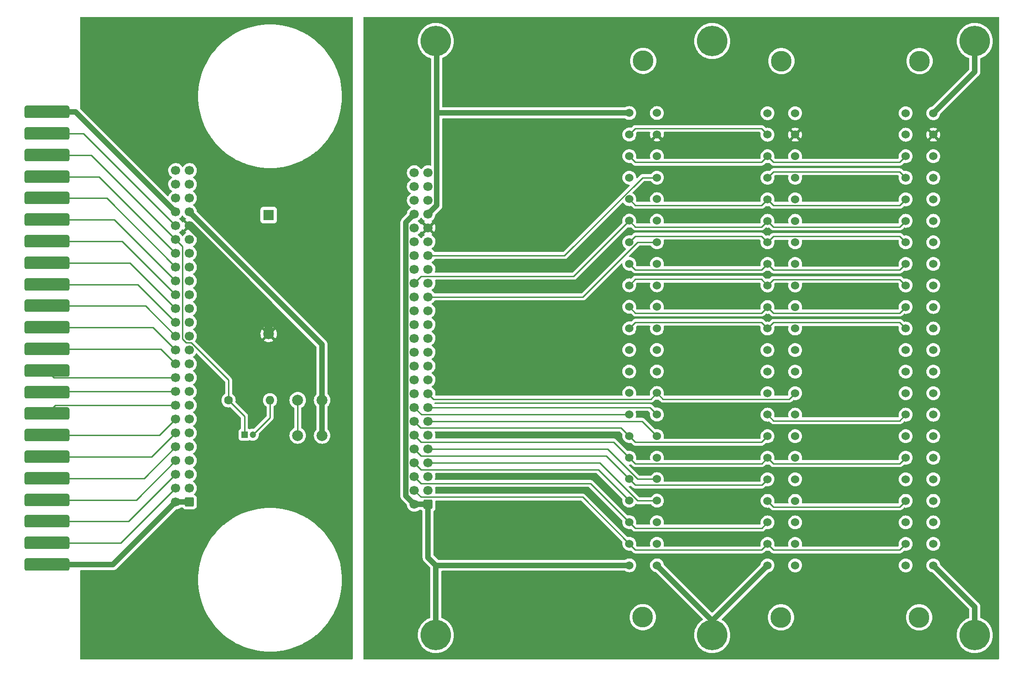
<source format=gbr>
%TF.GenerationSoftware,KiCad,Pcbnew,(6.0.4-0)*%
%TF.CreationDate,2022-07-10T14:03:27-04:00*%
%TF.ProjectId,VIC1005Reloaded-1.0-001,56494331-3030-4355-9265-6c6f61646564,1.0-001*%
%TF.SameCoordinates,Original*%
%TF.FileFunction,Copper,L2,Bot*%
%TF.FilePolarity,Positive*%
%FSLAX46Y46*%
G04 Gerber Fmt 4.6, Leading zero omitted, Abs format (unit mm)*
G04 Created by KiCad (PCBNEW (6.0.4-0)) date 2022-07-10 14:03:27*
%MOMM*%
%LPD*%
G01*
G04 APERTURE LIST*
G04 Aperture macros list*
%AMRoundRect*
0 Rectangle with rounded corners*
0 $1 Rounding radius*
0 $2 $3 $4 $5 $6 $7 $8 $9 X,Y pos of 4 corners*
0 Add a 4 corners polygon primitive as box body*
4,1,4,$2,$3,$4,$5,$6,$7,$8,$9,$2,$3,0*
0 Add four circle primitives for the rounded corners*
1,1,$1+$1,$2,$3*
1,1,$1+$1,$4,$5*
1,1,$1+$1,$6,$7*
1,1,$1+$1,$8,$9*
0 Add four rect primitives between the rounded corners*
20,1,$1+$1,$2,$3,$4,$5,0*
20,1,$1+$1,$4,$5,$6,$7,0*
20,1,$1+$1,$6,$7,$8,$9,0*
20,1,$1+$1,$8,$9,$2,$3,0*%
G04 Aperture macros list end*
%TA.AperFunction,ComponentPad*%
%ADD10C,5.600000*%
%TD*%
%TA.AperFunction,SMDPad,CuDef*%
%ADD11RoundRect,0.342900X3.784600X-0.800100X3.784600X0.800100X-3.784600X0.800100X-3.784600X-0.800100X0*%
%TD*%
%TA.AperFunction,ComponentPad*%
%ADD12R,1.980000X1.980000*%
%TD*%
%TA.AperFunction,ComponentPad*%
%ADD13C,1.980000*%
%TD*%
%TA.AperFunction,ComponentPad*%
%ADD14C,1.524000*%
%TD*%
%TA.AperFunction,ComponentPad*%
%ADD15C,3.810000*%
%TD*%
%TA.AperFunction,ComponentPad*%
%ADD16C,2.000000*%
%TD*%
%TA.AperFunction,ComponentPad*%
%ADD17RoundRect,0.250000X0.600000X0.600000X-0.600000X0.600000X-0.600000X-0.600000X0.600000X-0.600000X0*%
%TD*%
%TA.AperFunction,ComponentPad*%
%ADD18C,1.700000*%
%TD*%
%TA.AperFunction,ComponentPad*%
%ADD19C,1.600000*%
%TD*%
%TA.AperFunction,ComponentPad*%
%ADD20O,1.600000X1.600000*%
%TD*%
%TA.AperFunction,ComponentPad*%
%ADD21R,1.200000X1.200000*%
%TD*%
%TA.AperFunction,ComponentPad*%
%ADD22C,1.200000*%
%TD*%
%TA.AperFunction,ViaPad*%
%ADD23C,0.800000*%
%TD*%
%TA.AperFunction,Conductor*%
%ADD24C,0.250000*%
%TD*%
%TA.AperFunction,Conductor*%
%ADD25C,1.500000*%
%TD*%
%TA.AperFunction,Conductor*%
%ADD26C,1.000000*%
%TD*%
G04 APERTURE END LIST*
D10*
%TO.P,H102,1,1*%
%TO.N,GND1*%
X99060000Y-149860000D03*
%TD*%
D11*
%TO.P,P101,A,A*%
%TO.N,GND*%
X27559000Y-136906000D03*
%TO.P,P101,B,B*%
%TO.N,BA0*%
X27559000Y-132943600D03*
%TO.P,P101,C,C*%
%TO.N,BA1*%
X27559000Y-128981200D03*
%TO.P,P101,D,D*%
%TO.N,BA2*%
X27559000Y-125018800D03*
%TO.P,P101,E,E*%
%TO.N,BA3*%
X27559000Y-121056400D03*
%TO.P,P101,F,F*%
%TO.N,BA4*%
X27559000Y-117094000D03*
%TO.P,P101,H,H*%
%TO.N,BA5*%
X27559000Y-113131600D03*
%TO.P,P101,J,J*%
%TO.N,BA6*%
X27559000Y-109169200D03*
%TO.P,P101,K,K*%
%TO.N,BA7*%
X27559000Y-105206800D03*
%TO.P,P101,L,L*%
%TO.N,BA8*%
X27559000Y-101244400D03*
%TO.P,P101,M,M*%
%TO.N,BA9*%
X27559000Y-97282000D03*
%TO.P,P101,N,N*%
%TO.N,BA10*%
X27559000Y-93319600D03*
%TO.P,P101,P,P*%
%TO.N,BA11*%
X27559000Y-89357200D03*
%TO.P,P101,R,R*%
%TO.N,BA12*%
X27559000Y-85394800D03*
%TO.P,P101,S,S*%
%TO.N,BA13*%
X27559000Y-81432400D03*
%TO.P,P101,T,T*%
%TO.N,BIO_2*%
X27559000Y-77470000D03*
%TO.P,P101,U,U*%
%TO.N,BIO_3*%
X27559000Y-73507600D03*
%TO.P,P101,V,V*%
%TO.N,BS02*%
X27559000Y-69545200D03*
%TO.P,P101,W,W*%
%TO.N,BNMI*%
X27559000Y-65582800D03*
%TO.P,P101,X,X*%
%TO.N,BRESET*%
X27559000Y-61620400D03*
%TO.P,P101,Y,Y*%
%TO.N,BAUDIO_IN*%
X27559000Y-57658000D03*
%TO.P,P101,Z,Z*%
%TO.N,GND*%
X27559000Y-53695600D03*
%TD*%
D10*
%TO.P,H105,1,1*%
%TO.N,GND1*%
X198120000Y-40640000D03*
%TD*%
%TO.P,H101,1,1*%
%TO.N,GND1*%
X99060000Y-40640000D03*
%TD*%
D12*
%TO.P,F101,1*%
%TO.N,/RawVCC*%
X68326000Y-72644000D03*
D13*
%TO.P,F101,2*%
%TO.N,VCC*%
X68326000Y-94484000D03*
%TD*%
D14*
%TO.P,P102,1,Pin_1*%
%TO.N,GND1*%
X139700000Y-137034100D03*
%TO.P,P102,2,Pin_2*%
X134620000Y-137034100D03*
%TO.P,P102,3,Pin_3*%
%TO.N,D0*%
X139700000Y-133074100D03*
%TO.P,P102,4,Pin_4*%
%TO.N,A0*%
X134620000Y-133074100D03*
%TO.P,P102,5,Pin_5*%
%TO.N,D1*%
X139700000Y-129114100D03*
%TO.P,P102,6,Pin_6*%
%TO.N,A1*%
X134620000Y-129114100D03*
%TO.P,P102,7,Pin_7*%
%TO.N,D2*%
X139700000Y-125154100D03*
%TO.P,P102,8,Pin_8*%
%TO.N,A2*%
X134620000Y-125154100D03*
%TO.P,P102,9,Pin_9*%
%TO.N,D3*%
X139700000Y-121194100D03*
%TO.P,P102,10,Pin_10*%
%TO.N,A3*%
X134620000Y-121194100D03*
%TO.P,P102,11,Pin_11*%
%TO.N,D4*%
X139700000Y-117234100D03*
%TO.P,P102,12,Pin_12*%
%TO.N,A4*%
X134620000Y-117234100D03*
%TO.P,P102,13,Pin_13*%
%TO.N,D5*%
X139700000Y-113274100D03*
%TO.P,P102,14,Pin_14*%
%TO.N,A5*%
X134620000Y-113274100D03*
%TO.P,P102,15,Pin_15*%
%TO.N,D6*%
X139700000Y-109314100D03*
%TO.P,P102,16,Pin_16*%
%TO.N,A6*%
X134620000Y-109314100D03*
%TO.P,P102,17,Pin_17*%
%TO.N,D7*%
X139700000Y-105354100D03*
%TO.P,P102,18,Pin_18*%
%TO.N,A7*%
X134620000Y-105354100D03*
%TO.P,P102,19,Pin_19*%
%TO.N,BLK1*%
X139700000Y-101394100D03*
%TO.P,P102,20,Pin_20*%
%TO.N,A8*%
X134620000Y-101394100D03*
%TO.P,P102,21,Pin_21*%
%TO.N,BLK2*%
X139700000Y-97434100D03*
%TO.P,P102,22,Pin_22*%
%TO.N,A9*%
X134620000Y-97434100D03*
%TO.P,P102,23,Pin_23*%
%TO.N,BLK3*%
X139700000Y-93474100D03*
%TO.P,P102,24,Pin_24*%
%TO.N,A10*%
X134620000Y-93474100D03*
%TO.P,P102,25,Pin_25*%
%TO.N,BLK5*%
X139700000Y-89514100D03*
%TO.P,P102,26,Pin_26*%
%TO.N,A11*%
X134620000Y-89514100D03*
%TO.P,P102,27,Pin_27*%
%TO.N,RAM1*%
X139700000Y-85554100D03*
%TO.P,P102,28,Pin_28*%
%TO.N,A12*%
X134620000Y-85554100D03*
%TO.P,P102,29,Pin_29*%
%TO.N,RAM2*%
X139700000Y-81594100D03*
%TO.P,P102,30,Pin_30*%
%TO.N,A13*%
X134620000Y-81594100D03*
%TO.P,P102,31,Pin_31*%
%TO.N,RAM3*%
X139700000Y-77634100D03*
%TO.P,P102,32,Pin_32*%
%TO.N,IO_2*%
X134620000Y-77634100D03*
%TO.P,P102,33,Pin_33*%
%TO.N,VR#W*%
X139700000Y-73674100D03*
%TO.P,P102,34,Pin_34*%
%TO.N,IO_3*%
X134620000Y-73674100D03*
%TO.P,P102,35,Pin_35*%
%TO.N,R#W*%
X139700000Y-69714100D03*
%TO.P,P102,36,Pin_36*%
%TO.N,S02*%
X134620000Y-69714100D03*
%TO.P,P102,37,Pin_37*%
%TO.N,IRQ*%
X139700000Y-65754100D03*
%TO.P,P102,38,Pin_38*%
%TO.N,NMI*%
X134620000Y-65754100D03*
%TO.P,P102,39,Pin_39*%
%TO.N,unconnected-(P102-Pad39)*%
X139700000Y-61794100D03*
%TO.P,P102,40,Pin_40*%
%TO.N,RESET*%
X134620000Y-61794100D03*
%TO.P,P102,41,Pin_41*%
%TO.N,VDDA*%
X139700000Y-57834100D03*
%TO.P,P102,42,Pin_42*%
%TO.N,AUDIO_IN*%
X134620000Y-57834100D03*
%TO.P,P102,43,Pin_43*%
%TO.N,GND1*%
X139700000Y-53874100D03*
%TO.P,P102,44,Pin_44*%
X134620000Y-53874100D03*
D15*
%TO.P,P102,HOLE*%
%TO.N,N/C*%
X137160000Y-44297600D03*
X137096500Y-146578600D03*
%TD*%
D10*
%TO.P,H106,1,1*%
%TO.N,GND1*%
X198120000Y-149860000D03*
%TD*%
%TO.P,H103,1,1*%
%TO.N,GND1*%
X149860000Y-40640000D03*
%TD*%
D14*
%TO.P,P104,1,Pin_1*%
%TO.N,GND1*%
X190500000Y-137059500D03*
%TO.P,P104,2,Pin_2*%
X185420000Y-137059500D03*
%TO.P,P104,3,Pin_3*%
%TO.N,D0*%
X190500000Y-133099500D03*
%TO.P,P104,4,Pin_4*%
%TO.N,A0*%
X185420000Y-133099500D03*
%TO.P,P104,5,Pin_5*%
%TO.N,D1*%
X190500000Y-129139500D03*
%TO.P,P104,6,Pin_6*%
%TO.N,A1*%
X185420000Y-129139500D03*
%TO.P,P104,7,Pin_7*%
%TO.N,D2*%
X190500000Y-125179500D03*
%TO.P,P104,8,Pin_8*%
%TO.N,A2*%
X185420000Y-125179500D03*
%TO.P,P104,9,Pin_9*%
%TO.N,D3*%
X190500000Y-121219500D03*
%TO.P,P104,10,Pin_10*%
%TO.N,A3*%
X185420000Y-121219500D03*
%TO.P,P104,11,Pin_11*%
%TO.N,D4*%
X190500000Y-117259500D03*
%TO.P,P104,12,Pin_12*%
%TO.N,A4*%
X185420000Y-117259500D03*
%TO.P,P104,13,Pin_13*%
%TO.N,D5*%
X190500000Y-113299500D03*
%TO.P,P104,14,Pin_14*%
%TO.N,A5*%
X185420000Y-113299500D03*
%TO.P,P104,15,Pin_15*%
%TO.N,D6*%
X190500000Y-109339500D03*
%TO.P,P104,16,Pin_16*%
%TO.N,A6*%
X185420000Y-109339500D03*
%TO.P,P104,17,Pin_17*%
%TO.N,D7*%
X190500000Y-105379500D03*
%TO.P,P104,18,Pin_18*%
%TO.N,A7*%
X185420000Y-105379500D03*
%TO.P,P104,19,Pin_19*%
%TO.N,BLK1*%
X190500000Y-101419500D03*
%TO.P,P104,20,Pin_20*%
%TO.N,A8*%
X185420000Y-101419500D03*
%TO.P,P104,21,Pin_21*%
%TO.N,BLK2*%
X190500000Y-97459500D03*
%TO.P,P104,22,Pin_22*%
%TO.N,A9*%
X185420000Y-97459500D03*
%TO.P,P104,23,Pin_23*%
%TO.N,BLK3*%
X190500000Y-93499500D03*
%TO.P,P104,24,Pin_24*%
%TO.N,A10*%
X185420000Y-93499500D03*
%TO.P,P104,25,Pin_25*%
%TO.N,BLK5*%
X190500000Y-89539500D03*
%TO.P,P104,26,Pin_26*%
%TO.N,A11*%
X185420000Y-89539500D03*
%TO.P,P104,27,Pin_27*%
%TO.N,RAM1*%
X190500000Y-85579500D03*
%TO.P,P104,28,Pin_28*%
%TO.N,A12*%
X185420000Y-85579500D03*
%TO.P,P104,29,Pin_29*%
%TO.N,RAM2*%
X190500000Y-81619500D03*
%TO.P,P104,30,Pin_30*%
%TO.N,A13*%
X185420000Y-81619500D03*
%TO.P,P104,31,Pin_31*%
%TO.N,RAM3*%
X190500000Y-77659500D03*
%TO.P,P104,32,Pin_32*%
%TO.N,IO_2*%
X185420000Y-77659500D03*
%TO.P,P104,33,Pin_33*%
%TO.N,VR#W*%
X190500000Y-73699500D03*
%TO.P,P104,34,Pin_34*%
%TO.N,IO_3*%
X185420000Y-73699500D03*
%TO.P,P104,35,Pin_35*%
%TO.N,R#W*%
X190500000Y-69739500D03*
%TO.P,P104,36,Pin_36*%
%TO.N,S02*%
X185420000Y-69739500D03*
%TO.P,P104,37,Pin_37*%
%TO.N,IRQ*%
X190500000Y-65779500D03*
%TO.P,P104,38,Pin_38*%
%TO.N,NMI*%
X185420000Y-65779500D03*
%TO.P,P104,39,Pin_39*%
%TO.N,unconnected-(P104-Pad39)*%
X190500000Y-61819500D03*
%TO.P,P104,40,Pin_40*%
%TO.N,RESET*%
X185420000Y-61819500D03*
%TO.P,P104,41,Pin_41*%
%TO.N,VDDA*%
X190500000Y-57859500D03*
%TO.P,P104,42,Pin_42*%
%TO.N,AUDIO_IN*%
X185420000Y-57859500D03*
%TO.P,P104,43,Pin_43*%
%TO.N,GND1*%
X190500000Y-53899500D03*
%TO.P,P104,44,Pin_44*%
X185420000Y-53899500D03*
D15*
%TO.P,P104,HOLE*%
%TO.N,N/C*%
X187896500Y-146604000D03*
X187960000Y-44323000D03*
%TD*%
D16*
%TO.P,SW101,1,1*%
%TO.N,GND*%
X78160000Y-113180000D03*
X78160000Y-106680000D03*
%TO.P,SW101,2,2*%
%TO.N,Net-(C101-Pad2)*%
X73660000Y-113180000D03*
X73660000Y-106680000D03*
%TD*%
D14*
%TO.P,P103,1,Pin_1*%
%TO.N,GND1*%
X165100000Y-137059500D03*
%TO.P,P103,2,Pin_2*%
X160020000Y-137059500D03*
%TO.P,P103,3,Pin_3*%
%TO.N,D0*%
X165100000Y-133099500D03*
%TO.P,P103,4,Pin_4*%
%TO.N,A0*%
X160020000Y-133099500D03*
%TO.P,P103,5,Pin_5*%
%TO.N,D1*%
X165100000Y-129139500D03*
%TO.P,P103,6,Pin_6*%
%TO.N,A1*%
X160020000Y-129139500D03*
%TO.P,P103,7,Pin_7*%
%TO.N,D2*%
X165100000Y-125179500D03*
%TO.P,P103,8,Pin_8*%
%TO.N,A2*%
X160020000Y-125179500D03*
%TO.P,P103,9,Pin_9*%
%TO.N,D3*%
X165100000Y-121219500D03*
%TO.P,P103,10,Pin_10*%
%TO.N,A3*%
X160020000Y-121219500D03*
%TO.P,P103,11,Pin_11*%
%TO.N,D4*%
X165100000Y-117259500D03*
%TO.P,P103,12,Pin_12*%
%TO.N,A4*%
X160020000Y-117259500D03*
%TO.P,P103,13,Pin_13*%
%TO.N,D5*%
X165100000Y-113299500D03*
%TO.P,P103,14,Pin_14*%
%TO.N,A5*%
X160020000Y-113299500D03*
%TO.P,P103,15,Pin_15*%
%TO.N,D6*%
X165100000Y-109339500D03*
%TO.P,P103,16,Pin_16*%
%TO.N,A6*%
X160020000Y-109339500D03*
%TO.P,P103,17,Pin_17*%
%TO.N,D7*%
X165100000Y-105379500D03*
%TO.P,P103,18,Pin_18*%
%TO.N,A7*%
X160020000Y-105379500D03*
%TO.P,P103,19,Pin_19*%
%TO.N,BLK1*%
X165100000Y-101419500D03*
%TO.P,P103,20,Pin_20*%
%TO.N,A8*%
X160020000Y-101419500D03*
%TO.P,P103,21,Pin_21*%
%TO.N,BLK2*%
X165100000Y-97459500D03*
%TO.P,P103,22,Pin_22*%
%TO.N,A9*%
X160020000Y-97459500D03*
%TO.P,P103,23,Pin_23*%
%TO.N,BLK3*%
X165100000Y-93499500D03*
%TO.P,P103,24,Pin_24*%
%TO.N,A10*%
X160020000Y-93499500D03*
%TO.P,P103,25,Pin_25*%
%TO.N,BLK5*%
X165100000Y-89539500D03*
%TO.P,P103,26,Pin_26*%
%TO.N,A11*%
X160020000Y-89539500D03*
%TO.P,P103,27,Pin_27*%
%TO.N,RAM1*%
X165100000Y-85579500D03*
%TO.P,P103,28,Pin_28*%
%TO.N,A12*%
X160020000Y-85579500D03*
%TO.P,P103,29,Pin_29*%
%TO.N,RAM2*%
X165100000Y-81619500D03*
%TO.P,P103,30,Pin_30*%
%TO.N,A13*%
X160020000Y-81619500D03*
%TO.P,P103,31,Pin_31*%
%TO.N,RAM3*%
X165100000Y-77659500D03*
%TO.P,P103,32,Pin_32*%
%TO.N,IO_2*%
X160020000Y-77659500D03*
%TO.P,P103,33,Pin_33*%
%TO.N,VR#W*%
X165100000Y-73699500D03*
%TO.P,P103,34,Pin_34*%
%TO.N,IO_3*%
X160020000Y-73699500D03*
%TO.P,P103,35,Pin_35*%
%TO.N,R#W*%
X165100000Y-69739500D03*
%TO.P,P103,36,Pin_36*%
%TO.N,S02*%
X160020000Y-69739500D03*
%TO.P,P103,37,Pin_37*%
%TO.N,IRQ*%
X165100000Y-65779500D03*
%TO.P,P103,38,Pin_38*%
%TO.N,NMI*%
X160020000Y-65779500D03*
%TO.P,P103,39,Pin_39*%
%TO.N,unconnected-(P103-Pad39)*%
X165100000Y-61819500D03*
%TO.P,P103,40,Pin_40*%
%TO.N,RESET*%
X160020000Y-61819500D03*
%TO.P,P103,41,Pin_41*%
%TO.N,VDDA*%
X165100000Y-57859500D03*
%TO.P,P103,42,Pin_42*%
%TO.N,AUDIO_IN*%
X160020000Y-57859500D03*
%TO.P,P103,43,Pin_43*%
%TO.N,GND1*%
X165100000Y-53899500D03*
%TO.P,P103,44,Pin_44*%
X160020000Y-53899500D03*
D15*
%TO.P,P103,HOLE*%
%TO.N,N/C*%
X162560000Y-44323000D03*
X162496500Y-146604000D03*
%TD*%
D17*
%TO.P,J101,1,Pin_1*%
%TO.N,GND*%
X53771800Y-125399800D03*
D18*
%TO.P,J101,2,Pin_2*%
X51231800Y-125399800D03*
%TO.P,J101,3,Pin_3*%
%TO.N,BD0*%
X53771800Y-122859800D03*
%TO.P,J101,4,Pin_4*%
%TO.N,BA0*%
X51231800Y-122859800D03*
%TO.P,J101,5,Pin_5*%
%TO.N,BD1*%
X53771800Y-120319800D03*
%TO.P,J101,6,Pin_6*%
%TO.N,BA1*%
X51231800Y-120319800D03*
%TO.P,J101,7,Pin_7*%
%TO.N,BD2*%
X53771800Y-117779800D03*
%TO.P,J101,8,Pin_8*%
%TO.N,BA2*%
X51231800Y-117779800D03*
%TO.P,J101,9,Pin_9*%
%TO.N,BD3*%
X53771800Y-115239800D03*
%TO.P,J101,10,Pin_10*%
%TO.N,BA3*%
X51231800Y-115239800D03*
%TO.P,J101,11,Pin_11*%
%TO.N,BD4*%
X53771800Y-112699800D03*
%TO.P,J101,12,Pin_12*%
%TO.N,BA4*%
X51231800Y-112699800D03*
%TO.P,J101,13,Pin_13*%
%TO.N,BD5*%
X53771800Y-110159800D03*
%TO.P,J101,14,Pin_14*%
%TO.N,BA5*%
X51231800Y-110159800D03*
%TO.P,J101,15,Pin_15*%
%TO.N,BD6*%
X53771800Y-107619800D03*
%TO.P,J101,16,Pin_16*%
%TO.N,BA6*%
X51231800Y-107619800D03*
%TO.P,J101,17,Pin_17*%
%TO.N,BD7*%
X53771800Y-105079800D03*
%TO.P,J101,18,Pin_18*%
%TO.N,BA7*%
X51231800Y-105079800D03*
%TO.P,J101,19,Pin_19*%
%TO.N,BBLK1*%
X53771800Y-102539800D03*
%TO.P,J101,20,Pin_20*%
%TO.N,BA8*%
X51231800Y-102539800D03*
%TO.P,J101,21,Pin_21*%
%TO.N,BBLK2*%
X53771800Y-99999800D03*
%TO.P,J101,22,Pin_22*%
%TO.N,BA9*%
X51231800Y-99999800D03*
%TO.P,J101,23,Pin_23*%
%TO.N,BBLK3*%
X53771800Y-97459800D03*
%TO.P,J101,24,Pin_24*%
%TO.N,BA10*%
X51231800Y-97459800D03*
%TO.P,J101,25,Pin_25*%
%TO.N,BBLK5*%
X53771800Y-94919800D03*
%TO.P,J101,26,Pin_26*%
%TO.N,BA11*%
X51231800Y-94919800D03*
%TO.P,J101,27,Pin_27*%
%TO.N,BRAM1*%
X53771800Y-92379800D03*
%TO.P,J101,28,Pin_28*%
%TO.N,BA12*%
X51231800Y-92379800D03*
%TO.P,J101,29,Pin_29*%
%TO.N,BRAM2*%
X53771800Y-89839800D03*
%TO.P,J101,30,Pin_30*%
%TO.N,BA13*%
X51231800Y-89839800D03*
%TO.P,J101,31,Pin_31*%
%TO.N,BRAM3*%
X53771800Y-87299800D03*
%TO.P,J101,32,Pin_32*%
%TO.N,BIO_2*%
X51231800Y-87299800D03*
%TO.P,J101,33,Pin_33*%
%TO.N,BVR#W*%
X53771800Y-84759800D03*
%TO.P,J101,34,Pin_34*%
%TO.N,BIO_3*%
X51231800Y-84759800D03*
%TO.P,J101,35,Pin_35*%
%TO.N,BR#W*%
X53771800Y-82219800D03*
%TO.P,J101,36,Pin_36*%
%TO.N,BS02*%
X51231800Y-82219800D03*
%TO.P,J101,37,Pin_37*%
%TO.N,BIRQ*%
X53771800Y-79679800D03*
%TO.P,J101,38,Pin_38*%
%TO.N,BNMI*%
X51231800Y-79679800D03*
%TO.P,J101,39,Pin_39*%
%TO.N,unconnected-(J101-Pad39)*%
X53771800Y-77139800D03*
%TO.P,J101,40,Pin_40*%
%TO.N,BRESET*%
X51231800Y-77139800D03*
%TO.P,J101,41,Pin_41*%
%TO.N,VCC*%
X53771800Y-74599800D03*
%TO.P,J101,42,Pin_42*%
%TO.N,BAUDIO_IN*%
X51231800Y-74599800D03*
%TO.P,J101,43,Pin_43*%
%TO.N,GND*%
X53771800Y-72059800D03*
%TO.P,J101,44,Pin_44*%
X51231800Y-72059800D03*
%TO.P,J101,45,Pin_45*%
%TO.N,unconnected-(J101-Pad45)*%
X53771800Y-69519800D03*
%TO.P,J101,46,Pin_46*%
%TO.N,unconnected-(J101-Pad46)*%
X51231800Y-69519800D03*
%TO.P,J101,47,Pin_47*%
%TO.N,unconnected-(J101-Pad47)*%
X53771800Y-66979800D03*
%TO.P,J101,48,Pin_48*%
%TO.N,unconnected-(J101-Pad48)*%
X51231800Y-66979800D03*
%TO.P,J101,49,Pin_49*%
%TO.N,unconnected-(J101-Pad49)*%
X53771800Y-64439800D03*
%TO.P,J101,50,Pin_50*%
%TO.N,unconnected-(J101-Pad50)*%
X51231800Y-64439800D03*
%TD*%
D10*
%TO.P,H104,1,1*%
%TO.N,GND1*%
X149860000Y-149860000D03*
%TD*%
D19*
%TO.P,R101,1*%
%TO.N,BRESET*%
X60960000Y-106680000D03*
D20*
%TO.P,R101,2*%
%TO.N,Net-(C101-Pad2)*%
X68580000Y-106680000D03*
%TD*%
D21*
%TO.P,C101,1*%
%TO.N,BRESET*%
X63905000Y-113030000D03*
D22*
%TO.P,C101,2*%
%TO.N,Net-(C101-Pad2)*%
X65405000Y-113030000D03*
%TD*%
D17*
%TO.P,J102,1,Pin_1*%
%TO.N,GND1*%
X97637600Y-125806200D03*
D18*
%TO.P,J102,2,Pin_2*%
X95097600Y-125806200D03*
%TO.P,J102,3,Pin_3*%
%TO.N,D0*%
X97637600Y-123266200D03*
%TO.P,J102,4,Pin_4*%
%TO.N,A0*%
X95097600Y-123266200D03*
%TO.P,J102,5,Pin_5*%
%TO.N,D1*%
X97637600Y-120726200D03*
%TO.P,J102,6,Pin_6*%
%TO.N,A1*%
X95097600Y-120726200D03*
%TO.P,J102,7,Pin_7*%
%TO.N,D2*%
X97637600Y-118186200D03*
%TO.P,J102,8,Pin_8*%
%TO.N,A2*%
X95097600Y-118186200D03*
%TO.P,J102,9,Pin_9*%
%TO.N,D3*%
X97637600Y-115646200D03*
%TO.P,J102,10,Pin_10*%
%TO.N,A3*%
X95097600Y-115646200D03*
%TO.P,J102,11,Pin_11*%
%TO.N,D4*%
X97637600Y-113106200D03*
%TO.P,J102,12,Pin_12*%
%TO.N,A4*%
X95097600Y-113106200D03*
%TO.P,J102,13,Pin_13*%
%TO.N,D5*%
X97637600Y-110566200D03*
%TO.P,J102,14,Pin_14*%
%TO.N,A5*%
X95097600Y-110566200D03*
%TO.P,J102,15,Pin_15*%
%TO.N,D6*%
X97637600Y-108026200D03*
%TO.P,J102,16,Pin_16*%
%TO.N,A6*%
X95097600Y-108026200D03*
%TO.P,J102,17,Pin_17*%
%TO.N,D7*%
X97637600Y-105486200D03*
%TO.P,J102,18,Pin_18*%
%TO.N,A7*%
X95097600Y-105486200D03*
%TO.P,J102,19,Pin_19*%
%TO.N,BLK1*%
X97637600Y-102946200D03*
%TO.P,J102,20,Pin_20*%
%TO.N,A8*%
X95097600Y-102946200D03*
%TO.P,J102,21,Pin_21*%
%TO.N,BLK2*%
X97637600Y-100406200D03*
%TO.P,J102,22,Pin_22*%
%TO.N,A9*%
X95097600Y-100406200D03*
%TO.P,J102,23,Pin_23*%
%TO.N,BLK3*%
X97637600Y-97866200D03*
%TO.P,J102,24,Pin_24*%
%TO.N,A10*%
X95097600Y-97866200D03*
%TO.P,J102,25,Pin_25*%
%TO.N,BLK5*%
X97637600Y-95326200D03*
%TO.P,J102,26,Pin_26*%
%TO.N,A11*%
X95097600Y-95326200D03*
%TO.P,J102,27,Pin_27*%
%TO.N,RAM1*%
X97637600Y-92786200D03*
%TO.P,J102,28,Pin_28*%
%TO.N,A12*%
X95097600Y-92786200D03*
%TO.P,J102,29,Pin_29*%
%TO.N,RAM2*%
X97637600Y-90246200D03*
%TO.P,J102,30,Pin_30*%
%TO.N,A13*%
X95097600Y-90246200D03*
%TO.P,J102,31,Pin_31*%
%TO.N,RAM3*%
X97637600Y-87706200D03*
%TO.P,J102,32,Pin_32*%
%TO.N,IO_2*%
X95097600Y-87706200D03*
%TO.P,J102,33,Pin_33*%
%TO.N,VR#W*%
X97637600Y-85166200D03*
%TO.P,J102,34,Pin_34*%
%TO.N,IO_3*%
X95097600Y-85166200D03*
%TO.P,J102,35,Pin_35*%
%TO.N,R#W*%
X97637600Y-82626200D03*
%TO.P,J102,36,Pin_36*%
%TO.N,S02*%
X95097600Y-82626200D03*
%TO.P,J102,37,Pin_37*%
%TO.N,IRQ*%
X97637600Y-80086200D03*
%TO.P,J102,38,Pin_38*%
%TO.N,NMI*%
X95097600Y-80086200D03*
%TO.P,J102,39,Pin_39*%
%TO.N,unconnected-(J102-Pad39)*%
X97637600Y-77546200D03*
%TO.P,J102,40,Pin_40*%
%TO.N,RESET*%
X95097600Y-77546200D03*
%TO.P,J102,41,Pin_41*%
%TO.N,VDDA*%
X97637600Y-75006200D03*
%TO.P,J102,42,Pin_42*%
%TO.N,AUDIO_IN*%
X95097600Y-75006200D03*
%TO.P,J102,43,Pin_43*%
%TO.N,GND1*%
X97637600Y-72466200D03*
%TO.P,J102,44,Pin_44*%
X95097600Y-72466200D03*
%TO.P,J102,45,Pin_45*%
%TO.N,unconnected-(J102-Pad45)*%
X97637600Y-69926200D03*
%TO.P,J102,46,Pin_46*%
%TO.N,unconnected-(J102-Pad46)*%
X95097600Y-69926200D03*
%TO.P,J102,47,Pin_47*%
%TO.N,unconnected-(J102-Pad47)*%
X97637600Y-67386200D03*
%TO.P,J102,48,Pin_48*%
%TO.N,unconnected-(J102-Pad48)*%
X95097600Y-67386200D03*
%TO.P,J102,49,Pin_49*%
%TO.N,unconnected-(J102-Pad49)*%
X97637600Y-64846200D03*
%TO.P,J102,50,Pin_50*%
%TO.N,unconnected-(J102-Pad50)*%
X95097600Y-64846200D03*
%TD*%
D23*
%TO.N,GND*%
X32812500Y-53695600D03*
%TD*%
D24*
%TO.N,BRESET*%
X51231800Y-77139800D02*
X35712400Y-61620400D01*
X60960000Y-106680000D02*
X60960000Y-102985500D01*
X60960000Y-102985500D02*
X54069700Y-96095200D01*
X35712400Y-61620400D02*
X27559000Y-61620400D01*
X54069700Y-96095200D02*
X53187700Y-96095200D01*
X52501800Y-78409800D02*
X51231800Y-77139800D01*
X63905000Y-109625000D02*
X60960000Y-106680000D01*
X52501800Y-95409300D02*
X52501800Y-78409800D01*
X53187700Y-96095200D02*
X52501800Y-95409300D01*
X63905000Y-113030000D02*
X63905000Y-109625000D01*
%TO.N,Net-(C101-Pad2)*%
X68580000Y-109855000D02*
X68580000Y-106680000D01*
X65405000Y-113030000D02*
X68580000Y-109855000D01*
X73660000Y-106680000D02*
X73660000Y-113180000D01*
D25*
%TO.N,VCC*%
X53771800Y-74599800D02*
X53894000Y-74599800D01*
X68326000Y-89031800D02*
X68326000Y-94484000D01*
X53894000Y-74599800D02*
X68326000Y-89031800D01*
D26*
%TO.N,GND1*%
X198120000Y-46279500D02*
X198120000Y-40640000D01*
X149860000Y-147194100D02*
X149860000Y-149860000D01*
X99224500Y-70879300D02*
X99224500Y-53874100D01*
X99224500Y-40804500D02*
X99060000Y-40640000D01*
X198120000Y-144679500D02*
X198120000Y-149860000D01*
X99060000Y-137034100D02*
X97637600Y-135611700D01*
X97637600Y-135611700D02*
X97637600Y-125806200D01*
X190500000Y-137059500D02*
X198120000Y-144679500D01*
X99224500Y-53874100D02*
X99224500Y-40804500D01*
X93547000Y-124255600D02*
X95097600Y-125806200D01*
X93547000Y-74016800D02*
X93547000Y-124255600D01*
X99224500Y-53874100D02*
X134620000Y-53874100D01*
X149885400Y-147194100D02*
X149860000Y-147194100D01*
X139700000Y-137034100D02*
X149860000Y-147194100D01*
X95097600Y-72466200D02*
X93547000Y-74016800D01*
X99060000Y-137034100D02*
X99060000Y-149860000D01*
X160020000Y-137059500D02*
X149885400Y-147194100D01*
X95097600Y-125806200D02*
X97637600Y-125806200D01*
X190500000Y-53899500D02*
X198120000Y-46279500D01*
X134620000Y-137034100D02*
X99060000Y-137034100D01*
X97637600Y-72466200D02*
X99224500Y-70879300D01*
%TO.N,GND*%
X32867600Y-53695600D02*
X51231800Y-72059800D01*
X32812500Y-53695600D02*
X32867600Y-53695600D01*
X78160000Y-96448000D02*
X78160000Y-106680000D01*
X51231800Y-125399800D02*
X53771800Y-125399800D01*
X27559000Y-136906000D02*
X39725600Y-136906000D01*
X27559000Y-53695600D02*
X32812500Y-53695600D01*
X53771800Y-72059800D02*
X78160000Y-96448000D01*
X39725600Y-136906000D02*
X51231800Y-125399800D01*
X78160000Y-106680000D02*
X78160000Y-113180000D01*
D24*
%TO.N,BA0*%
X51231800Y-122859800D02*
X41148000Y-132943600D01*
X41148000Y-132943600D02*
X27559000Y-132943600D01*
%TO.N,BA1*%
X42570400Y-128981200D02*
X27559000Y-128981200D01*
X51231800Y-120319800D02*
X42570400Y-128981200D01*
%TO.N,BA2*%
X51231800Y-117779800D02*
X43992800Y-125018800D01*
X43992800Y-125018800D02*
X27559000Y-125018800D01*
%TO.N,BA3*%
X51231800Y-115239800D02*
X45415200Y-121056400D01*
X45415200Y-121056400D02*
X27559000Y-121056400D01*
%TO.N,BA4*%
X46837600Y-117094000D02*
X27559000Y-117094000D01*
X51231800Y-112699800D02*
X46837600Y-117094000D01*
%TO.N,BA5*%
X48260000Y-113131600D02*
X27559000Y-113131600D01*
X51231800Y-110159800D02*
X48260000Y-113131600D01*
%TO.N,BA6*%
X29108400Y-107619800D02*
X27559000Y-109169200D01*
X51231800Y-107619800D02*
X29108400Y-107619800D01*
%TO.N,BA7*%
X27686000Y-105079800D02*
X27559000Y-105206800D01*
X51231800Y-105079800D02*
X27686000Y-105079800D01*
%TO.N,BA8*%
X28854400Y-102539800D02*
X27559000Y-101244400D01*
X51231800Y-102539800D02*
X28854400Y-102539800D01*
%TO.N,BA9*%
X51231800Y-99999800D02*
X48514000Y-97282000D01*
X48514000Y-97282000D02*
X27559000Y-97282000D01*
%TO.N,BA10*%
X51231800Y-97459800D02*
X47091600Y-93319600D01*
X47091600Y-93319600D02*
X27559000Y-93319600D01*
%TO.N,BA11*%
X45669200Y-89357200D02*
X27559000Y-89357200D01*
X51231800Y-94919800D02*
X45669200Y-89357200D01*
%TO.N,BA12*%
X44246800Y-85394800D02*
X27559000Y-85394800D01*
X51231800Y-92379800D02*
X44246800Y-85394800D01*
%TO.N,BA13*%
X42824400Y-81432400D02*
X27559000Y-81432400D01*
X51231800Y-89839800D02*
X42824400Y-81432400D01*
%TO.N,BIO_2*%
X51231800Y-87299800D02*
X41402000Y-77470000D01*
X41402000Y-77470000D02*
X27559000Y-77470000D01*
%TO.N,BIO_3*%
X39979600Y-73507600D02*
X27559000Y-73507600D01*
X51231800Y-84759800D02*
X39979600Y-73507600D01*
%TO.N,BS02*%
X51231800Y-82219800D02*
X38557200Y-69545200D01*
X38557200Y-69545200D02*
X27559000Y-69545200D01*
%TO.N,BNMI*%
X37134800Y-65582800D02*
X27559000Y-65582800D01*
X51231800Y-79679800D02*
X37134800Y-65582800D01*
%TO.N,BAUDIO_IN*%
X51231800Y-74599800D02*
X34290000Y-57658000D01*
X34290000Y-57658000D02*
X27559000Y-57658000D01*
%TO.N,A0*%
X184314300Y-134205200D02*
X185420000Y-133099500D01*
X134620000Y-133074100D02*
X135744900Y-134199000D01*
X95097600Y-123266200D02*
X96314200Y-124482800D01*
X158920500Y-134199000D02*
X160020000Y-133099500D01*
X160020000Y-133099500D02*
X161125700Y-134205200D01*
X135744900Y-134199000D02*
X158920500Y-134199000D01*
X161125700Y-134205200D02*
X184314300Y-134205200D01*
X96314200Y-124482800D02*
X126028700Y-124482800D01*
X126028700Y-124482800D02*
X134620000Y-133074100D01*
%TO.N,A1*%
X135712600Y-130206700D02*
X134620000Y-129114100D01*
X127502100Y-121996200D02*
X134620000Y-129114100D01*
X96367600Y-121996200D02*
X127502100Y-121996200D01*
X160020000Y-129139500D02*
X158952800Y-130206700D01*
X158952800Y-130206700D02*
X135712600Y-130206700D01*
X95097600Y-120726200D02*
X96367600Y-121996200D01*
%TO.N,D2*%
X129190000Y-118186200D02*
X136157900Y-125154100D01*
X136157900Y-125154100D02*
X139700000Y-125154100D01*
X97637600Y-118186200D02*
X129190000Y-118186200D01*
%TO.N,A2*%
X128922100Y-119456200D02*
X134620000Y-125154100D01*
X96367600Y-119456200D02*
X128922100Y-119456200D01*
X161125700Y-126285200D02*
X184314300Y-126285200D01*
X95097600Y-118186200D02*
X96367600Y-119456200D01*
X184314300Y-126285200D02*
X185420000Y-125179500D01*
X160020000Y-125179500D02*
X161125700Y-126285200D01*
%TO.N,D3*%
X136157900Y-121194100D02*
X139700000Y-121194100D01*
X130610000Y-115646200D02*
X136157900Y-121194100D01*
X97637600Y-115646200D02*
X130610000Y-115646200D01*
%TO.N,A3*%
X96367600Y-116916200D02*
X130342100Y-116916200D01*
X130342100Y-116916200D02*
X134620000Y-121194100D01*
X160020000Y-121219500D02*
X158953100Y-122286400D01*
X135712300Y-122286400D02*
X134620000Y-121194100D01*
X95097600Y-115646200D02*
X96367600Y-116916200D01*
X158953100Y-122286400D02*
X135712300Y-122286400D01*
%TO.N,A4*%
X95097600Y-113106200D02*
X96352900Y-114361500D01*
X160020000Y-117259500D02*
X161109500Y-118349000D01*
X184330500Y-118349000D02*
X185420000Y-117259500D01*
X160020000Y-117259500D02*
X158957500Y-118322000D01*
X158957500Y-118322000D02*
X135707900Y-118322000D01*
X96352900Y-114361500D02*
X131747400Y-114361500D01*
X161109500Y-118349000D02*
X184330500Y-118349000D01*
X131747400Y-114361500D02*
X134620000Y-117234100D01*
X135707900Y-118322000D02*
X134620000Y-117234100D01*
%TO.N,D5*%
X136992100Y-110566200D02*
X139700000Y-113274100D01*
X97637600Y-110566200D02*
X136992100Y-110566200D01*
%TO.N,A5*%
X133102600Y-111756700D02*
X134620000Y-113274100D01*
X135744900Y-114399000D02*
X158920500Y-114399000D01*
X95097600Y-110566200D02*
X96288100Y-111756700D01*
X158920500Y-114399000D02*
X160020000Y-113299500D01*
X96288100Y-111756700D02*
X133102600Y-111756700D01*
X134620000Y-113274100D02*
X135744900Y-114399000D01*
%TO.N,D6*%
X138412100Y-108026200D02*
X139700000Y-109314100D01*
X97637600Y-108026200D02*
X138412100Y-108026200D01*
%TO.N,A6*%
X160020000Y-109339500D02*
X161133700Y-110453200D01*
X95097600Y-108026200D02*
X96385500Y-109314100D01*
X184306300Y-110453200D02*
X185420000Y-109339500D01*
X161133700Y-110453200D02*
X184306300Y-110453200D01*
X96385500Y-109314100D02*
X134620000Y-109314100D01*
%TO.N,D7*%
X97637600Y-105486200D02*
X98636100Y-106484700D01*
X165100000Y-105379500D02*
X164008400Y-106471100D01*
X98636100Y-106484700D02*
X138569400Y-106484700D01*
X138569400Y-106484700D02*
X139700000Y-105354100D01*
X140817000Y-106471100D02*
X139700000Y-105354100D01*
X164008400Y-106471100D02*
X140817000Y-106471100D01*
%TO.N,A10*%
X160020000Y-93499500D02*
X161133800Y-92385700D01*
X135733800Y-92360300D02*
X158880800Y-92360300D01*
X158880800Y-92360300D02*
X160020000Y-93499500D01*
X134620000Y-93474100D02*
X135733800Y-92360300D01*
X184306200Y-92385700D02*
X185420000Y-93499500D01*
X161133800Y-92385700D02*
X184306200Y-92385700D01*
%TO.N,A11*%
X161124800Y-90644300D02*
X184315200Y-90644300D01*
X135736800Y-90630900D02*
X158928600Y-90630900D01*
X158928600Y-90630900D02*
X160020000Y-89539500D01*
X134620000Y-89514100D02*
X135736800Y-90630900D01*
X184315200Y-90644300D02*
X185420000Y-89539500D01*
X160020000Y-89539500D02*
X161124800Y-90644300D01*
%TO.N,A12*%
X158882200Y-84441700D02*
X160020000Y-85579500D01*
X161108200Y-84491300D02*
X160020000Y-85579500D01*
X134620000Y-85554100D02*
X135732400Y-84441700D01*
X184331800Y-84491300D02*
X161108200Y-84491300D01*
X135732400Y-84441700D02*
X158882200Y-84441700D01*
X185420000Y-85579500D02*
X184331800Y-84491300D01*
%TO.N,A13*%
X184317600Y-82721900D02*
X185420000Y-81619500D01*
X135737300Y-82711400D02*
X158928100Y-82711400D01*
X134620000Y-81594100D02*
X135737300Y-82711400D01*
X161122400Y-82721900D02*
X184317600Y-82721900D01*
X160020000Y-81619500D02*
X161122400Y-82721900D01*
X158928100Y-82711400D02*
X160020000Y-81619500D01*
%TO.N,RAM3*%
X126085800Y-87706200D02*
X136157900Y-77634100D01*
X97637600Y-87706200D02*
X126085800Y-87706200D01*
X136157900Y-77634100D02*
X139700000Y-77634100D01*
%TO.N,IO_2*%
X185420000Y-77659500D02*
X184332700Y-76572200D01*
X184332700Y-76572200D02*
X161107300Y-76572200D01*
X134620000Y-77634100D02*
X135733800Y-76520300D01*
X135733800Y-76520300D02*
X158880800Y-76520300D01*
X161107300Y-76572200D02*
X160020000Y-77659500D01*
X158880800Y-76520300D02*
X160020000Y-77659500D01*
%TO.N,IO_3*%
X134620000Y-73674100D02*
X135743200Y-74797300D01*
X124397900Y-83896200D02*
X134620000Y-73674100D01*
X96367600Y-83896200D02*
X124397900Y-83896200D01*
X158922200Y-74797300D02*
X160020000Y-73699500D01*
X161124900Y-74804400D02*
X184315100Y-74804400D01*
X135743200Y-74797300D02*
X158922200Y-74797300D01*
X184315100Y-74804400D02*
X185420000Y-73699500D01*
X95097600Y-85166200D02*
X96367600Y-83896200D01*
X160020000Y-73699500D02*
X161124900Y-74804400D01*
%TO.N,S02*%
X158920500Y-70839000D02*
X160020000Y-69739500D01*
X160020000Y-69739500D02*
X161125700Y-70845200D01*
X184314300Y-70845200D02*
X185420000Y-69739500D01*
X134620000Y-69714100D02*
X135744900Y-70839000D01*
X161125700Y-70845200D02*
X184314300Y-70845200D01*
X135744900Y-70839000D02*
X158920500Y-70839000D01*
%TO.N,IRQ*%
X139700000Y-65754100D02*
X137038000Y-65754100D01*
X137038000Y-65754100D02*
X122705900Y-80086200D01*
X122705900Y-80086200D02*
X97637600Y-80086200D01*
%TO.N,NMI*%
X184306200Y-64665700D02*
X185420000Y-65779500D01*
X160020000Y-65779500D02*
X161133800Y-64665700D01*
X161133800Y-64665700D02*
X184306200Y-64665700D01*
%TO.N,RESET*%
X158920500Y-62919000D02*
X135744900Y-62919000D01*
X135744900Y-62919000D02*
X134620000Y-61794100D01*
X160020000Y-61819500D02*
X161127900Y-62927400D01*
X160020000Y-61819500D02*
X158920500Y-62919000D01*
X184312100Y-62927400D02*
X185420000Y-61819500D01*
X161127900Y-62927400D02*
X184312100Y-62927400D01*
%TO.N,AUDIO_IN*%
X135733800Y-56720300D02*
X158880800Y-56720300D01*
X158880800Y-56720300D02*
X160020000Y-57859500D01*
X134620000Y-57834100D02*
X135733800Y-56720300D01*
%TD*%
%TA.AperFunction,Conductor*%
%TO.N,VCC*%
G36*
X83762121Y-36215002D02*
G01*
X83808614Y-36268658D01*
X83820000Y-36321000D01*
X83820000Y-154179000D01*
X83799998Y-154247121D01*
X83746342Y-154293614D01*
X83694000Y-154305000D01*
X33781000Y-154305000D01*
X33712879Y-154284998D01*
X33666386Y-154231342D01*
X33655000Y-154179000D01*
X33655000Y-139653876D01*
X55366564Y-139653876D01*
X55383405Y-140368511D01*
X55438868Y-141081189D01*
X55532791Y-141789824D01*
X55664898Y-142492344D01*
X55665299Y-142493985D01*
X55665303Y-142494001D01*
X55763789Y-142896479D01*
X55834804Y-143186691D01*
X56042011Y-143870834D01*
X56089586Y-144001900D01*
X56285330Y-144541168D01*
X56285336Y-144541184D01*
X56285912Y-144542770D01*
X56286574Y-144544325D01*
X56286578Y-144544336D01*
X56340579Y-144671246D01*
X56565793Y-145200533D01*
X56880836Y-145842198D01*
X57230119Y-146465887D01*
X57231034Y-146467331D01*
X57231039Y-146467340D01*
X57307335Y-146587795D01*
X57612619Y-147069774D01*
X57613619Y-147071178D01*
X57613624Y-147071186D01*
X57693071Y-147182772D01*
X58027216Y-147652093D01*
X58472698Y-148211139D01*
X58473826Y-148212408D01*
X58473830Y-148212412D01*
X58566418Y-148316513D01*
X58947761Y-148745275D01*
X59046012Y-148844387D01*
X59449807Y-149251722D01*
X59449818Y-149251732D01*
X59451014Y-149252939D01*
X59452288Y-149254092D01*
X59979703Y-149731485D01*
X59979713Y-149731494D01*
X59980984Y-149732644D01*
X59982316Y-149733724D01*
X59982320Y-149733728D01*
X60189024Y-149901412D01*
X60536121Y-150182988D01*
X60537480Y-150183974D01*
X60537491Y-150183982D01*
X60639761Y-150258149D01*
X61114799Y-150602651D01*
X61116219Y-150603568D01*
X61116225Y-150603572D01*
X61713898Y-150989485D01*
X61713909Y-150989491D01*
X61715325Y-150990406D01*
X61716797Y-150991247D01*
X61716808Y-150991254D01*
X62200861Y-151267913D01*
X62335942Y-151345118D01*
X62337467Y-151345883D01*
X62337472Y-151345886D01*
X62973307Y-151664983D01*
X62973317Y-151664988D01*
X62974834Y-151665749D01*
X63630129Y-151951360D01*
X63631716Y-151951952D01*
X63631724Y-151951955D01*
X63878463Y-152043961D01*
X64299912Y-152201115D01*
X64982220Y-152414284D01*
X65675058Y-152590242D01*
X65676705Y-152590567D01*
X65676720Y-152590570D01*
X66374727Y-152728146D01*
X66374739Y-152728148D01*
X66376398Y-152728475D01*
X67084187Y-152828579D01*
X67796354Y-152890259D01*
X67798038Y-152890313D01*
X67798048Y-152890314D01*
X68509111Y-152913281D01*
X68509112Y-152913281D01*
X68510815Y-152913336D01*
X68512511Y-152913299D01*
X68512513Y-152913299D01*
X69223755Y-152897780D01*
X69223771Y-152897779D01*
X69225477Y-152897742D01*
X69705460Y-152861231D01*
X69936544Y-152843653D01*
X69936550Y-152843652D01*
X69938251Y-152843523D01*
X70197263Y-152809653D01*
X70645346Y-152751060D01*
X70645357Y-152751058D01*
X70647049Y-152750837D01*
X70765830Y-152728715D01*
X71348123Y-152620267D01*
X71348125Y-152620267D01*
X71349798Y-152619955D01*
X71529941Y-152576208D01*
X72042787Y-152451664D01*
X72042798Y-152451661D01*
X72044441Y-152451262D01*
X72728945Y-152245250D01*
X72730536Y-152244676D01*
X72730544Y-152244673D01*
X73399716Y-152003096D01*
X73401306Y-152002522D01*
X74059556Y-151723789D01*
X74457313Y-151529360D01*
X74700239Y-151410615D01*
X74700257Y-151410605D01*
X74701770Y-151409866D01*
X75326068Y-151061673D01*
X75930622Y-150680227D01*
X76178844Y-150504151D01*
X76512281Y-150267628D01*
X76512297Y-150267616D01*
X76513663Y-150266647D01*
X76514975Y-150265605D01*
X76514994Y-150265591D01*
X77072153Y-149823199D01*
X77072161Y-149823192D01*
X77073485Y-149822141D01*
X77174466Y-149732644D01*
X77607192Y-149349127D01*
X77607193Y-149349126D01*
X77608450Y-149348012D01*
X77609633Y-149346843D01*
X77609643Y-149346834D01*
X78115782Y-148846841D01*
X78115794Y-148846828D01*
X78116991Y-148845646D01*
X78208162Y-148745275D01*
X78596468Y-148317782D01*
X78597621Y-148316513D01*
X79048933Y-147762163D01*
X79213155Y-147536545D01*
X79468602Y-147185597D01*
X79468614Y-147185579D01*
X79469605Y-147184218D01*
X79858408Y-146584370D01*
X79925568Y-146467340D01*
X80213353Y-145965853D01*
X80213358Y-145965844D01*
X80214202Y-145964373D01*
X80535948Y-145326042D01*
X80822702Y-144671246D01*
X81073626Y-144001900D01*
X81287985Y-143319965D01*
X81322508Y-143185021D01*
X81464737Y-142629062D01*
X81464739Y-142629054D01*
X81465153Y-142627435D01*
X81604610Y-141926337D01*
X81705948Y-141218724D01*
X81768871Y-140506666D01*
X81793195Y-139792247D01*
X81793517Y-139700000D01*
X81774181Y-138985429D01*
X81716231Y-138272949D01*
X81710221Y-138228782D01*
X81620067Y-137566347D01*
X81620065Y-137566334D01*
X81619835Y-137564645D01*
X81611114Y-137519141D01*
X81485593Y-136864244D01*
X81485592Y-136864238D01*
X81485276Y-136862591D01*
X81477992Y-136833265D01*
X81313357Y-136170490D01*
X81313353Y-136170477D01*
X81312947Y-136168841D01*
X81191089Y-135771500D01*
X81103855Y-135487058D01*
X81103850Y-135487042D01*
X81103354Y-135485426D01*
X80857109Y-134814345D01*
X80692938Y-134432227D01*
X80575607Y-134159131D01*
X80575602Y-134159121D01*
X80574933Y-134157563D01*
X80257652Y-133517001D01*
X79906195Y-132894536D01*
X79521589Y-132291987D01*
X79104962Y-131711119D01*
X78657531Y-131153632D01*
X78180607Y-130621157D01*
X77675585Y-130115253D01*
X77650791Y-130092967D01*
X77145199Y-129638530D01*
X77143943Y-129637401D01*
X76587238Y-129188998D01*
X76585854Y-129188002D01*
X76585840Y-129187991D01*
X76008491Y-128772360D01*
X76007098Y-128771357D01*
X75405222Y-128385700D01*
X75364951Y-128362869D01*
X74784841Y-128033991D01*
X74783370Y-128033157D01*
X74376241Y-127830613D01*
X74144882Y-127715513D01*
X74144876Y-127715510D01*
X74143364Y-127714758D01*
X73487075Y-127431437D01*
X73485479Y-127430848D01*
X73485471Y-127430845D01*
X72818015Y-127184607D01*
X72817996Y-127184601D01*
X72816425Y-127184021D01*
X72470468Y-127077260D01*
X72134976Y-126973728D01*
X72134961Y-126973724D01*
X72133377Y-126973235D01*
X71938265Y-126924407D01*
X71441581Y-126800109D01*
X71441566Y-126800106D01*
X71439929Y-126799696D01*
X71438256Y-126799372D01*
X71438250Y-126799371D01*
X70739781Y-126664235D01*
X70739770Y-126664233D01*
X70738110Y-126663912D01*
X70029976Y-126566280D01*
X70028279Y-126566139D01*
X70028270Y-126566138D01*
X69319299Y-126507227D01*
X69319286Y-126507226D01*
X69317598Y-126507086D01*
X69315905Y-126507037D01*
X69315901Y-126507037D01*
X68604763Y-126486552D01*
X68603062Y-126486503D01*
X68601363Y-126486546D01*
X67890149Y-126504549D01*
X67890142Y-126504549D01*
X67888458Y-126504592D01*
X67175878Y-126561299D01*
X67174215Y-126561522D01*
X67174209Y-126561523D01*
X66469095Y-126656231D01*
X66469085Y-126656233D01*
X66467407Y-126656458D01*
X66465738Y-126656775D01*
X66465731Y-126656776D01*
X66079810Y-126730046D01*
X65765119Y-126789792D01*
X65071070Y-126960909D01*
X64387290Y-127169309D01*
X63715780Y-127414383D01*
X63714226Y-127415047D01*
X63714217Y-127415051D01*
X63439393Y-127532557D01*
X63058506Y-127695412D01*
X62417392Y-128011574D01*
X61794314Y-128361945D01*
X61191095Y-128745498D01*
X60609501Y-129161111D01*
X60608185Y-129162164D01*
X60608175Y-129162171D01*
X60064755Y-129596755D01*
X60051234Y-129607568D01*
X59517928Y-130083562D01*
X59011143Y-130587700D01*
X58532363Y-131118507D01*
X58082989Y-131674429D01*
X57664336Y-132253839D01*
X57277630Y-132855041D01*
X57276799Y-132856501D01*
X57276788Y-132856519D01*
X56924845Y-133474795D01*
X56924836Y-133474812D01*
X56924002Y-133476277D01*
X56604487Y-134115726D01*
X56320020Y-134771520D01*
X56319433Y-134773102D01*
X56319430Y-134773110D01*
X56273384Y-134897257D01*
X56071434Y-135441737D01*
X56070926Y-135443373D01*
X56070925Y-135443376D01*
X55969040Y-135771500D01*
X55859456Y-136124416D01*
X55859036Y-136126082D01*
X55713783Y-136702232D01*
X55684707Y-136817561D01*
X55547698Y-137519141D01*
X55547463Y-137520824D01*
X55494145Y-137902623D01*
X55448831Y-138227103D01*
X55418612Y-138583240D01*
X55396014Y-138849564D01*
X55388393Y-138939377D01*
X55388342Y-138941056D01*
X55388341Y-138941068D01*
X55370355Y-139529780D01*
X55366564Y-139653876D01*
X33655000Y-139653876D01*
X33655000Y-138040500D01*
X33675002Y-137972379D01*
X33728658Y-137925886D01*
X33781000Y-137914500D01*
X39663757Y-137914500D01*
X39677364Y-137915237D01*
X39708862Y-137918659D01*
X39708867Y-137918659D01*
X39714988Y-137919324D01*
X39741238Y-137917027D01*
X39764988Y-137914950D01*
X39769814Y-137914621D01*
X39772286Y-137914500D01*
X39775369Y-137914500D01*
X39787338Y-137913326D01*
X39818106Y-137910310D01*
X39819419Y-137910188D01*
X39863684Y-137906315D01*
X39912013Y-137902087D01*
X39917132Y-137900600D01*
X39922433Y-137900080D01*
X40011434Y-137873209D01*
X40012567Y-137872874D01*
X40096014Y-137848630D01*
X40096018Y-137848628D01*
X40101936Y-137846909D01*
X40106668Y-137844456D01*
X40111769Y-137842916D01*
X40122081Y-137837433D01*
X40193860Y-137799269D01*
X40195026Y-137798657D01*
X40272053Y-137758729D01*
X40277526Y-137755892D01*
X40281689Y-137752569D01*
X40286396Y-137750066D01*
X40358518Y-137691245D01*
X40359374Y-137690554D01*
X40398573Y-137659262D01*
X40401077Y-137656758D01*
X40401795Y-137656116D01*
X40406128Y-137652415D01*
X40439662Y-137625065D01*
X40468888Y-137589737D01*
X40476877Y-137580958D01*
X51266252Y-126791583D01*
X51328564Y-126757557D01*
X51339334Y-126755699D01*
X51442256Y-126742515D01*
X51510088Y-126733825D01*
X51510089Y-126733825D01*
X51515216Y-126733168D01*
X51520166Y-126731683D01*
X51724229Y-126670461D01*
X51724234Y-126670459D01*
X51729184Y-126668974D01*
X51929794Y-126570696D01*
X52111660Y-126440973D01*
X52114686Y-126437957D01*
X52179388Y-126409370D01*
X52195776Y-126408300D01*
X52462372Y-126408300D01*
X52530493Y-126428302D01*
X52564295Y-126462688D01*
X52564925Y-126462188D01*
X52569468Y-126467920D01*
X52573322Y-126474148D01*
X52698497Y-126599105D01*
X52704727Y-126602945D01*
X52704728Y-126602946D01*
X52841890Y-126687494D01*
X52849062Y-126691915D01*
X52928805Y-126718364D01*
X53010411Y-126745432D01*
X53010413Y-126745432D01*
X53016939Y-126747597D01*
X53023775Y-126748297D01*
X53023778Y-126748298D01*
X53066831Y-126752709D01*
X53121400Y-126758300D01*
X54422200Y-126758300D01*
X54425446Y-126757963D01*
X54425450Y-126757963D01*
X54521108Y-126748038D01*
X54521112Y-126748037D01*
X54527966Y-126747326D01*
X54534502Y-126745145D01*
X54534504Y-126745145D01*
X54666606Y-126701072D01*
X54695746Y-126691350D01*
X54846148Y-126598278D01*
X54971105Y-126473103D01*
X55063915Y-126322538D01*
X55119597Y-126154661D01*
X55130300Y-126050200D01*
X55130300Y-124749400D01*
X55129963Y-124746150D01*
X55120038Y-124650492D01*
X55120037Y-124650488D01*
X55119326Y-124643634D01*
X55089198Y-124553328D01*
X55065668Y-124482802D01*
X55063350Y-124475854D01*
X54970278Y-124325452D01*
X54845103Y-124200495D01*
X54829966Y-124191164D01*
X54729075Y-124128974D01*
X54694538Y-124107685D01*
X54687585Y-124105379D01*
X54686704Y-124104968D01*
X54633418Y-124058052D01*
X54613956Y-123989775D01*
X54634496Y-123921815D01*
X54652329Y-123901644D01*
X54651660Y-123900973D01*
X54806235Y-123746937D01*
X54809896Y-123743289D01*
X54940253Y-123561877D01*
X54961120Y-123519657D01*
X55036936Y-123366253D01*
X55036937Y-123366251D01*
X55039230Y-123361611D01*
X55104170Y-123147869D01*
X55133329Y-122926390D01*
X55134956Y-122859800D01*
X55116652Y-122637161D01*
X55062231Y-122420502D01*
X54973154Y-122215640D01*
X54851814Y-122028077D01*
X54701470Y-121862851D01*
X54697419Y-121859652D01*
X54697415Y-121859648D01*
X54530214Y-121727600D01*
X54530210Y-121727598D01*
X54526159Y-121724398D01*
X54484853Y-121701596D01*
X54434884Y-121651164D01*
X54420112Y-121581721D01*
X54445228Y-121515316D01*
X54472580Y-121488709D01*
X54516403Y-121457450D01*
X54651660Y-121360973D01*
X54684473Y-121328275D01*
X54806235Y-121206937D01*
X54809896Y-121203289D01*
X54940253Y-121021877D01*
X54943007Y-121016306D01*
X55036936Y-120826253D01*
X55036937Y-120826251D01*
X55039230Y-120821611D01*
X55104170Y-120607869D01*
X55133329Y-120386390D01*
X55134956Y-120319800D01*
X55116652Y-120097161D01*
X55062231Y-119880502D01*
X54973154Y-119675640D01*
X54851814Y-119488077D01*
X54701470Y-119322851D01*
X54697419Y-119319652D01*
X54697415Y-119319648D01*
X54530214Y-119187600D01*
X54530210Y-119187598D01*
X54526159Y-119184398D01*
X54484853Y-119161596D01*
X54434884Y-119111164D01*
X54420112Y-119041721D01*
X54445228Y-118975316D01*
X54472580Y-118948709D01*
X54516403Y-118917450D01*
X54651660Y-118820973D01*
X54809896Y-118663289D01*
X54940253Y-118481877D01*
X54961120Y-118439657D01*
X55036936Y-118286253D01*
X55036937Y-118286251D01*
X55039230Y-118281611D01*
X55104170Y-118067869D01*
X55133329Y-117846390D01*
X55134956Y-117779800D01*
X55116652Y-117557161D01*
X55062231Y-117340502D01*
X54973154Y-117135640D01*
X54851814Y-116948077D01*
X54701470Y-116782851D01*
X54697419Y-116779652D01*
X54697415Y-116779648D01*
X54530214Y-116647600D01*
X54530210Y-116647598D01*
X54526159Y-116644398D01*
X54484853Y-116621596D01*
X54434884Y-116571164D01*
X54420112Y-116501721D01*
X54445228Y-116435316D01*
X54472580Y-116408709D01*
X54516403Y-116377450D01*
X54651660Y-116280973D01*
X54809896Y-116123289D01*
X54940253Y-115941877D01*
X54961120Y-115899657D01*
X55036936Y-115746253D01*
X55036937Y-115746251D01*
X55039230Y-115741611D01*
X55104170Y-115527869D01*
X55133329Y-115306390D01*
X55134956Y-115239800D01*
X55116652Y-115017161D01*
X55062231Y-114800502D01*
X54973154Y-114595640D01*
X54851814Y-114408077D01*
X54701470Y-114242851D01*
X54697419Y-114239652D01*
X54697415Y-114239648D01*
X54530214Y-114107600D01*
X54530210Y-114107598D01*
X54526159Y-114104398D01*
X54484853Y-114081596D01*
X54434884Y-114031164D01*
X54420112Y-113961721D01*
X54445228Y-113895316D01*
X54472580Y-113868709D01*
X54539638Y-113820877D01*
X54651660Y-113740973D01*
X54701656Y-113691152D01*
X54806235Y-113586937D01*
X54809896Y-113583289D01*
X54940253Y-113401877D01*
X54961120Y-113359657D01*
X55036936Y-113206253D01*
X55036937Y-113206251D01*
X55039230Y-113201611D01*
X55104170Y-112987869D01*
X55133329Y-112766390D01*
X55133411Y-112763040D01*
X55134874Y-112703165D01*
X55134874Y-112703161D01*
X55134956Y-112699800D01*
X55116652Y-112477161D01*
X55062231Y-112260502D01*
X54973154Y-112055640D01*
X54890745Y-111928255D01*
X54854622Y-111872417D01*
X54854620Y-111872414D01*
X54851814Y-111868077D01*
X54701470Y-111702851D01*
X54697419Y-111699652D01*
X54697415Y-111699648D01*
X54530214Y-111567600D01*
X54530210Y-111567598D01*
X54526159Y-111564398D01*
X54484853Y-111541596D01*
X54434884Y-111491164D01*
X54420112Y-111421721D01*
X54445228Y-111355316D01*
X54472580Y-111328709D01*
X54516403Y-111297450D01*
X54651660Y-111200973D01*
X54809896Y-111043289D01*
X54940253Y-110861877D01*
X54961120Y-110819657D01*
X55036936Y-110666253D01*
X55036937Y-110666251D01*
X55039230Y-110661611D01*
X55104170Y-110447869D01*
X55133329Y-110226390D01*
X55133879Y-110203883D01*
X55134874Y-110163165D01*
X55134874Y-110163161D01*
X55134956Y-110159800D01*
X55116652Y-109937161D01*
X55062231Y-109720502D01*
X54973154Y-109515640D01*
X54884772Y-109379022D01*
X54854622Y-109332417D01*
X54854620Y-109332414D01*
X54851814Y-109328077D01*
X54701470Y-109162851D01*
X54697419Y-109159652D01*
X54697415Y-109159648D01*
X54530214Y-109027600D01*
X54530210Y-109027598D01*
X54526159Y-109024398D01*
X54484853Y-109001596D01*
X54434884Y-108951164D01*
X54420112Y-108881721D01*
X54445228Y-108815316D01*
X54472580Y-108788709D01*
X54516403Y-108757450D01*
X54651660Y-108660973D01*
X54809896Y-108503289D01*
X54940253Y-108321877D01*
X54944411Y-108313465D01*
X55036936Y-108126253D01*
X55036937Y-108126251D01*
X55039230Y-108121611D01*
X55104170Y-107907869D01*
X55133329Y-107686390D01*
X55134956Y-107619800D01*
X55116652Y-107397161D01*
X55062231Y-107180502D01*
X54973154Y-106975640D01*
X54851814Y-106788077D01*
X54701470Y-106622851D01*
X54697419Y-106619652D01*
X54697415Y-106619648D01*
X54530214Y-106487600D01*
X54530210Y-106487598D01*
X54526159Y-106484398D01*
X54484853Y-106461596D01*
X54434884Y-106411164D01*
X54420112Y-106341721D01*
X54445228Y-106275316D01*
X54472580Y-106248709D01*
X54529886Y-106207833D01*
X54651660Y-106120973D01*
X54809896Y-105963289D01*
X54901578Y-105835700D01*
X54937235Y-105786077D01*
X54940253Y-105781877D01*
X54944411Y-105773465D01*
X55036936Y-105586253D01*
X55036937Y-105586251D01*
X55039230Y-105581611D01*
X55104170Y-105367869D01*
X55133329Y-105146390D01*
X55134956Y-105079800D01*
X55116652Y-104857161D01*
X55062231Y-104640502D01*
X54973154Y-104435640D01*
X54851814Y-104248077D01*
X54701470Y-104082851D01*
X54697419Y-104079652D01*
X54697415Y-104079648D01*
X54530214Y-103947600D01*
X54530210Y-103947598D01*
X54526159Y-103944398D01*
X54484853Y-103921596D01*
X54434884Y-103871164D01*
X54420112Y-103801721D01*
X54445228Y-103735316D01*
X54472580Y-103708709D01*
X54516403Y-103677450D01*
X54651660Y-103580973D01*
X54809896Y-103423289D01*
X54940253Y-103241877D01*
X54944411Y-103233465D01*
X55036936Y-103046253D01*
X55036937Y-103046251D01*
X55039230Y-103041611D01*
X55092537Y-102866159D01*
X55102665Y-102832823D01*
X55102665Y-102832821D01*
X55104170Y-102827869D01*
X55133329Y-102606390D01*
X55133462Y-102600965D01*
X55134874Y-102543165D01*
X55134874Y-102543161D01*
X55134956Y-102539800D01*
X55116652Y-102317161D01*
X55062231Y-102100502D01*
X54973154Y-101895640D01*
X54851814Y-101708077D01*
X54701470Y-101542851D01*
X54697419Y-101539652D01*
X54697415Y-101539648D01*
X54530214Y-101407600D01*
X54530210Y-101407598D01*
X54526159Y-101404398D01*
X54484853Y-101381596D01*
X54434884Y-101331164D01*
X54420112Y-101261721D01*
X54445228Y-101195316D01*
X54472580Y-101168709D01*
X54516403Y-101137450D01*
X54651660Y-101040973D01*
X54809896Y-100883289D01*
X54869394Y-100800489D01*
X54937235Y-100706077D01*
X54940253Y-100701877D01*
X54961120Y-100659657D01*
X55036936Y-100506253D01*
X55036937Y-100506251D01*
X55039230Y-100501611D01*
X55104170Y-100287869D01*
X55133329Y-100066390D01*
X55134956Y-99999800D01*
X55116652Y-99777161D01*
X55062231Y-99560502D01*
X54973154Y-99355640D01*
X54851814Y-99168077D01*
X54701470Y-99002851D01*
X54697419Y-98999652D01*
X54697415Y-98999648D01*
X54530214Y-98867600D01*
X54530210Y-98867598D01*
X54526159Y-98864398D01*
X54484853Y-98841596D01*
X54434884Y-98791164D01*
X54420112Y-98721721D01*
X54445228Y-98655316D01*
X54472580Y-98628709D01*
X54516403Y-98597450D01*
X54651660Y-98500973D01*
X54809896Y-98343289D01*
X54940253Y-98161877D01*
X54961720Y-98118442D01*
X55009832Y-98066237D01*
X55078533Y-98048329D01*
X55146009Y-98070407D01*
X55163771Y-98085175D01*
X60289595Y-103210999D01*
X60323621Y-103273311D01*
X60326500Y-103300094D01*
X60326500Y-105460606D01*
X60306498Y-105528727D01*
X60272771Y-105563819D01*
X60120211Y-105670643D01*
X60120208Y-105670645D01*
X60115700Y-105673802D01*
X59953802Y-105835700D01*
X59822477Y-106023251D01*
X59820154Y-106028233D01*
X59820151Y-106028238D01*
X59734273Y-106212406D01*
X59725716Y-106230757D01*
X59724294Y-106236065D01*
X59724293Y-106236067D01*
X59677376Y-106411164D01*
X59666457Y-106451913D01*
X59646502Y-106680000D01*
X59666457Y-106908087D01*
X59667881Y-106913400D01*
X59667881Y-106913402D01*
X59699375Y-107030936D01*
X59725716Y-107129243D01*
X59728039Y-107134224D01*
X59728039Y-107134225D01*
X59820151Y-107331762D01*
X59820154Y-107331767D01*
X59822477Y-107336749D01*
X59953802Y-107524300D01*
X60115700Y-107686198D01*
X60120208Y-107689355D01*
X60120211Y-107689357D01*
X60198389Y-107744098D01*
X60303251Y-107817523D01*
X60308233Y-107819846D01*
X60308238Y-107819849D01*
X60489080Y-107904176D01*
X60510757Y-107914284D01*
X60516065Y-107915706D01*
X60516067Y-107915707D01*
X60726598Y-107972119D01*
X60726600Y-107972119D01*
X60731913Y-107973543D01*
X60960000Y-107993498D01*
X61188087Y-107973543D01*
X61193398Y-107972120D01*
X61193409Y-107972118D01*
X61251541Y-107956541D01*
X61322517Y-107958230D01*
X61373248Y-107989152D01*
X62335259Y-108951164D01*
X63234595Y-109850500D01*
X63268621Y-109912812D01*
X63271500Y-109939595D01*
X63271500Y-111812130D01*
X63251498Y-111880251D01*
X63197842Y-111926744D01*
X63189730Y-111930112D01*
X63080192Y-111971176D01*
X63058295Y-111979385D01*
X62941739Y-112066739D01*
X62854385Y-112183295D01*
X62803255Y-112319684D01*
X62796500Y-112381866D01*
X62796500Y-113678134D01*
X62803255Y-113740316D01*
X62854385Y-113876705D01*
X62941739Y-113993261D01*
X63058295Y-114080615D01*
X63194684Y-114131745D01*
X63256866Y-114138500D01*
X64553134Y-114138500D01*
X64615316Y-114131745D01*
X64751705Y-114080615D01*
X64799162Y-114045048D01*
X64865666Y-114020201D01*
X64924463Y-114030108D01*
X65055671Y-114086480D01*
X65055680Y-114086483D01*
X65060987Y-114088763D01*
X65130084Y-114104398D01*
X65254055Y-114132450D01*
X65254060Y-114132451D01*
X65259692Y-114133725D01*
X65265463Y-114133952D01*
X65265465Y-114133952D01*
X65328470Y-114136427D01*
X65463263Y-114141723D01*
X65664883Y-114112490D01*
X65670347Y-114110635D01*
X65670352Y-114110634D01*
X65852327Y-114048862D01*
X65852332Y-114048860D01*
X65857799Y-114047004D01*
X65886084Y-114031164D01*
X65953764Y-113993261D01*
X66035551Y-113947458D01*
X66192186Y-113817186D01*
X66322458Y-113660551D01*
X66422004Y-113482799D01*
X66423860Y-113477332D01*
X66423862Y-113477327D01*
X66485634Y-113295352D01*
X66485635Y-113295347D01*
X66487490Y-113289883D01*
X66503422Y-113180000D01*
X72146835Y-113180000D01*
X72165465Y-113416711D01*
X72166619Y-113421518D01*
X72166620Y-113421524D01*
X72181331Y-113482799D01*
X72220895Y-113647594D01*
X72222788Y-113652165D01*
X72222789Y-113652167D01*
X72292671Y-113820877D01*
X72311760Y-113866963D01*
X72314346Y-113871183D01*
X72433241Y-114065202D01*
X72433245Y-114065208D01*
X72435824Y-114069416D01*
X72590031Y-114249969D01*
X72770584Y-114404176D01*
X72774792Y-114406755D01*
X72774798Y-114406759D01*
X72968817Y-114525654D01*
X72973037Y-114528240D01*
X72977607Y-114530133D01*
X72977611Y-114530135D01*
X73187833Y-114617211D01*
X73192406Y-114619105D01*
X73272609Y-114638360D01*
X73418476Y-114673380D01*
X73418482Y-114673381D01*
X73423289Y-114674535D01*
X73660000Y-114693165D01*
X73896711Y-114674535D01*
X73901518Y-114673381D01*
X73901524Y-114673380D01*
X74047391Y-114638360D01*
X74127594Y-114619105D01*
X74132167Y-114617211D01*
X74342389Y-114530135D01*
X74342393Y-114530133D01*
X74346963Y-114528240D01*
X74351183Y-114525654D01*
X74545202Y-114406759D01*
X74545208Y-114406755D01*
X74549416Y-114404176D01*
X74729969Y-114249969D01*
X74884176Y-114069416D01*
X74886755Y-114065208D01*
X74886759Y-114065202D01*
X75005654Y-113871183D01*
X75008240Y-113866963D01*
X75027330Y-113820877D01*
X75097211Y-113652167D01*
X75097212Y-113652165D01*
X75099105Y-113647594D01*
X75138669Y-113482799D01*
X75153380Y-113421524D01*
X75153381Y-113421518D01*
X75154535Y-113416711D01*
X75173165Y-113180000D01*
X75154535Y-112943289D01*
X75099105Y-112712406D01*
X75095277Y-112703165D01*
X75010135Y-112497611D01*
X75010133Y-112497607D01*
X75008240Y-112493037D01*
X74998511Y-112477161D01*
X74886759Y-112294798D01*
X74886755Y-112294792D01*
X74884176Y-112290584D01*
X74729969Y-112110031D01*
X74549416Y-111955824D01*
X74545208Y-111953245D01*
X74545202Y-111953241D01*
X74353665Y-111835867D01*
X74306034Y-111783219D01*
X74293500Y-111728434D01*
X74293500Y-108131566D01*
X74313502Y-108063445D01*
X74353665Y-108024133D01*
X74545202Y-107906759D01*
X74545208Y-107906755D01*
X74549416Y-107904176D01*
X74729969Y-107749969D01*
X74884176Y-107569416D01*
X74886755Y-107565208D01*
X74886759Y-107565202D01*
X75005654Y-107371183D01*
X75008240Y-107366963D01*
X75099105Y-107147594D01*
X75139247Y-106980390D01*
X75153380Y-106921524D01*
X75153381Y-106921518D01*
X75154535Y-106916711D01*
X75173165Y-106680000D01*
X75154535Y-106443289D01*
X75146823Y-106411164D01*
X75114208Y-106275316D01*
X75099105Y-106212406D01*
X75097211Y-106207833D01*
X75010135Y-105997611D01*
X75010133Y-105997607D01*
X75008240Y-105993037D01*
X74914588Y-105840211D01*
X74886759Y-105794798D01*
X74886755Y-105794792D01*
X74884176Y-105790584D01*
X74729969Y-105610031D01*
X74549416Y-105455824D01*
X74545208Y-105453245D01*
X74545202Y-105453241D01*
X74351183Y-105334346D01*
X74346963Y-105331760D01*
X74342393Y-105329867D01*
X74342389Y-105329865D01*
X74132167Y-105242789D01*
X74132165Y-105242788D01*
X74127594Y-105240895D01*
X74047391Y-105221640D01*
X73901524Y-105186620D01*
X73901518Y-105186619D01*
X73896711Y-105185465D01*
X73660000Y-105166835D01*
X73423289Y-105185465D01*
X73418482Y-105186619D01*
X73418476Y-105186620D01*
X73272609Y-105221640D01*
X73192406Y-105240895D01*
X73187835Y-105242788D01*
X73187833Y-105242789D01*
X72977611Y-105329865D01*
X72977607Y-105329867D01*
X72973037Y-105331760D01*
X72968817Y-105334346D01*
X72774798Y-105453241D01*
X72774792Y-105453245D01*
X72770584Y-105455824D01*
X72590031Y-105610031D01*
X72435824Y-105790584D01*
X72433245Y-105794792D01*
X72433241Y-105794798D01*
X72405412Y-105840211D01*
X72311760Y-105993037D01*
X72309867Y-105997607D01*
X72309865Y-105997611D01*
X72222789Y-106207833D01*
X72220895Y-106212406D01*
X72205792Y-106275316D01*
X72173178Y-106411164D01*
X72165465Y-106443289D01*
X72146835Y-106680000D01*
X72165465Y-106916711D01*
X72166619Y-106921518D01*
X72166620Y-106921524D01*
X72180753Y-106980390D01*
X72220895Y-107147594D01*
X72311760Y-107366963D01*
X72314346Y-107371183D01*
X72433241Y-107565202D01*
X72433245Y-107565208D01*
X72435824Y-107569416D01*
X72590031Y-107749969D01*
X72770584Y-107904176D01*
X72774792Y-107906755D01*
X72774798Y-107906759D01*
X72966335Y-108024133D01*
X73013966Y-108076781D01*
X73026500Y-108131566D01*
X73026500Y-111728434D01*
X73006498Y-111796555D01*
X72966335Y-111835867D01*
X72774798Y-111953241D01*
X72774792Y-111953245D01*
X72770584Y-111955824D01*
X72590031Y-112110031D01*
X72435824Y-112290584D01*
X72433245Y-112294792D01*
X72433241Y-112294798D01*
X72321489Y-112477161D01*
X72311760Y-112493037D01*
X72309867Y-112497607D01*
X72309865Y-112497611D01*
X72224723Y-112703165D01*
X72220895Y-112712406D01*
X72165465Y-112943289D01*
X72146835Y-113180000D01*
X66503422Y-113180000D01*
X66516723Y-113088263D01*
X66518249Y-113030000D01*
X66510282Y-112943289D01*
X66505366Y-112889785D01*
X66519051Y-112820120D01*
X66541742Y-112789162D01*
X68972253Y-110358652D01*
X68980539Y-110351112D01*
X68987018Y-110347000D01*
X69033644Y-110297348D01*
X69036398Y-110294507D01*
X69056135Y-110274770D01*
X69058615Y-110271573D01*
X69066320Y-110262551D01*
X69091159Y-110236100D01*
X69096586Y-110230321D01*
X69100405Y-110223375D01*
X69100407Y-110223372D01*
X69106348Y-110212566D01*
X69117199Y-110196047D01*
X69124758Y-110186301D01*
X69129614Y-110180041D01*
X69132759Y-110172772D01*
X69132762Y-110172768D01*
X69147174Y-110139463D01*
X69152391Y-110128813D01*
X69173695Y-110090060D01*
X69178733Y-110070437D01*
X69185137Y-110051734D01*
X69190033Y-110040420D01*
X69190033Y-110040419D01*
X69193181Y-110033145D01*
X69194420Y-110025322D01*
X69194423Y-110025312D01*
X69200099Y-109989476D01*
X69202505Y-109977856D01*
X69211528Y-109942711D01*
X69211528Y-109942710D01*
X69213500Y-109935030D01*
X69213500Y-109914776D01*
X69215051Y-109895065D01*
X69216980Y-109882886D01*
X69218220Y-109875057D01*
X69214059Y-109831038D01*
X69213500Y-109819181D01*
X69213500Y-107899394D01*
X69233502Y-107831273D01*
X69267229Y-107796181D01*
X69419789Y-107689357D01*
X69419792Y-107689355D01*
X69424300Y-107686198D01*
X69586198Y-107524300D01*
X69717523Y-107336749D01*
X69719846Y-107331767D01*
X69719849Y-107331762D01*
X69811961Y-107134225D01*
X69811961Y-107134224D01*
X69814284Y-107129243D01*
X69840626Y-107030936D01*
X69872119Y-106913402D01*
X69872119Y-106913400D01*
X69873543Y-106908087D01*
X69893498Y-106680000D01*
X69873543Y-106451913D01*
X69862624Y-106411164D01*
X69815707Y-106236067D01*
X69815706Y-106236065D01*
X69814284Y-106230757D01*
X69805727Y-106212406D01*
X69719849Y-106028238D01*
X69719846Y-106028233D01*
X69717523Y-106023251D01*
X69586198Y-105835700D01*
X69424300Y-105673802D01*
X69419792Y-105670645D01*
X69419789Y-105670643D01*
X69272578Y-105567565D01*
X69236749Y-105542477D01*
X69231767Y-105540154D01*
X69231762Y-105540151D01*
X69034225Y-105448039D01*
X69034224Y-105448039D01*
X69029243Y-105445716D01*
X69023935Y-105444294D01*
X69023933Y-105444293D01*
X68813402Y-105387881D01*
X68813400Y-105387881D01*
X68808087Y-105386457D01*
X68580000Y-105366502D01*
X68351913Y-105386457D01*
X68346600Y-105387881D01*
X68346598Y-105387881D01*
X68136067Y-105444293D01*
X68136065Y-105444294D01*
X68130757Y-105445716D01*
X68125776Y-105448039D01*
X68125775Y-105448039D01*
X67928238Y-105540151D01*
X67928233Y-105540154D01*
X67923251Y-105542477D01*
X67887422Y-105567565D01*
X67740211Y-105670643D01*
X67740208Y-105670645D01*
X67735700Y-105673802D01*
X67573802Y-105835700D01*
X67442477Y-106023251D01*
X67440154Y-106028233D01*
X67440151Y-106028238D01*
X67354273Y-106212406D01*
X67345716Y-106230757D01*
X67344294Y-106236065D01*
X67344293Y-106236067D01*
X67297376Y-106411164D01*
X67286457Y-106451913D01*
X67266502Y-106680000D01*
X67286457Y-106908087D01*
X67287881Y-106913400D01*
X67287881Y-106913402D01*
X67319375Y-107030936D01*
X67345716Y-107129243D01*
X67348039Y-107134224D01*
X67348039Y-107134225D01*
X67440151Y-107331762D01*
X67440154Y-107331767D01*
X67442477Y-107336749D01*
X67573802Y-107524300D01*
X67735700Y-107686198D01*
X67740208Y-107689355D01*
X67740211Y-107689357D01*
X67892771Y-107796181D01*
X67937099Y-107851638D01*
X67946500Y-107899394D01*
X67946500Y-109540406D01*
X67926498Y-109608527D01*
X67909595Y-109629501D01*
X65648127Y-111890968D01*
X65585815Y-111924994D01*
X65534447Y-111925451D01*
X65527034Y-111923976D01*
X65527029Y-111923975D01*
X65521366Y-111922849D01*
X65515592Y-111922773D01*
X65515588Y-111922773D01*
X65412452Y-111921424D01*
X65317655Y-111920183D01*
X65311958Y-111921162D01*
X65311957Y-111921162D01*
X65122567Y-111953705D01*
X65116870Y-111954684D01*
X64925734Y-112025198D01*
X64924598Y-112025874D01*
X64855931Y-112036918D01*
X64796215Y-112012744D01*
X64758892Y-111984771D01*
X64758890Y-111984770D01*
X64751705Y-111979385D01*
X64729808Y-111971176D01*
X64620270Y-111930112D01*
X64563506Y-111887470D01*
X64538806Y-111820909D01*
X64538500Y-111812130D01*
X64538500Y-109703767D01*
X64539027Y-109692584D01*
X64540702Y-109685091D01*
X64538562Y-109617000D01*
X64538500Y-109613043D01*
X64538500Y-109585144D01*
X64537996Y-109581153D01*
X64537063Y-109569311D01*
X64535923Y-109533036D01*
X64535674Y-109525111D01*
X64533462Y-109517497D01*
X64533461Y-109517492D01*
X64530023Y-109505659D01*
X64526012Y-109486295D01*
X64524467Y-109474064D01*
X64523474Y-109466203D01*
X64520557Y-109458836D01*
X64520556Y-109458831D01*
X64507198Y-109425092D01*
X64503354Y-109413865D01*
X64493230Y-109379022D01*
X64491018Y-109371407D01*
X64480707Y-109353972D01*
X64472012Y-109336224D01*
X64464552Y-109317383D01*
X64456430Y-109306203D01*
X64438564Y-109281613D01*
X64432048Y-109271693D01*
X64413580Y-109240465D01*
X64413578Y-109240462D01*
X64409542Y-109233638D01*
X64395221Y-109219317D01*
X64382380Y-109204283D01*
X64375131Y-109194306D01*
X64370472Y-109187893D01*
X64336395Y-109159702D01*
X64327616Y-109151712D01*
X62269152Y-107093248D01*
X62235126Y-107030936D01*
X62236541Y-106971541D01*
X62252118Y-106913409D01*
X62252120Y-106913398D01*
X62253543Y-106908087D01*
X62273498Y-106680000D01*
X62253543Y-106451913D01*
X62242624Y-106411164D01*
X62195707Y-106236067D01*
X62195706Y-106236065D01*
X62194284Y-106230757D01*
X62185727Y-106212406D01*
X62099849Y-106028238D01*
X62099846Y-106028233D01*
X62097523Y-106023251D01*
X61966198Y-105835700D01*
X61804300Y-105673802D01*
X61799792Y-105670645D01*
X61799789Y-105670643D01*
X61647229Y-105563819D01*
X61602901Y-105508362D01*
X61593500Y-105460606D01*
X61593500Y-103064268D01*
X61594027Y-103053085D01*
X61595702Y-103045592D01*
X61593562Y-102977501D01*
X61593500Y-102973544D01*
X61593500Y-102945644D01*
X61592996Y-102941653D01*
X61592063Y-102929811D01*
X61590923Y-102893536D01*
X61590674Y-102885611D01*
X61588462Y-102877997D01*
X61588461Y-102877992D01*
X61585023Y-102866159D01*
X61581012Y-102846795D01*
X61579467Y-102834564D01*
X61578474Y-102826703D01*
X61575557Y-102819336D01*
X61575556Y-102819331D01*
X61562198Y-102785592D01*
X61558354Y-102774365D01*
X61548230Y-102739522D01*
X61546018Y-102731907D01*
X61535707Y-102714472D01*
X61527012Y-102696724D01*
X61519552Y-102677883D01*
X61493564Y-102642113D01*
X61487048Y-102632193D01*
X61468580Y-102600965D01*
X61468578Y-102600962D01*
X61464542Y-102594138D01*
X61450221Y-102579817D01*
X61437380Y-102564783D01*
X61430131Y-102554806D01*
X61425472Y-102548393D01*
X61391395Y-102520202D01*
X61382616Y-102512212D01*
X54828639Y-95958234D01*
X54794613Y-95895922D01*
X54799678Y-95825107D01*
X54815409Y-95795617D01*
X54876015Y-95711274D01*
X67463970Y-95711274D01*
X67468943Y-95718278D01*
X67672059Y-95836970D01*
X67681342Y-95841417D01*
X67901808Y-95925605D01*
X67911706Y-95928481D01*
X68142962Y-95975530D01*
X68153190Y-95976749D01*
X68389023Y-95985398D01*
X68399309Y-95984931D01*
X68633388Y-95954944D01*
X68643474Y-95952801D01*
X68869509Y-95884987D01*
X68879104Y-95881226D01*
X69091018Y-95777411D01*
X69099884Y-95772126D01*
X69175624Y-95718100D01*
X69184025Y-95707400D01*
X69177037Y-95694247D01*
X68338812Y-94856022D01*
X68324868Y-94848408D01*
X68323035Y-94848539D01*
X68316420Y-94852790D01*
X67471228Y-95697982D01*
X67463970Y-95711274D01*
X54876015Y-95711274D01*
X54940253Y-95621877D01*
X55039230Y-95421611D01*
X55087611Y-95262371D01*
X55102665Y-95212823D01*
X55102665Y-95212821D01*
X55104170Y-95207869D01*
X55133329Y-94986390D01*
X55133991Y-94959285D01*
X55134874Y-94923165D01*
X55134874Y-94923161D01*
X55134956Y-94919800D01*
X55116652Y-94697161D01*
X55062231Y-94480502D01*
X55050025Y-94452431D01*
X66823612Y-94452431D01*
X66837196Y-94688028D01*
X66838632Y-94698248D01*
X66890513Y-94928455D01*
X66893592Y-94938284D01*
X66982380Y-95156942D01*
X66987023Y-95166133D01*
X67090647Y-95335233D01*
X67101103Y-95344693D01*
X67109881Y-95340909D01*
X67953978Y-94496812D01*
X67960356Y-94485132D01*
X68690408Y-94485132D01*
X68690539Y-94486965D01*
X68694790Y-94493580D01*
X69536793Y-95335583D01*
X69548803Y-95342142D01*
X69560542Y-95333174D01*
X69611419Y-95262371D01*
X69616730Y-95253532D01*
X69721285Y-95041983D01*
X69725083Y-95032390D01*
X69793685Y-94806593D01*
X69795862Y-94796523D01*
X69826902Y-94560750D01*
X69827421Y-94554075D01*
X69829052Y-94487364D01*
X69828858Y-94480647D01*
X69809374Y-94243650D01*
X69807691Y-94233488D01*
X69750200Y-94004604D01*
X69746879Y-93994849D01*
X69652782Y-93778443D01*
X69647904Y-93769345D01*
X69560313Y-93633949D01*
X69549627Y-93624746D01*
X69540060Y-93629150D01*
X68698022Y-94471188D01*
X68690408Y-94485132D01*
X67960356Y-94485132D01*
X67961592Y-94482868D01*
X67961461Y-94481035D01*
X67957210Y-94474420D01*
X67115097Y-93632307D01*
X67103561Y-93626007D01*
X67091279Y-93635630D01*
X67021943Y-93737273D01*
X67016857Y-93746226D01*
X66917494Y-93960285D01*
X66913940Y-93969945D01*
X66850870Y-94197369D01*
X66848943Y-94207473D01*
X66823864Y-94442142D01*
X66823612Y-94452431D01*
X55050025Y-94452431D01*
X54973154Y-94275640D01*
X54869367Y-94115210D01*
X54854622Y-94092417D01*
X54854620Y-94092414D01*
X54851814Y-94088077D01*
X54701470Y-93922851D01*
X54697419Y-93919652D01*
X54697415Y-93919648D01*
X54530214Y-93787600D01*
X54530210Y-93787598D01*
X54526159Y-93784398D01*
X54484853Y-93761596D01*
X54434884Y-93711164D01*
X54420112Y-93641721D01*
X54445228Y-93575316D01*
X54472580Y-93548709D01*
X54626036Y-93439250D01*
X54651660Y-93420973D01*
X54809896Y-93263289D01*
X54811952Y-93260429D01*
X67467224Y-93260429D01*
X67473969Y-93272759D01*
X68313188Y-94111978D01*
X68327132Y-94119592D01*
X68328965Y-94119461D01*
X68335580Y-94115210D01*
X69179071Y-93271719D01*
X69186091Y-93258863D01*
X69178317Y-93248194D01*
X69161882Y-93235214D01*
X69153291Y-93229507D01*
X68946703Y-93115464D01*
X68937291Y-93111234D01*
X68714844Y-93032461D01*
X68704873Y-93029827D01*
X68472546Y-92988443D01*
X68462294Y-92987474D01*
X68226317Y-92984591D01*
X68216033Y-92985311D01*
X67982765Y-93021006D01*
X67972737Y-93023395D01*
X67748430Y-93096709D01*
X67738921Y-93100706D01*
X67529605Y-93209669D01*
X67520880Y-93215163D01*
X67475678Y-93249102D01*
X67467224Y-93260429D01*
X54811952Y-93260429D01*
X54813077Y-93258863D01*
X54937235Y-93086077D01*
X54940253Y-93081877D01*
X54969157Y-93023395D01*
X55036936Y-92886253D01*
X55036937Y-92886251D01*
X55039230Y-92881611D01*
X55094066Y-92701126D01*
X55102665Y-92672823D01*
X55102665Y-92672821D01*
X55104170Y-92667869D01*
X55133329Y-92446390D01*
X55133411Y-92443040D01*
X55134874Y-92383165D01*
X55134874Y-92383161D01*
X55134956Y-92379800D01*
X55116652Y-92157161D01*
X55062231Y-91940502D01*
X54973154Y-91735640D01*
X54851814Y-91548077D01*
X54701470Y-91382851D01*
X54697419Y-91379652D01*
X54697415Y-91379648D01*
X54530214Y-91247600D01*
X54530210Y-91247598D01*
X54526159Y-91244398D01*
X54484853Y-91221596D01*
X54434884Y-91171164D01*
X54420112Y-91101721D01*
X54445228Y-91035316D01*
X54472580Y-91008709D01*
X54516403Y-90977450D01*
X54651660Y-90880973D01*
X54809896Y-90723289D01*
X54940253Y-90541877D01*
X55039230Y-90341611D01*
X55071700Y-90234740D01*
X55102665Y-90132823D01*
X55102665Y-90132821D01*
X55104170Y-90127869D01*
X55133329Y-89906390D01*
X55134956Y-89839800D01*
X55116652Y-89617161D01*
X55062231Y-89400502D01*
X54973154Y-89195640D01*
X54851814Y-89008077D01*
X54701470Y-88842851D01*
X54697419Y-88839652D01*
X54697415Y-88839648D01*
X54530214Y-88707600D01*
X54530210Y-88707598D01*
X54526159Y-88704398D01*
X54484853Y-88681596D01*
X54434884Y-88631164D01*
X54420112Y-88561721D01*
X54445228Y-88495316D01*
X54472580Y-88468709D01*
X54516403Y-88437450D01*
X54651660Y-88340973D01*
X54809896Y-88183289D01*
X54940253Y-88001877D01*
X55039230Y-87801611D01*
X55071700Y-87694740D01*
X55102665Y-87592823D01*
X55102665Y-87592821D01*
X55104170Y-87587869D01*
X55133329Y-87366390D01*
X55134956Y-87299800D01*
X55116652Y-87077161D01*
X55062231Y-86860502D01*
X54973154Y-86655640D01*
X54851814Y-86468077D01*
X54701470Y-86302851D01*
X54697419Y-86299652D01*
X54697415Y-86299648D01*
X54530214Y-86167600D01*
X54530210Y-86167598D01*
X54526159Y-86164398D01*
X54484853Y-86141596D01*
X54434884Y-86091164D01*
X54420112Y-86021721D01*
X54445228Y-85955316D01*
X54472580Y-85928709D01*
X54516403Y-85897450D01*
X54651660Y-85800973D01*
X54809896Y-85643289D01*
X54940253Y-85461877D01*
X55039230Y-85261611D01*
X55104170Y-85047869D01*
X55133329Y-84826390D01*
X55133411Y-84823040D01*
X55134874Y-84763165D01*
X55134874Y-84763161D01*
X55134956Y-84759800D01*
X55116652Y-84537161D01*
X55062231Y-84320502D01*
X54973154Y-84115640D01*
X54851814Y-83928077D01*
X54701470Y-83762851D01*
X54697419Y-83759652D01*
X54697415Y-83759648D01*
X54530214Y-83627600D01*
X54530210Y-83627598D01*
X54526159Y-83624398D01*
X54484853Y-83601596D01*
X54434884Y-83551164D01*
X54420112Y-83481721D01*
X54445228Y-83415316D01*
X54472580Y-83388709D01*
X54516403Y-83357450D01*
X54651660Y-83260973D01*
X54809896Y-83103289D01*
X54940253Y-82921877D01*
X55039230Y-82721611D01*
X55071700Y-82614740D01*
X55102665Y-82512823D01*
X55102665Y-82512821D01*
X55104170Y-82507869D01*
X55133329Y-82286390D01*
X55134956Y-82219800D01*
X55116652Y-81997161D01*
X55062231Y-81780502D01*
X54973154Y-81575640D01*
X54851814Y-81388077D01*
X54701470Y-81222851D01*
X54697419Y-81219652D01*
X54697415Y-81219648D01*
X54530214Y-81087600D01*
X54530210Y-81087598D01*
X54526159Y-81084398D01*
X54484853Y-81061596D01*
X54434884Y-81011164D01*
X54420112Y-80941721D01*
X54445228Y-80875316D01*
X54472580Y-80848709D01*
X54544584Y-80797349D01*
X54651660Y-80720973D01*
X54809896Y-80563289D01*
X54940253Y-80381877D01*
X55039230Y-80181611D01*
X55104170Y-79967869D01*
X55133329Y-79746390D01*
X55133411Y-79743040D01*
X55134874Y-79683165D01*
X55134874Y-79683161D01*
X55134956Y-79679800D01*
X55116652Y-79457161D01*
X55062231Y-79240502D01*
X54973154Y-79035640D01*
X54851814Y-78848077D01*
X54701470Y-78682851D01*
X54697419Y-78679652D01*
X54697415Y-78679648D01*
X54530214Y-78547600D01*
X54530210Y-78547598D01*
X54526159Y-78544398D01*
X54484853Y-78521596D01*
X54434884Y-78471164D01*
X54420112Y-78401721D01*
X54445228Y-78335316D01*
X54472580Y-78308709D01*
X54583627Y-78229500D01*
X54651660Y-78180973D01*
X54809896Y-78023289D01*
X54940253Y-77841877D01*
X55039230Y-77641611D01*
X55071700Y-77534740D01*
X55102665Y-77432823D01*
X55102665Y-77432821D01*
X55104170Y-77427869D01*
X55133329Y-77206390D01*
X55134956Y-77139800D01*
X55116652Y-76917161D01*
X55062231Y-76700502D01*
X54973154Y-76495640D01*
X54851814Y-76308077D01*
X54701470Y-76142851D01*
X54697419Y-76139652D01*
X54697415Y-76139648D01*
X54530214Y-76007600D01*
X54530210Y-76007598D01*
X54526159Y-76004398D01*
X54484369Y-75981329D01*
X54434398Y-75930897D01*
X54419626Y-75861454D01*
X54444742Y-75795048D01*
X54472093Y-75768442D01*
X54521047Y-75733523D01*
X54529448Y-75722823D01*
X54522460Y-75709670D01*
X53784612Y-74971822D01*
X53770668Y-74964208D01*
X53768835Y-74964339D01*
X53762220Y-74968590D01*
X53018537Y-75712273D01*
X53011777Y-75724653D01*
X53017058Y-75731707D01*
X53063769Y-75759003D01*
X53112493Y-75810641D01*
X53125564Y-75880424D01*
X53098833Y-75946196D01*
X53058384Y-75979552D01*
X53045407Y-75986307D01*
X53041274Y-75989410D01*
X53041271Y-75989412D01*
X53017047Y-76007600D01*
X52866765Y-76120435D01*
X52712429Y-76281938D01*
X52605001Y-76439421D01*
X52550093Y-76484421D01*
X52479568Y-76492592D01*
X52415821Y-76461338D01*
X52395124Y-76436854D01*
X52314622Y-76312417D01*
X52314620Y-76312414D01*
X52311814Y-76308077D01*
X52161470Y-76142851D01*
X52157419Y-76139652D01*
X52157415Y-76139648D01*
X51990214Y-76007600D01*
X51990210Y-76007598D01*
X51986159Y-76004398D01*
X51944853Y-75981596D01*
X51894884Y-75931164D01*
X51880112Y-75861721D01*
X51905228Y-75795316D01*
X51932580Y-75768709D01*
X51996910Y-75722823D01*
X52111660Y-75640973D01*
X52269896Y-75483289D01*
X52400253Y-75301877D01*
X52401440Y-75302730D01*
X52448760Y-75259162D01*
X52518697Y-75246945D01*
X52584138Y-75274478D01*
X52611966Y-75306312D01*
X52638259Y-75349219D01*
X52648716Y-75358680D01*
X52657494Y-75354896D01*
X53399778Y-74612612D01*
X53407392Y-74598668D01*
X53407261Y-74596835D01*
X53403010Y-74590220D01*
X52661649Y-73848859D01*
X52650113Y-73842559D01*
X52637831Y-73852182D01*
X52605299Y-73899872D01*
X52550387Y-73944875D01*
X52479863Y-73953046D01*
X52416116Y-73921792D01*
X52395418Y-73897308D01*
X52314622Y-73772417D01*
X52314620Y-73772414D01*
X52311814Y-73768077D01*
X52161470Y-73602851D01*
X52157419Y-73599652D01*
X52157415Y-73599648D01*
X51990214Y-73467600D01*
X51990210Y-73467598D01*
X51986159Y-73464398D01*
X51944853Y-73441596D01*
X51894884Y-73391164D01*
X51880112Y-73321721D01*
X51905228Y-73255316D01*
X51932580Y-73228709D01*
X51976403Y-73197450D01*
X52111660Y-73100973D01*
X52117497Y-73095157D01*
X52242689Y-72970401D01*
X52269896Y-72943289D01*
X52273649Y-72938067D01*
X52400253Y-72761877D01*
X52401576Y-72762828D01*
X52448445Y-72719657D01*
X52518380Y-72707425D01*
X52583826Y-72734944D01*
X52611675Y-72766794D01*
X52671787Y-72864888D01*
X52818050Y-73033738D01*
X52989926Y-73176432D01*
X53063755Y-73219574D01*
X53112479Y-73271212D01*
X53125550Y-73340995D01*
X53098819Y-73406767D01*
X53058362Y-73440127D01*
X53050260Y-73444344D01*
X53041534Y-73449839D01*
X53021477Y-73464899D01*
X53013023Y-73476227D01*
X53019768Y-73488558D01*
X54882274Y-75351064D01*
X54894284Y-75357623D01*
X54906023Y-75348655D01*
X54936804Y-75305819D01*
X54942115Y-75296980D01*
X55036470Y-75106067D01*
X55040269Y-75096472D01*
X55058876Y-75035230D01*
X55097817Y-74975866D01*
X55162671Y-74946979D01*
X55232847Y-74957740D01*
X55268529Y-74982764D01*
X77114595Y-96828829D01*
X77148621Y-96891141D01*
X77151500Y-96917924D01*
X77151500Y-105499444D01*
X77131498Y-105567565D01*
X77107332Y-105595254D01*
X77090031Y-105610031D01*
X76935824Y-105790584D01*
X76933245Y-105794792D01*
X76933241Y-105794798D01*
X76905412Y-105840211D01*
X76811760Y-105993037D01*
X76809867Y-105997607D01*
X76809865Y-105997611D01*
X76722789Y-106207833D01*
X76720895Y-106212406D01*
X76705792Y-106275316D01*
X76673178Y-106411164D01*
X76665465Y-106443289D01*
X76646835Y-106680000D01*
X76665465Y-106916711D01*
X76666619Y-106921518D01*
X76666620Y-106921524D01*
X76680753Y-106980390D01*
X76720895Y-107147594D01*
X76811760Y-107366963D01*
X76814346Y-107371183D01*
X76933241Y-107565202D01*
X76933245Y-107565208D01*
X76935824Y-107569416D01*
X77090031Y-107749969D01*
X77093787Y-107753177D01*
X77093788Y-107753178D01*
X77107332Y-107764746D01*
X77146140Y-107824197D01*
X77151500Y-107860556D01*
X77151500Y-111999444D01*
X77131498Y-112067565D01*
X77107332Y-112095254D01*
X77090031Y-112110031D01*
X76935824Y-112290584D01*
X76933245Y-112294792D01*
X76933241Y-112294798D01*
X76821489Y-112477161D01*
X76811760Y-112493037D01*
X76809867Y-112497607D01*
X76809865Y-112497611D01*
X76724723Y-112703165D01*
X76720895Y-112712406D01*
X76665465Y-112943289D01*
X76646835Y-113180000D01*
X76665465Y-113416711D01*
X76666619Y-113421518D01*
X76666620Y-113421524D01*
X76681331Y-113482799D01*
X76720895Y-113647594D01*
X76722788Y-113652165D01*
X76722789Y-113652167D01*
X76792671Y-113820877D01*
X76811760Y-113866963D01*
X76814346Y-113871183D01*
X76933241Y-114065202D01*
X76933245Y-114065208D01*
X76935824Y-114069416D01*
X77090031Y-114249969D01*
X77270584Y-114404176D01*
X77274792Y-114406755D01*
X77274798Y-114406759D01*
X77468817Y-114525654D01*
X77473037Y-114528240D01*
X77477607Y-114530133D01*
X77477611Y-114530135D01*
X77687833Y-114617211D01*
X77692406Y-114619105D01*
X77772609Y-114638360D01*
X77918476Y-114673380D01*
X77918482Y-114673381D01*
X77923289Y-114674535D01*
X78160000Y-114693165D01*
X78396711Y-114674535D01*
X78401518Y-114673381D01*
X78401524Y-114673380D01*
X78547391Y-114638360D01*
X78627594Y-114619105D01*
X78632167Y-114617211D01*
X78842389Y-114530135D01*
X78842393Y-114530133D01*
X78846963Y-114528240D01*
X78851183Y-114525654D01*
X79045202Y-114406759D01*
X79045208Y-114406755D01*
X79049416Y-114404176D01*
X79229969Y-114249969D01*
X79384176Y-114069416D01*
X79386755Y-114065208D01*
X79386759Y-114065202D01*
X79505654Y-113871183D01*
X79508240Y-113866963D01*
X79527330Y-113820877D01*
X79597211Y-113652167D01*
X79597212Y-113652165D01*
X79599105Y-113647594D01*
X79638669Y-113482799D01*
X79653380Y-113421524D01*
X79653381Y-113421518D01*
X79654535Y-113416711D01*
X79673165Y-113180000D01*
X79654535Y-112943289D01*
X79599105Y-112712406D01*
X79595277Y-112703165D01*
X79510135Y-112497611D01*
X79510133Y-112497607D01*
X79508240Y-112493037D01*
X79498511Y-112477161D01*
X79386759Y-112294798D01*
X79386755Y-112294792D01*
X79384176Y-112290584D01*
X79229969Y-112110031D01*
X79212668Y-112095254D01*
X79173860Y-112035803D01*
X79168500Y-111999444D01*
X79168500Y-107860556D01*
X79188502Y-107792435D01*
X79212668Y-107764746D01*
X79226212Y-107753178D01*
X79226213Y-107753177D01*
X79229969Y-107749969D01*
X79384176Y-107569416D01*
X79386755Y-107565208D01*
X79386759Y-107565202D01*
X79505654Y-107371183D01*
X79508240Y-107366963D01*
X79599105Y-107147594D01*
X79639247Y-106980390D01*
X79653380Y-106921524D01*
X79653381Y-106921518D01*
X79654535Y-106916711D01*
X79673165Y-106680000D01*
X79654535Y-106443289D01*
X79646823Y-106411164D01*
X79614208Y-106275316D01*
X79599105Y-106212406D01*
X79597211Y-106207833D01*
X79510135Y-105997611D01*
X79510133Y-105997607D01*
X79508240Y-105993037D01*
X79414588Y-105840211D01*
X79386759Y-105794798D01*
X79386755Y-105794792D01*
X79384176Y-105790584D01*
X79229969Y-105610031D01*
X79212668Y-105595254D01*
X79173860Y-105535803D01*
X79168500Y-105499444D01*
X79168500Y-96509842D01*
X79169237Y-96496235D01*
X79172659Y-96464737D01*
X79172659Y-96464732D01*
X79173324Y-96458611D01*
X79168950Y-96408609D01*
X79168621Y-96403784D01*
X79168500Y-96401313D01*
X79168500Y-96398231D01*
X79164309Y-96355489D01*
X79164187Y-96354174D01*
X79156623Y-96267719D01*
X79156087Y-96261587D01*
X79154600Y-96256468D01*
X79154080Y-96251167D01*
X79127218Y-96162194D01*
X79126862Y-96160994D01*
X79100909Y-96071663D01*
X79098455Y-96066929D01*
X79096916Y-96061831D01*
X79094021Y-96056386D01*
X79053316Y-95979831D01*
X79052702Y-95978663D01*
X79012726Y-95901541D01*
X79012725Y-95901540D01*
X79009892Y-95896074D01*
X79006569Y-95891911D01*
X79004066Y-95887204D01*
X78945245Y-95815082D01*
X78944554Y-95814226D01*
X78913262Y-95775027D01*
X78910758Y-95772523D01*
X78910116Y-95771805D01*
X78906415Y-95767472D01*
X78879065Y-95733938D01*
X78843737Y-95704712D01*
X78834958Y-95696723D01*
X56820368Y-73682134D01*
X66827500Y-73682134D01*
X66834255Y-73744316D01*
X66885385Y-73880705D01*
X66972739Y-73997261D01*
X67089295Y-74084615D01*
X67225684Y-74135745D01*
X67287866Y-74142500D01*
X69364134Y-74142500D01*
X69426316Y-74135745D01*
X69562705Y-74084615D01*
X69679261Y-73997261D01*
X69766615Y-73880705D01*
X69817745Y-73744316D01*
X69824500Y-73682134D01*
X69824500Y-71605866D01*
X69817745Y-71543684D01*
X69766615Y-71407295D01*
X69679261Y-71290739D01*
X69562705Y-71203385D01*
X69426316Y-71152255D01*
X69364134Y-71145500D01*
X67287866Y-71145500D01*
X67225684Y-71152255D01*
X67089295Y-71203385D01*
X66972739Y-71290739D01*
X66885385Y-71407295D01*
X66834255Y-71543684D01*
X66827500Y-71605866D01*
X66827500Y-73682134D01*
X56820368Y-73682134D01*
X55161999Y-72023765D01*
X55127973Y-71961453D01*
X55125518Y-71944995D01*
X55117076Y-71842321D01*
X55116652Y-71837161D01*
X55062231Y-71620502D01*
X54973154Y-71415640D01*
X54851814Y-71228077D01*
X54701470Y-71062851D01*
X54697419Y-71059652D01*
X54697415Y-71059648D01*
X54530214Y-70927600D01*
X54530210Y-70927598D01*
X54526159Y-70924398D01*
X54484853Y-70901596D01*
X54434884Y-70851164D01*
X54420112Y-70781721D01*
X54445228Y-70715316D01*
X54472580Y-70688709D01*
X54516403Y-70657450D01*
X54651660Y-70560973D01*
X54809896Y-70403289D01*
X54940253Y-70221877D01*
X54961120Y-70179657D01*
X55036936Y-70026253D01*
X55036937Y-70026251D01*
X55039230Y-70021611D01*
X55104170Y-69807869D01*
X55133329Y-69586390D01*
X55134956Y-69519800D01*
X55116652Y-69297161D01*
X55062231Y-69080502D01*
X54973154Y-68875640D01*
X54851814Y-68688077D01*
X54701470Y-68522851D01*
X54697419Y-68519652D01*
X54697415Y-68519648D01*
X54530214Y-68387600D01*
X54530210Y-68387598D01*
X54526159Y-68384398D01*
X54484853Y-68361596D01*
X54434884Y-68311164D01*
X54420112Y-68241721D01*
X54445228Y-68175316D01*
X54472580Y-68148709D01*
X54516403Y-68117450D01*
X54651660Y-68020973D01*
X54809896Y-67863289D01*
X54869394Y-67780489D01*
X54937235Y-67686077D01*
X54940253Y-67681877D01*
X54961120Y-67639657D01*
X55036936Y-67486253D01*
X55036937Y-67486251D01*
X55039230Y-67481611D01*
X55104170Y-67267869D01*
X55133329Y-67046390D01*
X55134956Y-66979800D01*
X55116652Y-66757161D01*
X55062231Y-66540502D01*
X54973154Y-66335640D01*
X54908889Y-66236302D01*
X54854622Y-66152417D01*
X54854620Y-66152414D01*
X54851814Y-66148077D01*
X54701470Y-65982851D01*
X54697419Y-65979652D01*
X54697415Y-65979648D01*
X54530214Y-65847600D01*
X54530210Y-65847598D01*
X54526159Y-65844398D01*
X54484853Y-65821596D01*
X54434884Y-65771164D01*
X54420112Y-65701721D01*
X54445228Y-65635316D01*
X54472580Y-65608709D01*
X54516403Y-65577450D01*
X54651660Y-65480973D01*
X54809896Y-65323289D01*
X54869274Y-65240656D01*
X54937235Y-65146077D01*
X54940253Y-65141877D01*
X54947203Y-65127816D01*
X55036936Y-64946253D01*
X55036937Y-64946251D01*
X55039230Y-64941611D01*
X55104170Y-64727869D01*
X55133329Y-64506390D01*
X55134956Y-64439800D01*
X55116652Y-64217161D01*
X55062231Y-64000502D01*
X54973154Y-63795640D01*
X54851814Y-63608077D01*
X54701470Y-63442851D01*
X54697419Y-63439652D01*
X54697415Y-63439648D01*
X54530214Y-63307600D01*
X54530210Y-63307598D01*
X54526159Y-63304398D01*
X54519120Y-63300512D01*
X54473936Y-63275569D01*
X54330589Y-63196438D01*
X54325720Y-63194714D01*
X54325716Y-63194712D01*
X54124887Y-63123595D01*
X54124883Y-63123594D01*
X54120012Y-63121869D01*
X54114919Y-63120962D01*
X54114916Y-63120961D01*
X53905173Y-63083600D01*
X53905167Y-63083599D01*
X53900084Y-63082694D01*
X53826252Y-63081792D01*
X53681881Y-63080028D01*
X53681879Y-63080028D01*
X53676711Y-63079965D01*
X53455891Y-63113755D01*
X53243556Y-63183157D01*
X53045407Y-63286307D01*
X53041274Y-63289410D01*
X53041271Y-63289412D01*
X52870900Y-63417330D01*
X52866765Y-63420435D01*
X52863193Y-63424173D01*
X52741360Y-63551664D01*
X52712429Y-63581938D01*
X52605001Y-63739421D01*
X52550093Y-63784421D01*
X52479568Y-63792592D01*
X52415821Y-63761338D01*
X52395124Y-63736854D01*
X52314622Y-63612417D01*
X52314620Y-63612414D01*
X52311814Y-63608077D01*
X52161470Y-63442851D01*
X52157419Y-63439652D01*
X52157415Y-63439648D01*
X51990214Y-63307600D01*
X51990210Y-63307598D01*
X51986159Y-63304398D01*
X51979120Y-63300512D01*
X51933936Y-63275569D01*
X51790589Y-63196438D01*
X51785720Y-63194714D01*
X51785716Y-63194712D01*
X51584887Y-63123595D01*
X51584883Y-63123594D01*
X51580012Y-63121869D01*
X51574919Y-63120962D01*
X51574916Y-63120961D01*
X51365173Y-63083600D01*
X51365167Y-63083599D01*
X51360084Y-63082694D01*
X51286252Y-63081792D01*
X51141881Y-63080028D01*
X51141879Y-63080028D01*
X51136711Y-63079965D01*
X50915891Y-63113755D01*
X50703556Y-63183157D01*
X50505407Y-63286307D01*
X50501274Y-63289410D01*
X50501271Y-63289412D01*
X50330900Y-63417330D01*
X50326765Y-63420435D01*
X50323193Y-63424173D01*
X50201360Y-63551664D01*
X50172429Y-63581938D01*
X50046543Y-63766480D01*
X50030803Y-63800390D01*
X49964363Y-63943523D01*
X49952488Y-63969105D01*
X49892789Y-64184370D01*
X49869051Y-64406495D01*
X49869348Y-64411648D01*
X49869348Y-64411651D01*
X49874811Y-64506390D01*
X49881910Y-64629515D01*
X49883047Y-64634561D01*
X49883048Y-64634567D01*
X49902919Y-64722739D01*
X49931022Y-64847439D01*
X49987746Y-64987134D01*
X50011487Y-65045601D01*
X50015066Y-65054416D01*
X50053618Y-65117328D01*
X50129091Y-65240488D01*
X50131787Y-65244888D01*
X50278050Y-65413738D01*
X50449926Y-65556432D01*
X50520395Y-65597611D01*
X50523245Y-65599276D01*
X50571969Y-65650914D01*
X50585040Y-65720697D01*
X50558309Y-65786469D01*
X50517855Y-65819827D01*
X50505407Y-65826307D01*
X50501274Y-65829410D01*
X50501271Y-65829412D01*
X50477047Y-65847600D01*
X50326765Y-65960435D01*
X50172429Y-66121938D01*
X50046543Y-66306480D01*
X49952488Y-66509105D01*
X49892789Y-66724370D01*
X49869051Y-66946495D01*
X49869348Y-66951648D01*
X49869348Y-66951651D01*
X49874811Y-67046390D01*
X49881910Y-67169515D01*
X49883047Y-67174561D01*
X49883048Y-67174567D01*
X49902919Y-67262739D01*
X49931022Y-67387439D01*
X50015066Y-67594416D01*
X50065819Y-67677238D01*
X50129091Y-67780488D01*
X50131787Y-67784888D01*
X50278050Y-67953738D01*
X50449926Y-68096432D01*
X50520395Y-68137611D01*
X50523245Y-68139276D01*
X50571969Y-68190914D01*
X50585040Y-68260697D01*
X50558309Y-68326469D01*
X50517855Y-68359827D01*
X50505407Y-68366307D01*
X50501274Y-68369410D01*
X50501271Y-68369412D01*
X50477047Y-68387600D01*
X50326765Y-68500435D01*
X50172429Y-68661938D01*
X50046543Y-68846480D01*
X50009294Y-68926726D01*
X49962000Y-69028614D01*
X49952488Y-69049105D01*
X49943974Y-69079806D01*
X49906495Y-69140103D01*
X49842366Y-69170566D01*
X49771948Y-69161522D01*
X49733462Y-69135228D01*
X33691905Y-53093671D01*
X33657879Y-53031359D01*
X33655000Y-53004576D01*
X33655000Y-50753876D01*
X55366564Y-50753876D01*
X55383405Y-51468511D01*
X55438868Y-52181189D01*
X55532791Y-52889824D01*
X55533106Y-52891501D01*
X55533107Y-52891505D01*
X55544293Y-52950992D01*
X55664898Y-53592344D01*
X55665299Y-53593985D01*
X55665303Y-53594001D01*
X55834395Y-54285021D01*
X55834804Y-54286691D01*
X56042011Y-54970834D01*
X56089586Y-55101900D01*
X56285330Y-55641168D01*
X56285336Y-55641184D01*
X56285912Y-55642770D01*
X56286574Y-55644325D01*
X56286578Y-55644336D01*
X56340579Y-55771246D01*
X56565793Y-56300533D01*
X56880836Y-56942198D01*
X57230119Y-57565887D01*
X57231034Y-57567331D01*
X57231039Y-57567340D01*
X57307335Y-57687795D01*
X57612619Y-58169774D01*
X57613619Y-58171178D01*
X57613624Y-58171186D01*
X57713526Y-58311502D01*
X58027216Y-58752093D01*
X58472698Y-59311139D01*
X58473826Y-59312408D01*
X58473830Y-59312412D01*
X58566418Y-59416513D01*
X58947761Y-59845275D01*
X59046012Y-59944387D01*
X59449807Y-60351722D01*
X59449818Y-60351732D01*
X59451014Y-60352939D01*
X59452288Y-60354092D01*
X59979703Y-60831485D01*
X59979713Y-60831494D01*
X59980984Y-60832644D01*
X59982316Y-60833724D01*
X59982320Y-60833728D01*
X60460821Y-61221902D01*
X60536121Y-61282988D01*
X60537480Y-61283974D01*
X60537491Y-61283982D01*
X60639761Y-61358149D01*
X61114799Y-61702651D01*
X61116219Y-61703568D01*
X61116225Y-61703572D01*
X61713898Y-62089485D01*
X61713909Y-62089491D01*
X61715325Y-62090406D01*
X61716797Y-62091247D01*
X61716808Y-62091254D01*
X62001380Y-62253900D01*
X62335942Y-62445118D01*
X62337467Y-62445883D01*
X62337472Y-62445886D01*
X62973307Y-62764983D01*
X62973317Y-62764988D01*
X62974834Y-62765749D01*
X63630129Y-63051360D01*
X63631716Y-63051952D01*
X63631724Y-63051955D01*
X63795360Y-63112973D01*
X64299912Y-63301115D01*
X64982220Y-63514284D01*
X65675058Y-63690242D01*
X65676705Y-63690567D01*
X65676720Y-63690570D01*
X66374727Y-63828146D01*
X66374739Y-63828148D01*
X66376398Y-63828475D01*
X67084187Y-63928579D01*
X67796354Y-63990259D01*
X67798038Y-63990313D01*
X67798048Y-63990314D01*
X68509111Y-64013281D01*
X68509112Y-64013281D01*
X68510815Y-64013336D01*
X68512511Y-64013299D01*
X68512513Y-64013299D01*
X69223755Y-63997780D01*
X69223771Y-63997779D01*
X69225477Y-63997742D01*
X69705460Y-63961231D01*
X69936544Y-63943653D01*
X69936550Y-63943652D01*
X69938251Y-63943523D01*
X70197263Y-63909653D01*
X70645346Y-63851060D01*
X70645357Y-63851058D01*
X70647049Y-63850837D01*
X70765830Y-63828715D01*
X71348123Y-63720267D01*
X71348125Y-63720267D01*
X71349798Y-63719955D01*
X71529941Y-63676208D01*
X72042787Y-63551664D01*
X72042798Y-63551661D01*
X72044441Y-63551262D01*
X72728945Y-63345250D01*
X72730536Y-63344676D01*
X72730544Y-63344673D01*
X73399716Y-63103096D01*
X73401306Y-63102522D01*
X74059556Y-62823789D01*
X74457313Y-62629360D01*
X74700239Y-62510615D01*
X74700257Y-62510605D01*
X74701770Y-62509866D01*
X75326068Y-62161673D01*
X75930622Y-61780227D01*
X76212459Y-61580306D01*
X76512281Y-61367628D01*
X76512297Y-61367616D01*
X76513663Y-61366647D01*
X76514975Y-61365605D01*
X76514994Y-61365591D01*
X77072153Y-60923199D01*
X77072161Y-60923192D01*
X77073485Y-60922141D01*
X77174466Y-60832644D01*
X77607192Y-60449127D01*
X77607193Y-60449126D01*
X77608450Y-60448012D01*
X77609633Y-60446843D01*
X77609643Y-60446834D01*
X78115782Y-59946841D01*
X78115794Y-59946828D01*
X78116991Y-59945646D01*
X78208162Y-59845275D01*
X78596468Y-59417782D01*
X78597621Y-59416513D01*
X79048933Y-58862163D01*
X79213155Y-58636545D01*
X79468602Y-58285597D01*
X79468614Y-58285579D01*
X79469605Y-58284218D01*
X79858408Y-57684370D01*
X79896550Y-57617906D01*
X80213353Y-57065853D01*
X80213358Y-57065844D01*
X80214202Y-57064373D01*
X80535948Y-56426042D01*
X80822702Y-55771246D01*
X81073626Y-55101900D01*
X81287985Y-54419965D01*
X81291910Y-54404625D01*
X81464737Y-53729062D01*
X81464739Y-53729054D01*
X81465153Y-53727435D01*
X81604610Y-53026337D01*
X81642156Y-52764167D01*
X81705704Y-52320430D01*
X81705705Y-52320418D01*
X81705948Y-52318724D01*
X81768871Y-51606666D01*
X81793195Y-50892247D01*
X81793517Y-50800000D01*
X81774181Y-50085429D01*
X81716231Y-49372949D01*
X81710221Y-49328782D01*
X81620067Y-48666347D01*
X81620065Y-48666334D01*
X81619835Y-48664645D01*
X81611114Y-48619141D01*
X81485593Y-47964244D01*
X81485592Y-47964238D01*
X81485276Y-47962591D01*
X81477992Y-47933265D01*
X81313357Y-47270490D01*
X81313353Y-47270477D01*
X81312947Y-47268841D01*
X81255601Y-47081853D01*
X81103855Y-46587058D01*
X81103850Y-46587042D01*
X81103354Y-46585426D01*
X80857109Y-45914345D01*
X80692938Y-45532227D01*
X80575607Y-45259131D01*
X80575602Y-45259121D01*
X80574933Y-45257563D01*
X80257652Y-44617001D01*
X79906195Y-43994536D01*
X79521589Y-43391987D01*
X79104962Y-42811119D01*
X78657531Y-42253632D01*
X78180607Y-41721157D01*
X77675585Y-41215253D01*
X77650791Y-41192967D01*
X77145199Y-40738530D01*
X77143943Y-40737401D01*
X76587238Y-40288998D01*
X76585854Y-40288002D01*
X76585840Y-40287991D01*
X76008491Y-39872360D01*
X76007098Y-39871357D01*
X75405222Y-39485700D01*
X75364951Y-39462869D01*
X74784841Y-39133991D01*
X74783370Y-39133157D01*
X74376241Y-38930613D01*
X74144882Y-38815513D01*
X74144876Y-38815510D01*
X74143364Y-38814758D01*
X73487075Y-38531437D01*
X73485479Y-38530848D01*
X73485471Y-38530845D01*
X72818015Y-38284607D01*
X72817996Y-38284601D01*
X72816425Y-38284021D01*
X72470468Y-38177260D01*
X72134976Y-38073728D01*
X72134961Y-38073724D01*
X72133377Y-38073235D01*
X71938265Y-38024407D01*
X71441581Y-37900109D01*
X71441566Y-37900106D01*
X71439929Y-37899696D01*
X71438256Y-37899372D01*
X71438250Y-37899371D01*
X70739781Y-37764235D01*
X70739770Y-37764233D01*
X70738110Y-37763912D01*
X70029976Y-37666280D01*
X70028279Y-37666139D01*
X70028270Y-37666138D01*
X69319299Y-37607227D01*
X69319286Y-37607226D01*
X69317598Y-37607086D01*
X69315905Y-37607037D01*
X69315901Y-37607037D01*
X68604763Y-37586552D01*
X68603062Y-37586503D01*
X68601363Y-37586546D01*
X67890149Y-37604549D01*
X67890142Y-37604549D01*
X67888458Y-37604592D01*
X67175878Y-37661299D01*
X67174215Y-37661522D01*
X67174209Y-37661523D01*
X66469095Y-37756231D01*
X66469085Y-37756233D01*
X66467407Y-37756458D01*
X66465738Y-37756775D01*
X66465731Y-37756776D01*
X66079810Y-37830046D01*
X65765119Y-37889792D01*
X65071070Y-38060909D01*
X64387290Y-38269309D01*
X63715780Y-38514383D01*
X63714226Y-38515047D01*
X63714217Y-38515051D01*
X63439393Y-38632557D01*
X63058506Y-38795412D01*
X62417392Y-39111574D01*
X61794314Y-39461945D01*
X61191095Y-39845498D01*
X60609501Y-40261111D01*
X60608185Y-40262164D01*
X60608175Y-40262171D01*
X60575889Y-40287991D01*
X60051234Y-40707568D01*
X59517928Y-41183562D01*
X59011143Y-41687700D01*
X58532363Y-42218507D01*
X58082989Y-42774429D01*
X57664336Y-43353839D01*
X57277630Y-43955041D01*
X57276799Y-43956501D01*
X57276788Y-43956519D01*
X56924845Y-44574795D01*
X56924836Y-44574812D01*
X56924002Y-44576277D01*
X56604487Y-45215726D01*
X56320020Y-45871520D01*
X56319433Y-45873102D01*
X56319430Y-45873110D01*
X56273384Y-45997257D01*
X56071434Y-46541737D01*
X55859456Y-47224416D01*
X55684707Y-47917561D01*
X55547698Y-48619141D01*
X55448831Y-49327103D01*
X55418612Y-49683240D01*
X55396014Y-49949564D01*
X55388393Y-50039377D01*
X55388342Y-50041056D01*
X55388341Y-50041068D01*
X55370355Y-50629780D01*
X55366564Y-50753876D01*
X33655000Y-50753876D01*
X33655000Y-36321000D01*
X33675002Y-36252879D01*
X33728658Y-36206386D01*
X33781000Y-36195000D01*
X83694000Y-36195000D01*
X83762121Y-36215002D01*
G37*
%TD.AperFunction*%
%TD*%
%TA.AperFunction,Conductor*%
%TO.N,VDDA*%
G36*
X202507121Y-36215002D02*
G01*
X202553614Y-36268658D01*
X202565000Y-36321000D01*
X202565000Y-154179000D01*
X202544998Y-154247121D01*
X202491342Y-154293614D01*
X202439000Y-154305000D01*
X85851000Y-154305000D01*
X85782879Y-154284998D01*
X85736386Y-154231342D01*
X85725000Y-154179000D01*
X85725000Y-74013262D01*
X92533626Y-74013262D01*
X92534922Y-74026968D01*
X92537941Y-74058909D01*
X92538500Y-74070767D01*
X92538500Y-124193757D01*
X92537763Y-124207364D01*
X92533676Y-124244988D01*
X92534213Y-124251123D01*
X92538050Y-124294988D01*
X92538379Y-124299814D01*
X92538500Y-124302286D01*
X92538500Y-124305369D01*
X92538801Y-124308437D01*
X92542690Y-124348106D01*
X92542812Y-124349419D01*
X92543713Y-124359719D01*
X92550913Y-124442013D01*
X92552400Y-124447132D01*
X92552920Y-124452433D01*
X92579791Y-124541434D01*
X92580126Y-124542567D01*
X92606091Y-124631936D01*
X92608544Y-124636668D01*
X92610084Y-124641769D01*
X92612978Y-124647212D01*
X92653731Y-124723860D01*
X92654343Y-124725026D01*
X92694271Y-124802053D01*
X92697108Y-124807526D01*
X92700431Y-124811689D01*
X92702934Y-124816396D01*
X92761755Y-124888518D01*
X92762446Y-124889374D01*
X92793738Y-124928573D01*
X92796242Y-124931077D01*
X92796884Y-124931795D01*
X92800585Y-124936128D01*
X92827935Y-124969662D01*
X92832682Y-124973589D01*
X92832684Y-124973591D01*
X92863262Y-124998887D01*
X92872042Y-125006877D01*
X93706839Y-125841674D01*
X93740865Y-125903986D01*
X93743535Y-125923515D01*
X93746664Y-125977778D01*
X93747710Y-125995915D01*
X93748847Y-126000961D01*
X93748848Y-126000967D01*
X93772904Y-126107708D01*
X93796822Y-126213839D01*
X93826251Y-126286314D01*
X93875928Y-126408654D01*
X93880866Y-126420816D01*
X93997587Y-126611288D01*
X94143850Y-126780138D01*
X94315726Y-126922832D01*
X94508600Y-127035538D01*
X94513425Y-127037380D01*
X94513426Y-127037381D01*
X94576082Y-127061307D01*
X94717292Y-127115230D01*
X94722360Y-127116261D01*
X94722363Y-127116262D01*
X94829617Y-127138083D01*
X94936197Y-127159767D01*
X94941372Y-127159957D01*
X94941374Y-127159957D01*
X95154273Y-127167764D01*
X95154277Y-127167764D01*
X95159437Y-127167953D01*
X95164557Y-127167297D01*
X95164559Y-127167297D01*
X95375888Y-127140225D01*
X95375889Y-127140225D01*
X95381016Y-127139568D01*
X95385966Y-127138083D01*
X95590029Y-127076861D01*
X95590034Y-127076859D01*
X95594984Y-127075374D01*
X95795594Y-126977096D01*
X95977460Y-126847373D01*
X95980486Y-126844357D01*
X96045188Y-126815770D01*
X96061576Y-126814700D01*
X96328172Y-126814700D01*
X96396293Y-126834702D01*
X96430095Y-126869088D01*
X96430725Y-126868588D01*
X96435268Y-126874320D01*
X96439122Y-126880548D01*
X96564297Y-127005505D01*
X96570528Y-127009346D01*
X96576273Y-127013883D01*
X96575223Y-127015213D01*
X96616708Y-127061307D01*
X96629100Y-127115797D01*
X96629100Y-135549857D01*
X96628363Y-135563464D01*
X96624276Y-135601088D01*
X96624813Y-135607223D01*
X96628650Y-135651088D01*
X96628979Y-135655914D01*
X96629100Y-135658386D01*
X96629100Y-135661469D01*
X96629401Y-135664537D01*
X96633290Y-135704206D01*
X96633412Y-135705519D01*
X96641513Y-135798113D01*
X96643000Y-135803232D01*
X96643520Y-135808533D01*
X96670391Y-135897534D01*
X96670726Y-135898667D01*
X96688014Y-135958169D01*
X96696691Y-135988036D01*
X96699144Y-135992768D01*
X96700684Y-135997869D01*
X96703578Y-136003312D01*
X96744331Y-136079960D01*
X96744943Y-136081126D01*
X96784871Y-136158153D01*
X96787708Y-136163626D01*
X96791031Y-136167789D01*
X96793534Y-136172496D01*
X96852355Y-136244618D01*
X96853046Y-136245474D01*
X96884338Y-136284673D01*
X96886842Y-136287177D01*
X96887484Y-136287895D01*
X96891185Y-136292228D01*
X96918535Y-136325762D01*
X96923282Y-136329689D01*
X96923284Y-136329691D01*
X96953862Y-136354987D01*
X96962642Y-136362977D01*
X97500848Y-136901182D01*
X98014595Y-137414929D01*
X98048620Y-137477241D01*
X98051500Y-137504024D01*
X98051500Y-146617934D01*
X98031498Y-146686055D01*
X97977842Y-146732548D01*
X97965483Y-146737422D01*
X97840271Y-146779317D01*
X97837178Y-146780739D01*
X97837177Y-146780740D01*
X97830974Y-146783593D01*
X97514694Y-146929066D01*
X97511760Y-146930822D01*
X97511758Y-146930823D01*
X97268807Y-147076226D01*
X97207193Y-147113101D01*
X97204467Y-147115163D01*
X97204465Y-147115164D01*
X97080173Y-147209166D01*
X96921367Y-147329270D01*
X96660559Y-147575043D01*
X96427819Y-147847546D01*
X96425900Y-147850358D01*
X96425897Y-147850363D01*
X96332624Y-147987097D01*
X96225871Y-148143591D01*
X96057077Y-148459714D01*
X95923411Y-148792218D01*
X95922491Y-148795492D01*
X95922489Y-148795497D01*
X95860227Y-149017003D01*
X95826437Y-149137213D01*
X95767290Y-149490663D01*
X95746661Y-149848434D01*
X95764792Y-150206340D01*
X95765329Y-150209695D01*
X95765330Y-150209701D01*
X95770316Y-150240828D01*
X95821470Y-150560195D01*
X95916033Y-150905859D01*
X96047374Y-151239288D01*
X96213957Y-151556582D01*
X96215858Y-151559411D01*
X96215864Y-151559421D01*
X96399569Y-151832800D01*
X96413834Y-151854029D01*
X96644665Y-152128150D01*
X96903751Y-152375738D01*
X97188061Y-152593897D01*
X97220056Y-152613350D01*
X97491355Y-152778303D01*
X97491360Y-152778306D01*
X97494270Y-152780075D01*
X97497358Y-152781521D01*
X97497357Y-152781521D01*
X97815710Y-152930649D01*
X97815720Y-152930653D01*
X97818794Y-152932093D01*
X97822012Y-152933195D01*
X97822015Y-152933196D01*
X98154615Y-153047071D01*
X98154623Y-153047073D01*
X98157838Y-153048174D01*
X98507435Y-153126959D01*
X98559728Y-153132917D01*
X98860114Y-153167142D01*
X98860122Y-153167142D01*
X98863497Y-153167527D01*
X98866901Y-153167545D01*
X98866904Y-153167545D01*
X99061227Y-153168562D01*
X99221857Y-153169403D01*
X99225243Y-153169053D01*
X99225245Y-153169053D01*
X99574932Y-153132917D01*
X99574941Y-153132916D01*
X99578324Y-153132566D01*
X99581657Y-153131852D01*
X99581660Y-153131851D01*
X99754186Y-153094864D01*
X99928727Y-153057446D01*
X100268968Y-152944922D01*
X100595066Y-152796311D01*
X100689052Y-152740506D01*
X100900262Y-152615099D01*
X100900267Y-152615096D01*
X100903207Y-152613350D01*
X101189786Y-152398180D01*
X101451451Y-152153319D01*
X101685140Y-151881630D01*
X101791750Y-151726512D01*
X101886190Y-151589101D01*
X101886195Y-151589094D01*
X101888120Y-151586292D01*
X101889732Y-151583298D01*
X101889737Y-151583290D01*
X102056395Y-151273772D01*
X102058017Y-151270760D01*
X102192842Y-150938724D01*
X102203142Y-150902568D01*
X102223527Y-150831006D01*
X102291020Y-150594070D01*
X102351401Y-150240828D01*
X102353511Y-150206340D01*
X102373168Y-149884928D01*
X102373278Y-149883131D01*
X102373359Y-149860000D01*
X102353979Y-149502159D01*
X102296066Y-149148505D01*
X102200297Y-148803173D01*
X102197243Y-148795497D01*
X102069052Y-148473369D01*
X102067793Y-148470205D01*
X101954573Y-148256369D01*
X101901702Y-148156513D01*
X101901698Y-148156506D01*
X101900103Y-148153494D01*
X101699190Y-147856746D01*
X101467403Y-147583432D01*
X101207454Y-147336750D01*
X100922384Y-147119585D01*
X100919468Y-147117826D01*
X100919467Y-147117825D01*
X100618443Y-146936236D01*
X100618437Y-146936233D01*
X100615528Y-146934478D01*
X100290475Y-146783593D01*
X100154103Y-146737434D01*
X100095991Y-146696647D01*
X100069155Y-146630918D01*
X100068500Y-146618085D01*
X100068500Y-146578600D01*
X134678228Y-146578600D01*
X134697297Y-146881690D01*
X134754202Y-147180000D01*
X134848048Y-147468825D01*
X134861684Y-147497803D01*
X134975664Y-147740025D01*
X134975668Y-147740032D01*
X134977352Y-147743611D01*
X135140077Y-148000025D01*
X135142602Y-148003077D01*
X135261327Y-148146590D01*
X135333656Y-148234021D01*
X135555035Y-148441911D01*
X135800725Y-148620415D01*
X135804194Y-148622322D01*
X135804197Y-148622324D01*
X135850400Y-148647724D01*
X136066850Y-148766718D01*
X136349213Y-148878513D01*
X136353052Y-148879499D01*
X136353056Y-148879500D01*
X136489626Y-148914565D01*
X136643361Y-148954038D01*
X136647289Y-148954534D01*
X136647293Y-148954535D01*
X136766732Y-148969623D01*
X136944655Y-148992100D01*
X137248345Y-148992100D01*
X137426268Y-148969623D01*
X137545707Y-148954535D01*
X137545711Y-148954534D01*
X137549639Y-148954038D01*
X137703374Y-148914565D01*
X137839944Y-148879500D01*
X137839948Y-148879499D01*
X137843787Y-148878513D01*
X138126150Y-148766718D01*
X138342600Y-148647724D01*
X138388803Y-148622324D01*
X138388806Y-148622322D01*
X138392275Y-148620415D01*
X138637965Y-148441911D01*
X138859344Y-148234021D01*
X138931674Y-148146590D01*
X139050398Y-148003077D01*
X139052923Y-148000025D01*
X139215648Y-147743611D01*
X139217332Y-147740032D01*
X139217336Y-147740025D01*
X139331316Y-147497803D01*
X139344952Y-147468825D01*
X139438798Y-147180000D01*
X139495703Y-146881690D01*
X139514772Y-146578600D01*
X139495703Y-146275510D01*
X139438798Y-145977200D01*
X139353205Y-145713775D01*
X139346173Y-145692132D01*
X139346172Y-145692128D01*
X139344952Y-145688375D01*
X139229288Y-145442575D01*
X139217336Y-145417175D01*
X139217332Y-145417168D01*
X139215648Y-145413589D01*
X139052923Y-145157175D01*
X138859344Y-144923179D01*
X138665709Y-144741342D01*
X138640851Y-144717999D01*
X138640850Y-144717998D01*
X138637965Y-144715289D01*
X138603311Y-144690111D01*
X138427235Y-144562185D01*
X138392275Y-144536785D01*
X138323943Y-144499219D01*
X138129612Y-144392385D01*
X138129609Y-144392384D01*
X138126150Y-144390482D01*
X137908769Y-144304415D01*
X137847470Y-144280145D01*
X137847467Y-144280144D01*
X137843787Y-144278687D01*
X137839948Y-144277701D01*
X137839944Y-144277700D01*
X137703374Y-144242635D01*
X137549639Y-144203162D01*
X137545711Y-144202666D01*
X137545707Y-144202665D01*
X137426268Y-144187577D01*
X137248345Y-144165100D01*
X136944655Y-144165100D01*
X136766732Y-144187577D01*
X136647293Y-144202665D01*
X136647289Y-144202666D01*
X136643361Y-144203162D01*
X136489626Y-144242635D01*
X136353056Y-144277700D01*
X136353052Y-144277701D01*
X136349213Y-144278687D01*
X136345533Y-144280144D01*
X136345530Y-144280145D01*
X136284231Y-144304415D01*
X136066850Y-144390482D01*
X136063391Y-144392384D01*
X136063388Y-144392385D01*
X135869058Y-144499219D01*
X135800725Y-144536785D01*
X135765765Y-144562185D01*
X135589690Y-144690111D01*
X135555035Y-144715289D01*
X135552150Y-144717998D01*
X135552149Y-144717999D01*
X135527292Y-144741342D01*
X135333656Y-144923179D01*
X135140077Y-145157175D01*
X134977352Y-145413589D01*
X134975668Y-145417168D01*
X134975664Y-145417175D01*
X134963712Y-145442575D01*
X134848048Y-145688375D01*
X134846828Y-145692128D01*
X134846827Y-145692132D01*
X134839795Y-145713775D01*
X134754202Y-145977200D01*
X134697297Y-146275510D01*
X134678228Y-146578600D01*
X100068500Y-146578600D01*
X100068500Y-138168600D01*
X100088502Y-138100479D01*
X100142158Y-138053986D01*
X100194500Y-138042600D01*
X133805510Y-138042600D01*
X133877781Y-138065387D01*
X133927898Y-138100479D01*
X133982323Y-138138588D01*
X133987305Y-138140911D01*
X133987310Y-138140914D01*
X134178822Y-138230217D01*
X134183804Y-138232540D01*
X134189112Y-138233962D01*
X134189114Y-138233963D01*
X134254949Y-138251603D01*
X134398537Y-138290078D01*
X134620000Y-138309453D01*
X134841463Y-138290078D01*
X134985051Y-138251603D01*
X135050886Y-138233963D01*
X135050888Y-138233962D01*
X135056196Y-138232540D01*
X135061178Y-138230217D01*
X135252690Y-138140914D01*
X135252695Y-138140911D01*
X135257677Y-138138588D01*
X135409072Y-138032580D01*
X135435270Y-138014236D01*
X135435273Y-138014234D01*
X135439781Y-138011077D01*
X135596977Y-137853881D01*
X135724488Y-137671776D01*
X135726811Y-137666794D01*
X135726814Y-137666789D01*
X135816117Y-137475278D01*
X135816118Y-137475277D01*
X135818440Y-137470296D01*
X135875978Y-137255563D01*
X135895353Y-137034100D01*
X138424647Y-137034100D01*
X138444022Y-137255563D01*
X138501560Y-137470296D01*
X138503882Y-137475277D01*
X138503883Y-137475278D01*
X138593186Y-137666789D01*
X138593189Y-137666794D01*
X138595512Y-137671776D01*
X138723023Y-137853881D01*
X138880219Y-138011077D01*
X138884727Y-138014234D01*
X138884730Y-138014236D01*
X138910928Y-138032580D01*
X139062323Y-138138588D01*
X139067305Y-138140911D01*
X139067310Y-138140914D01*
X139258822Y-138230217D01*
X139263804Y-138232540D01*
X139269112Y-138233962D01*
X139269114Y-138233963D01*
X139334949Y-138251603D01*
X139478537Y-138290078D01*
X139484014Y-138290557D01*
X139484019Y-138290558D01*
X139488962Y-138290990D01*
X139555081Y-138316850D01*
X139567081Y-138327416D01*
X148109139Y-146869473D01*
X148143165Y-146931785D01*
X148138100Y-147002600D01*
X148095553Y-147059436D01*
X148084750Y-147066684D01*
X148068807Y-147076226D01*
X148007193Y-147113101D01*
X148004467Y-147115163D01*
X148004465Y-147115164D01*
X147880173Y-147209166D01*
X147721367Y-147329270D01*
X147460559Y-147575043D01*
X147227819Y-147847546D01*
X147225900Y-147850358D01*
X147225897Y-147850363D01*
X147132624Y-147987097D01*
X147025871Y-148143591D01*
X146857077Y-148459714D01*
X146723411Y-148792218D01*
X146722491Y-148795492D01*
X146722489Y-148795497D01*
X146660227Y-149017003D01*
X146626437Y-149137213D01*
X146567290Y-149490663D01*
X146546661Y-149848434D01*
X146564792Y-150206340D01*
X146565329Y-150209695D01*
X146565330Y-150209701D01*
X146570316Y-150240828D01*
X146621470Y-150560195D01*
X146716033Y-150905859D01*
X146847374Y-151239288D01*
X147013957Y-151556582D01*
X147015858Y-151559411D01*
X147015864Y-151559421D01*
X147199569Y-151832800D01*
X147213834Y-151854029D01*
X147444665Y-152128150D01*
X147703751Y-152375738D01*
X147988061Y-152593897D01*
X148020056Y-152613350D01*
X148291355Y-152778303D01*
X148291360Y-152778306D01*
X148294270Y-152780075D01*
X148297358Y-152781521D01*
X148297357Y-152781521D01*
X148615710Y-152930649D01*
X148615720Y-152930653D01*
X148618794Y-152932093D01*
X148622012Y-152933195D01*
X148622015Y-152933196D01*
X148954615Y-153047071D01*
X148954623Y-153047073D01*
X148957838Y-153048174D01*
X149307435Y-153126959D01*
X149359728Y-153132917D01*
X149660114Y-153167142D01*
X149660122Y-153167142D01*
X149663497Y-153167527D01*
X149666901Y-153167545D01*
X149666904Y-153167545D01*
X149861227Y-153168562D01*
X150021857Y-153169403D01*
X150025243Y-153169053D01*
X150025245Y-153169053D01*
X150374932Y-153132917D01*
X150374941Y-153132916D01*
X150378324Y-153132566D01*
X150381657Y-153131852D01*
X150381660Y-153131851D01*
X150554186Y-153094864D01*
X150728727Y-153057446D01*
X151068968Y-152944922D01*
X151395066Y-152796311D01*
X151489052Y-152740506D01*
X151700262Y-152615099D01*
X151700267Y-152615096D01*
X151703207Y-152613350D01*
X151989786Y-152398180D01*
X152251451Y-152153319D01*
X152485140Y-151881630D01*
X152591750Y-151726512D01*
X152686190Y-151589101D01*
X152686195Y-151589094D01*
X152688120Y-151586292D01*
X152689732Y-151583298D01*
X152689737Y-151583290D01*
X152856395Y-151273772D01*
X152858017Y-151270760D01*
X152992842Y-150938724D01*
X153003142Y-150902568D01*
X153023527Y-150831006D01*
X153091020Y-150594070D01*
X153151401Y-150240828D01*
X153153511Y-150206340D01*
X153173168Y-149884928D01*
X153173278Y-149883131D01*
X153173359Y-149860000D01*
X153153979Y-149502159D01*
X153096066Y-149148505D01*
X153000297Y-148803173D01*
X152997243Y-148795497D01*
X152869052Y-148473369D01*
X152867793Y-148470205D01*
X152754573Y-148256369D01*
X152701702Y-148156513D01*
X152701698Y-148156506D01*
X152700103Y-148153494D01*
X152499190Y-147856746D01*
X152267403Y-147583432D01*
X152007454Y-147336750D01*
X151722384Y-147119585D01*
X151650505Y-147076225D01*
X151602508Y-147023913D01*
X151590412Y-146953954D01*
X151618059Y-146888562D01*
X151626494Y-146879241D01*
X151901735Y-146604000D01*
X160078228Y-146604000D01*
X160097297Y-146907090D01*
X160154202Y-147205400D01*
X160155426Y-147209166D01*
X160240958Y-147472403D01*
X160248048Y-147494225D01*
X160291250Y-147586035D01*
X160375664Y-147765425D01*
X160375668Y-147765432D01*
X160377352Y-147769011D01*
X160540077Y-148025425D01*
X160733656Y-148259421D01*
X160955035Y-148467311D01*
X161200725Y-148645815D01*
X161204194Y-148647722D01*
X161204197Y-148647724D01*
X161420647Y-148766718D01*
X161466850Y-148792118D01*
X161620889Y-148853106D01*
X161687553Y-148879500D01*
X161749213Y-148903913D01*
X161753052Y-148904899D01*
X161753056Y-148904900D01*
X161889626Y-148939965D01*
X162043361Y-148979438D01*
X162047289Y-148979934D01*
X162047293Y-148979935D01*
X162166732Y-148995023D01*
X162344655Y-149017500D01*
X162648345Y-149017500D01*
X162826268Y-148995023D01*
X162945707Y-148979935D01*
X162945711Y-148979934D01*
X162949639Y-148979438D01*
X163103374Y-148939965D01*
X163239944Y-148904900D01*
X163239948Y-148904899D01*
X163243787Y-148903913D01*
X163305448Y-148879500D01*
X163372111Y-148853106D01*
X163526150Y-148792118D01*
X163572353Y-148766718D01*
X163788803Y-148647724D01*
X163788806Y-148647722D01*
X163792275Y-148645815D01*
X164037965Y-148467311D01*
X164259344Y-148259421D01*
X164452923Y-148025425D01*
X164615648Y-147769011D01*
X164617332Y-147765432D01*
X164617336Y-147765425D01*
X164701750Y-147586035D01*
X164744952Y-147494225D01*
X164752043Y-147472403D01*
X164837574Y-147209166D01*
X164838798Y-147205400D01*
X164895703Y-146907090D01*
X164914772Y-146604000D01*
X185478228Y-146604000D01*
X185497297Y-146907090D01*
X185554202Y-147205400D01*
X185555426Y-147209166D01*
X185640958Y-147472403D01*
X185648048Y-147494225D01*
X185691250Y-147586035D01*
X185775664Y-147765425D01*
X185775668Y-147765432D01*
X185777352Y-147769011D01*
X185940077Y-148025425D01*
X186133656Y-148259421D01*
X186355035Y-148467311D01*
X186600725Y-148645815D01*
X186604194Y-148647722D01*
X186604197Y-148647724D01*
X186820647Y-148766718D01*
X186866850Y-148792118D01*
X187020889Y-148853106D01*
X187087553Y-148879500D01*
X187149213Y-148903913D01*
X187153052Y-148904899D01*
X187153056Y-148904900D01*
X187289626Y-148939965D01*
X187443361Y-148979438D01*
X187447289Y-148979934D01*
X187447293Y-148979935D01*
X187566732Y-148995023D01*
X187744655Y-149017500D01*
X188048345Y-149017500D01*
X188226268Y-148995023D01*
X188345707Y-148979935D01*
X188345711Y-148979934D01*
X188349639Y-148979438D01*
X188503374Y-148939965D01*
X188639944Y-148904900D01*
X188639948Y-148904899D01*
X188643787Y-148903913D01*
X188705448Y-148879500D01*
X188772111Y-148853106D01*
X188926150Y-148792118D01*
X188972353Y-148766718D01*
X189188803Y-148647724D01*
X189188806Y-148647722D01*
X189192275Y-148645815D01*
X189437965Y-148467311D01*
X189659344Y-148259421D01*
X189852923Y-148025425D01*
X190015648Y-147769011D01*
X190017332Y-147765432D01*
X190017336Y-147765425D01*
X190101750Y-147586035D01*
X190144952Y-147494225D01*
X190152043Y-147472403D01*
X190237574Y-147209166D01*
X190238798Y-147205400D01*
X190295703Y-146907090D01*
X190314772Y-146604000D01*
X190295703Y-146300910D01*
X190238798Y-146002600D01*
X190144952Y-145713775D01*
X190096965Y-145611797D01*
X190017336Y-145442575D01*
X190017332Y-145442568D01*
X190015648Y-145438989D01*
X189852923Y-145182575D01*
X189659344Y-144948579D01*
X189437965Y-144740689D01*
X189429472Y-144734518D01*
X189226415Y-144586989D01*
X189192275Y-144562185D01*
X189146073Y-144536785D01*
X188929612Y-144417785D01*
X188929609Y-144417784D01*
X188926150Y-144415882D01*
X188772111Y-144354894D01*
X188647470Y-144305545D01*
X188647467Y-144305544D01*
X188643787Y-144304087D01*
X188639948Y-144303101D01*
X188639944Y-144303100D01*
X188503374Y-144268035D01*
X188349639Y-144228562D01*
X188345711Y-144228066D01*
X188345707Y-144228065D01*
X188226268Y-144212977D01*
X188048345Y-144190500D01*
X187744655Y-144190500D01*
X187566732Y-144212977D01*
X187447293Y-144228065D01*
X187447289Y-144228066D01*
X187443361Y-144228562D01*
X187289626Y-144268035D01*
X187153056Y-144303100D01*
X187153052Y-144303101D01*
X187149213Y-144304087D01*
X187145533Y-144305544D01*
X187145530Y-144305545D01*
X187020889Y-144354894D01*
X186866850Y-144415882D01*
X186863391Y-144417784D01*
X186863388Y-144417785D01*
X186646928Y-144536785D01*
X186600725Y-144562185D01*
X186566585Y-144586989D01*
X186363529Y-144734518D01*
X186355035Y-144740689D01*
X186133656Y-144948579D01*
X185940077Y-145182575D01*
X185777352Y-145438989D01*
X185775668Y-145442568D01*
X185775664Y-145442575D01*
X185696035Y-145611797D01*
X185648048Y-145713775D01*
X185554202Y-146002600D01*
X185497297Y-146300910D01*
X185478228Y-146604000D01*
X164914772Y-146604000D01*
X164895703Y-146300910D01*
X164838798Y-146002600D01*
X164744952Y-145713775D01*
X164696965Y-145611797D01*
X164617336Y-145442575D01*
X164617332Y-145442568D01*
X164615648Y-145438989D01*
X164452923Y-145182575D01*
X164259344Y-144948579D01*
X164037965Y-144740689D01*
X164029472Y-144734518D01*
X163826415Y-144586989D01*
X163792275Y-144562185D01*
X163746073Y-144536785D01*
X163529612Y-144417785D01*
X163529609Y-144417784D01*
X163526150Y-144415882D01*
X163372111Y-144354894D01*
X163247470Y-144305545D01*
X163247467Y-144305544D01*
X163243787Y-144304087D01*
X163239948Y-144303101D01*
X163239944Y-144303100D01*
X163103374Y-144268035D01*
X162949639Y-144228562D01*
X162945711Y-144228066D01*
X162945707Y-144228065D01*
X162826268Y-144212977D01*
X162648345Y-144190500D01*
X162344655Y-144190500D01*
X162166732Y-144212977D01*
X162047293Y-144228065D01*
X162047289Y-144228066D01*
X162043361Y-144228562D01*
X161889626Y-144268035D01*
X161753056Y-144303100D01*
X161753052Y-144303101D01*
X161749213Y-144304087D01*
X161745533Y-144305544D01*
X161745530Y-144305545D01*
X161620889Y-144354894D01*
X161466850Y-144415882D01*
X161463391Y-144417784D01*
X161463388Y-144417785D01*
X161246928Y-144536785D01*
X161200725Y-144562185D01*
X161166585Y-144586989D01*
X160963529Y-144734518D01*
X160955035Y-144740689D01*
X160733656Y-144948579D01*
X160540077Y-145182575D01*
X160377352Y-145438989D01*
X160375668Y-145442568D01*
X160375664Y-145442575D01*
X160296035Y-145611797D01*
X160248048Y-145713775D01*
X160154202Y-146002600D01*
X160097297Y-146300910D01*
X160078228Y-146604000D01*
X151901735Y-146604000D01*
X160152918Y-138352816D01*
X160215230Y-138318790D01*
X160231036Y-138316390D01*
X160231487Y-138316351D01*
X160235983Y-138315958D01*
X160235990Y-138315957D01*
X160241463Y-138315478D01*
X160246771Y-138314056D01*
X160246775Y-138314055D01*
X160450886Y-138259363D01*
X160450888Y-138259362D01*
X160456196Y-138257940D01*
X160510667Y-138232540D01*
X160652690Y-138166314D01*
X160652695Y-138166311D01*
X160657677Y-138163988D01*
X160759505Y-138092687D01*
X160835270Y-138039636D01*
X160835273Y-138039634D01*
X160839781Y-138036477D01*
X160996977Y-137879281D01*
X161014763Y-137853881D01*
X161121331Y-137701685D01*
X161121332Y-137701683D01*
X161124488Y-137697176D01*
X161126811Y-137692194D01*
X161126814Y-137692189D01*
X161216117Y-137500678D01*
X161216118Y-137500677D01*
X161218440Y-137495696D01*
X161275978Y-137280963D01*
X161295353Y-137059500D01*
X163824647Y-137059500D01*
X163844022Y-137280963D01*
X163901560Y-137495696D01*
X163903882Y-137500677D01*
X163903883Y-137500678D01*
X163993186Y-137692189D01*
X163993189Y-137692194D01*
X163995512Y-137697176D01*
X163998668Y-137701683D01*
X163998669Y-137701685D01*
X164105238Y-137853881D01*
X164123023Y-137879281D01*
X164280219Y-138036477D01*
X164284727Y-138039634D01*
X164284730Y-138039636D01*
X164360495Y-138092687D01*
X164462323Y-138163988D01*
X164467305Y-138166311D01*
X164467310Y-138166314D01*
X164609333Y-138232540D01*
X164663804Y-138257940D01*
X164669112Y-138259362D01*
X164669114Y-138259363D01*
X164734949Y-138277003D01*
X164878537Y-138315478D01*
X165100000Y-138334853D01*
X165321463Y-138315478D01*
X165465051Y-138277003D01*
X165530886Y-138259363D01*
X165530888Y-138259362D01*
X165536196Y-138257940D01*
X165590667Y-138232540D01*
X165732690Y-138166314D01*
X165732695Y-138166311D01*
X165737677Y-138163988D01*
X165839505Y-138092687D01*
X165915270Y-138039636D01*
X165915273Y-138039634D01*
X165919781Y-138036477D01*
X166076977Y-137879281D01*
X166094763Y-137853881D01*
X166201331Y-137701685D01*
X166201332Y-137701683D01*
X166204488Y-137697176D01*
X166206811Y-137692194D01*
X166206814Y-137692189D01*
X166296117Y-137500678D01*
X166296118Y-137500677D01*
X166298440Y-137495696D01*
X166355978Y-137280963D01*
X166375353Y-137059500D01*
X184144647Y-137059500D01*
X184164022Y-137280963D01*
X184221560Y-137495696D01*
X184223882Y-137500677D01*
X184223883Y-137500678D01*
X184313186Y-137692189D01*
X184313189Y-137692194D01*
X184315512Y-137697176D01*
X184318668Y-137701683D01*
X184318669Y-137701685D01*
X184425238Y-137853881D01*
X184443023Y-137879281D01*
X184600219Y-138036477D01*
X184604727Y-138039634D01*
X184604730Y-138039636D01*
X184680495Y-138092687D01*
X184782323Y-138163988D01*
X184787305Y-138166311D01*
X184787310Y-138166314D01*
X184929333Y-138232540D01*
X184983804Y-138257940D01*
X184989112Y-138259362D01*
X184989114Y-138259363D01*
X185054949Y-138277003D01*
X185198537Y-138315478D01*
X185420000Y-138334853D01*
X185641463Y-138315478D01*
X185785051Y-138277003D01*
X185850886Y-138259363D01*
X185850888Y-138259362D01*
X185856196Y-138257940D01*
X185910667Y-138232540D01*
X186052690Y-138166314D01*
X186052695Y-138166311D01*
X186057677Y-138163988D01*
X186159505Y-138092687D01*
X186235270Y-138039636D01*
X186235273Y-138039634D01*
X186239781Y-138036477D01*
X186396977Y-137879281D01*
X186414763Y-137853881D01*
X186521331Y-137701685D01*
X186521332Y-137701683D01*
X186524488Y-137697176D01*
X186526811Y-137692194D01*
X186526814Y-137692189D01*
X186616117Y-137500678D01*
X186616118Y-137500677D01*
X186618440Y-137495696D01*
X186675978Y-137280963D01*
X186695353Y-137059500D01*
X189224647Y-137059500D01*
X189244022Y-137280963D01*
X189301560Y-137495696D01*
X189303882Y-137500677D01*
X189303883Y-137500678D01*
X189393186Y-137692189D01*
X189393189Y-137692194D01*
X189395512Y-137697176D01*
X189398668Y-137701683D01*
X189398669Y-137701685D01*
X189505238Y-137853881D01*
X189523023Y-137879281D01*
X189680219Y-138036477D01*
X189684727Y-138039634D01*
X189684730Y-138039636D01*
X189760495Y-138092687D01*
X189862323Y-138163988D01*
X189867305Y-138166311D01*
X189867310Y-138166314D01*
X190009333Y-138232540D01*
X190063804Y-138257940D01*
X190069112Y-138259362D01*
X190069114Y-138259363D01*
X190134949Y-138277003D01*
X190278537Y-138315478D01*
X190284014Y-138315957D01*
X190284019Y-138315958D01*
X190288962Y-138316390D01*
X190355081Y-138342250D01*
X190367081Y-138352816D01*
X197074595Y-145060329D01*
X197108621Y-145122641D01*
X197111500Y-145149424D01*
X197111500Y-146617934D01*
X197091498Y-146686055D01*
X197037842Y-146732548D01*
X197025483Y-146737422D01*
X196900271Y-146779317D01*
X196897178Y-146780739D01*
X196897177Y-146780740D01*
X196890974Y-146783593D01*
X196574694Y-146929066D01*
X196571760Y-146930822D01*
X196571758Y-146930823D01*
X196328807Y-147076226D01*
X196267193Y-147113101D01*
X196264467Y-147115163D01*
X196264465Y-147115164D01*
X196140173Y-147209166D01*
X195981367Y-147329270D01*
X195720559Y-147575043D01*
X195487819Y-147847546D01*
X195485900Y-147850358D01*
X195485897Y-147850363D01*
X195392624Y-147987097D01*
X195285871Y-148143591D01*
X195117077Y-148459714D01*
X194983411Y-148792218D01*
X194982491Y-148795492D01*
X194982489Y-148795497D01*
X194920227Y-149017003D01*
X194886437Y-149137213D01*
X194827290Y-149490663D01*
X194806661Y-149848434D01*
X194824792Y-150206340D01*
X194825329Y-150209695D01*
X194825330Y-150209701D01*
X194830316Y-150240828D01*
X194881470Y-150560195D01*
X194976033Y-150905859D01*
X195107374Y-151239288D01*
X195273957Y-151556582D01*
X195275858Y-151559411D01*
X195275864Y-151559421D01*
X195459569Y-151832800D01*
X195473834Y-151854029D01*
X195704665Y-152128150D01*
X195963751Y-152375738D01*
X196248061Y-152593897D01*
X196280056Y-152613350D01*
X196551355Y-152778303D01*
X196551360Y-152778306D01*
X196554270Y-152780075D01*
X196557358Y-152781521D01*
X196557357Y-152781521D01*
X196875710Y-152930649D01*
X196875720Y-152930653D01*
X196878794Y-152932093D01*
X196882012Y-152933195D01*
X196882015Y-152933196D01*
X197214615Y-153047071D01*
X197214623Y-153047073D01*
X197217838Y-153048174D01*
X197567435Y-153126959D01*
X197619728Y-153132917D01*
X197920114Y-153167142D01*
X197920122Y-153167142D01*
X197923497Y-153167527D01*
X197926901Y-153167545D01*
X197926904Y-153167545D01*
X198121227Y-153168562D01*
X198281857Y-153169403D01*
X198285243Y-153169053D01*
X198285245Y-153169053D01*
X198634932Y-153132917D01*
X198634941Y-153132916D01*
X198638324Y-153132566D01*
X198641657Y-153131852D01*
X198641660Y-153131851D01*
X198814186Y-153094864D01*
X198988727Y-153057446D01*
X199328968Y-152944922D01*
X199655066Y-152796311D01*
X199749052Y-152740506D01*
X199960262Y-152615099D01*
X199960267Y-152615096D01*
X199963207Y-152613350D01*
X200249786Y-152398180D01*
X200511451Y-152153319D01*
X200745140Y-151881630D01*
X200851750Y-151726512D01*
X200946190Y-151589101D01*
X200946195Y-151589094D01*
X200948120Y-151586292D01*
X200949732Y-151583298D01*
X200949737Y-151583290D01*
X201116395Y-151273772D01*
X201118017Y-151270760D01*
X201252842Y-150938724D01*
X201263142Y-150902568D01*
X201283527Y-150831006D01*
X201351020Y-150594070D01*
X201411401Y-150240828D01*
X201413511Y-150206340D01*
X201433168Y-149884928D01*
X201433278Y-149883131D01*
X201433359Y-149860000D01*
X201413979Y-149502159D01*
X201356066Y-149148505D01*
X201260297Y-148803173D01*
X201257243Y-148795497D01*
X201129052Y-148473369D01*
X201127793Y-148470205D01*
X201014573Y-148256369D01*
X200961702Y-148156513D01*
X200961698Y-148156506D01*
X200960103Y-148153494D01*
X200759190Y-147856746D01*
X200527403Y-147583432D01*
X200267454Y-147336750D01*
X199982384Y-147119585D01*
X199979468Y-147117826D01*
X199979467Y-147117825D01*
X199678443Y-146936236D01*
X199678437Y-146936233D01*
X199675528Y-146934478D01*
X199350475Y-146783593D01*
X199214103Y-146737434D01*
X199155991Y-146696647D01*
X199129155Y-146630918D01*
X199128500Y-146618085D01*
X199128500Y-144741342D01*
X199129237Y-144727735D01*
X199132659Y-144696237D01*
X199132659Y-144696232D01*
X199133324Y-144690111D01*
X199128950Y-144640109D01*
X199128621Y-144635284D01*
X199128500Y-144632813D01*
X199128500Y-144629731D01*
X199124309Y-144586989D01*
X199124187Y-144585674D01*
X199116623Y-144499219D01*
X199116087Y-144493087D01*
X199114600Y-144487968D01*
X199114080Y-144482667D01*
X199087218Y-144393694D01*
X199086862Y-144392494D01*
X199060909Y-144303163D01*
X199058455Y-144298429D01*
X199056916Y-144293331D01*
X199022478Y-144228562D01*
X199013316Y-144211331D01*
X199012702Y-144210163D01*
X198972726Y-144133041D01*
X198972725Y-144133040D01*
X198969892Y-144127574D01*
X198966569Y-144123411D01*
X198964066Y-144118704D01*
X198905245Y-144046582D01*
X198904554Y-144045726D01*
X198873262Y-144006527D01*
X198870758Y-144004023D01*
X198870116Y-144003305D01*
X198866415Y-143998972D01*
X198839065Y-143965438D01*
X198803737Y-143936212D01*
X198794958Y-143928223D01*
X191793316Y-136926582D01*
X191759290Y-136864270D01*
X191756890Y-136848463D01*
X191756458Y-136843517D01*
X191756457Y-136843510D01*
X191755978Y-136838037D01*
X191754555Y-136832724D01*
X191699863Y-136628614D01*
X191699862Y-136628612D01*
X191698440Y-136623304D01*
X191684273Y-136592922D01*
X191606814Y-136426811D01*
X191606811Y-136426806D01*
X191604488Y-136421824D01*
X191560338Y-136358771D01*
X191480136Y-136244230D01*
X191480134Y-136244227D01*
X191476977Y-136239719D01*
X191319781Y-136082523D01*
X191315273Y-136079366D01*
X191315270Y-136079364D01*
X191206656Y-136003312D01*
X191137677Y-135955012D01*
X191132695Y-135952689D01*
X191132690Y-135952686D01*
X190941178Y-135863383D01*
X190941177Y-135863382D01*
X190936196Y-135861060D01*
X190930888Y-135859638D01*
X190930886Y-135859637D01*
X190850072Y-135837983D01*
X190721463Y-135803522D01*
X190500000Y-135784147D01*
X190278537Y-135803522D01*
X190149928Y-135837983D01*
X190069114Y-135859637D01*
X190069112Y-135859638D01*
X190063804Y-135861060D01*
X190058823Y-135863382D01*
X190058822Y-135863383D01*
X189867311Y-135952686D01*
X189867306Y-135952689D01*
X189862324Y-135955012D01*
X189857817Y-135958168D01*
X189857815Y-135958169D01*
X189684730Y-136079364D01*
X189684727Y-136079366D01*
X189680219Y-136082523D01*
X189523023Y-136239719D01*
X189519866Y-136244227D01*
X189519864Y-136244230D01*
X189439662Y-136358771D01*
X189395512Y-136421824D01*
X189393189Y-136426806D01*
X189393186Y-136426811D01*
X189315727Y-136592922D01*
X189301560Y-136623304D01*
X189244022Y-136838037D01*
X189224647Y-137059500D01*
X186695353Y-137059500D01*
X186675978Y-136838037D01*
X186618440Y-136623304D01*
X186604273Y-136592922D01*
X186526814Y-136426811D01*
X186526811Y-136426806D01*
X186524488Y-136421824D01*
X186480338Y-136358771D01*
X186400136Y-136244230D01*
X186400134Y-136244227D01*
X186396977Y-136239719D01*
X186239781Y-136082523D01*
X186235273Y-136079366D01*
X186235270Y-136079364D01*
X186126656Y-136003312D01*
X186057677Y-135955012D01*
X186052695Y-135952689D01*
X186052690Y-135952686D01*
X185861178Y-135863383D01*
X185861177Y-135863382D01*
X185856196Y-135861060D01*
X185850888Y-135859638D01*
X185850886Y-135859637D01*
X185770072Y-135837983D01*
X185641463Y-135803522D01*
X185420000Y-135784147D01*
X185198537Y-135803522D01*
X185069928Y-135837983D01*
X184989114Y-135859637D01*
X184989112Y-135859638D01*
X184983804Y-135861060D01*
X184978823Y-135863382D01*
X184978822Y-135863383D01*
X184787311Y-135952686D01*
X184787306Y-135952689D01*
X184782324Y-135955012D01*
X184777817Y-135958168D01*
X184777815Y-135958169D01*
X184604730Y-136079364D01*
X184604727Y-136079366D01*
X184600219Y-136082523D01*
X184443023Y-136239719D01*
X184439866Y-136244227D01*
X184439864Y-136244230D01*
X184359662Y-136358771D01*
X184315512Y-136421824D01*
X184313189Y-136426806D01*
X184313186Y-136426811D01*
X184235727Y-136592922D01*
X184221560Y-136623304D01*
X184164022Y-136838037D01*
X184144647Y-137059500D01*
X166375353Y-137059500D01*
X166355978Y-136838037D01*
X166298440Y-136623304D01*
X166284273Y-136592922D01*
X166206814Y-136426811D01*
X166206811Y-136426806D01*
X166204488Y-136421824D01*
X166160338Y-136358771D01*
X166080136Y-136244230D01*
X166080134Y-136244227D01*
X166076977Y-136239719D01*
X165919781Y-136082523D01*
X165915273Y-136079366D01*
X165915270Y-136079364D01*
X165806656Y-136003312D01*
X165737677Y-135955012D01*
X165732695Y-135952689D01*
X165732690Y-135952686D01*
X165541178Y-135863383D01*
X165541177Y-135863382D01*
X165536196Y-135861060D01*
X165530888Y-135859638D01*
X165530886Y-135859637D01*
X165450072Y-135837983D01*
X165321463Y-135803522D01*
X165100000Y-135784147D01*
X164878537Y-135803522D01*
X164749928Y-135837983D01*
X164669114Y-135859637D01*
X164669112Y-135859638D01*
X164663804Y-135861060D01*
X164658823Y-135863382D01*
X164658822Y-135863383D01*
X164467311Y-135952686D01*
X164467306Y-135952689D01*
X164462324Y-135955012D01*
X164457817Y-135958168D01*
X164457815Y-135958169D01*
X164284730Y-136079364D01*
X164284727Y-136079366D01*
X164280219Y-136082523D01*
X164123023Y-136239719D01*
X164119866Y-136244227D01*
X164119864Y-136244230D01*
X164039662Y-136358771D01*
X163995512Y-136421824D01*
X163993189Y-136426806D01*
X163993186Y-136426811D01*
X163915727Y-136592922D01*
X163901560Y-136623304D01*
X163844022Y-136838037D01*
X163824647Y-137059500D01*
X161295353Y-137059500D01*
X161275978Y-136838037D01*
X161218440Y-136623304D01*
X161204273Y-136592922D01*
X161126814Y-136426811D01*
X161126811Y-136426806D01*
X161124488Y-136421824D01*
X161080338Y-136358771D01*
X161000136Y-136244230D01*
X161000134Y-136244227D01*
X160996977Y-136239719D01*
X160839781Y-136082523D01*
X160835273Y-136079366D01*
X160835270Y-136079364D01*
X160726656Y-136003312D01*
X160657677Y-135955012D01*
X160652695Y-135952689D01*
X160652690Y-135952686D01*
X160461178Y-135863383D01*
X160461177Y-135863382D01*
X160456196Y-135861060D01*
X160450888Y-135859638D01*
X160450886Y-135859637D01*
X160370072Y-135837983D01*
X160241463Y-135803522D01*
X160020000Y-135784147D01*
X159798537Y-135803522D01*
X159669928Y-135837983D01*
X159589114Y-135859637D01*
X159589112Y-135859638D01*
X159583804Y-135861060D01*
X159578823Y-135863382D01*
X159578822Y-135863383D01*
X159387311Y-135952686D01*
X159387306Y-135952689D01*
X159382324Y-135955012D01*
X159377817Y-135958168D01*
X159377815Y-135958169D01*
X159204730Y-136079364D01*
X159204727Y-136079366D01*
X159200219Y-136082523D01*
X159043023Y-136239719D01*
X159039866Y-136244227D01*
X159039864Y-136244230D01*
X158959662Y-136358771D01*
X158915512Y-136421824D01*
X158913189Y-136426806D01*
X158913186Y-136426811D01*
X158835727Y-136592922D01*
X158821560Y-136623304D01*
X158820138Y-136628612D01*
X158820137Y-136628614D01*
X158765446Y-136832724D01*
X158764022Y-136838037D01*
X158763543Y-136843510D01*
X158763542Y-136843517D01*
X158763110Y-136848463D01*
X158737250Y-136914582D01*
X158726684Y-136926582D01*
X149961795Y-145691471D01*
X149899483Y-145725497D01*
X149828668Y-145720432D01*
X149783605Y-145691471D01*
X140993316Y-136901182D01*
X140959290Y-136838870D01*
X140956890Y-136823063D01*
X140956458Y-136818117D01*
X140956457Y-136818110D01*
X140955978Y-136812637D01*
X140954555Y-136807324D01*
X140899863Y-136603214D01*
X140899862Y-136603212D01*
X140898440Y-136597904D01*
X140818658Y-136426811D01*
X140806814Y-136401411D01*
X140806811Y-136401406D01*
X140804488Y-136396424D01*
X140755010Y-136325762D01*
X140680136Y-136218830D01*
X140680134Y-136218827D01*
X140676977Y-136214319D01*
X140519781Y-136057123D01*
X140515273Y-136053966D01*
X140515270Y-136053964D01*
X140420985Y-135987945D01*
X140337677Y-135929612D01*
X140332695Y-135927289D01*
X140332690Y-135927286D01*
X140141178Y-135837983D01*
X140141177Y-135837982D01*
X140136196Y-135835660D01*
X140130888Y-135834238D01*
X140130886Y-135834237D01*
X140056958Y-135814428D01*
X139921463Y-135778122D01*
X139700000Y-135758747D01*
X139478537Y-135778122D01*
X139343042Y-135814428D01*
X139269114Y-135834237D01*
X139269112Y-135834238D01*
X139263804Y-135835660D01*
X139258823Y-135837982D01*
X139258822Y-135837983D01*
X139067311Y-135927286D01*
X139067306Y-135927289D01*
X139062324Y-135929612D01*
X139057817Y-135932768D01*
X139057815Y-135932769D01*
X138884730Y-136053964D01*
X138884727Y-136053966D01*
X138880219Y-136057123D01*
X138723023Y-136214319D01*
X138719866Y-136218827D01*
X138719864Y-136218830D01*
X138644990Y-136325762D01*
X138595512Y-136396424D01*
X138593189Y-136401406D01*
X138593186Y-136401411D01*
X138581342Y-136426811D01*
X138501560Y-136597904D01*
X138444022Y-136812637D01*
X138424647Y-137034100D01*
X135895353Y-137034100D01*
X135875978Y-136812637D01*
X135818440Y-136597904D01*
X135738658Y-136426811D01*
X135726814Y-136401411D01*
X135726811Y-136401406D01*
X135724488Y-136396424D01*
X135675010Y-136325762D01*
X135600136Y-136218830D01*
X135600134Y-136218827D01*
X135596977Y-136214319D01*
X135439781Y-136057123D01*
X135435273Y-136053966D01*
X135435270Y-136053964D01*
X135340985Y-135987945D01*
X135257677Y-135929612D01*
X135252695Y-135927289D01*
X135252690Y-135927286D01*
X135061178Y-135837983D01*
X135061177Y-135837982D01*
X135056196Y-135835660D01*
X135050888Y-135834238D01*
X135050886Y-135834237D01*
X134976958Y-135814428D01*
X134841463Y-135778122D01*
X134620000Y-135758747D01*
X134398537Y-135778122D01*
X134263042Y-135814428D01*
X134189114Y-135834237D01*
X134189112Y-135834238D01*
X134183804Y-135835660D01*
X134178823Y-135837982D01*
X134178822Y-135837983D01*
X133987311Y-135927286D01*
X133987306Y-135927289D01*
X133982324Y-135929612D01*
X133977817Y-135932768D01*
X133977815Y-135932769D01*
X133877782Y-136002813D01*
X133805511Y-136025600D01*
X99529924Y-136025600D01*
X99461803Y-136005598D01*
X99440829Y-135988695D01*
X98683005Y-135230871D01*
X98648979Y-135168559D01*
X98646100Y-135141776D01*
X98646100Y-127115628D01*
X98666102Y-127047507D01*
X98700488Y-127013705D01*
X98699988Y-127013075D01*
X98705720Y-127008532D01*
X98711948Y-127004678D01*
X98836905Y-126879503D01*
X98850409Y-126857596D01*
X98925875Y-126735168D01*
X98925876Y-126735166D01*
X98929715Y-126728938D01*
X98985397Y-126561061D01*
X98996100Y-126456600D01*
X98996100Y-125242300D01*
X99016102Y-125174179D01*
X99069758Y-125127686D01*
X99122100Y-125116300D01*
X125714106Y-125116300D01*
X125782227Y-125136302D01*
X125803201Y-125153205D01*
X133341874Y-132691879D01*
X133375900Y-132754191D01*
X133374485Y-132813586D01*
X133365447Y-132847317D01*
X133365446Y-132847323D01*
X133364022Y-132852637D01*
X133344647Y-133074100D01*
X133364022Y-133295563D01*
X133381292Y-133360014D01*
X133418277Y-133498042D01*
X133421560Y-133510296D01*
X133423882Y-133515277D01*
X133423883Y-133515278D01*
X133513186Y-133706789D01*
X133513189Y-133706794D01*
X133515512Y-133711776D01*
X133643023Y-133893881D01*
X133800219Y-134051077D01*
X133804727Y-134054234D01*
X133804730Y-134054236D01*
X133830928Y-134072580D01*
X133982323Y-134178588D01*
X133987305Y-134180911D01*
X133987310Y-134180914D01*
X134178822Y-134270217D01*
X134183804Y-134272540D01*
X134189112Y-134273962D01*
X134189114Y-134273963D01*
X134254949Y-134291603D01*
X134398537Y-134330078D01*
X134620000Y-134349453D01*
X134841463Y-134330078D01*
X134846777Y-134328654D01*
X134846783Y-134328653D01*
X134880514Y-134319615D01*
X134951490Y-134321304D01*
X135002221Y-134352226D01*
X135241248Y-134591253D01*
X135248788Y-134599539D01*
X135252900Y-134606018D01*
X135258677Y-134611443D01*
X135302551Y-134652643D01*
X135305393Y-134655398D01*
X135325130Y-134675135D01*
X135328327Y-134677615D01*
X135337347Y-134685318D01*
X135369579Y-134715586D01*
X135376525Y-134719405D01*
X135376528Y-134719407D01*
X135387334Y-134725348D01*
X135403853Y-134736199D01*
X135419859Y-134748614D01*
X135427128Y-134751759D01*
X135427132Y-134751762D01*
X135460437Y-134766174D01*
X135471087Y-134771391D01*
X135509840Y-134792695D01*
X135517515Y-134794666D01*
X135517516Y-134794666D01*
X135529462Y-134797733D01*
X135548167Y-134804137D01*
X135566755Y-134812181D01*
X135574578Y-134813420D01*
X135574588Y-134813423D01*
X135610424Y-134819099D01*
X135622044Y-134821505D01*
X135653859Y-134829673D01*
X135664870Y-134832500D01*
X135685124Y-134832500D01*
X135704834Y-134834051D01*
X135724843Y-134837220D01*
X135732735Y-134836474D01*
X135751480Y-134834702D01*
X135768862Y-134833059D01*
X135780719Y-134832500D01*
X158841733Y-134832500D01*
X158852916Y-134833027D01*
X158860409Y-134834702D01*
X158868335Y-134834453D01*
X158868336Y-134834453D01*
X158928486Y-134832562D01*
X158932445Y-134832500D01*
X158960356Y-134832500D01*
X158964291Y-134832003D01*
X158964356Y-134831995D01*
X158976193Y-134831062D01*
X159008451Y-134830048D01*
X159012470Y-134829922D01*
X159020389Y-134829673D01*
X159039843Y-134824021D01*
X159059200Y-134820013D01*
X159071430Y-134818468D01*
X159071431Y-134818468D01*
X159079297Y-134817474D01*
X159086668Y-134814555D01*
X159086670Y-134814555D01*
X159120412Y-134801196D01*
X159131642Y-134797351D01*
X159166483Y-134787229D01*
X159166484Y-134787229D01*
X159174093Y-134785018D01*
X159180912Y-134780985D01*
X159180917Y-134780983D01*
X159191528Y-134774707D01*
X159209276Y-134766012D01*
X159228117Y-134758552D01*
X159263887Y-134732564D01*
X159273807Y-134726048D01*
X159305035Y-134707580D01*
X159305038Y-134707578D01*
X159311862Y-134703542D01*
X159326183Y-134689221D01*
X159341217Y-134676380D01*
X159351194Y-134669131D01*
X159357607Y-134664472D01*
X159385798Y-134630395D01*
X159393788Y-134621616D01*
X159637778Y-134377626D01*
X159700090Y-134343600D01*
X159759484Y-134345014D01*
X159776051Y-134349453D01*
X159798537Y-134355478D01*
X160020000Y-134374853D01*
X160241463Y-134355478D01*
X160246777Y-134354054D01*
X160246783Y-134354053D01*
X160280514Y-134345015D01*
X160351490Y-134346704D01*
X160402221Y-134377626D01*
X160622048Y-134597453D01*
X160629588Y-134605739D01*
X160633700Y-134612218D01*
X160639477Y-134617643D01*
X160683351Y-134658843D01*
X160686193Y-134661598D01*
X160705930Y-134681335D01*
X160709127Y-134683815D01*
X160718147Y-134691518D01*
X160750379Y-134721786D01*
X160757325Y-134725605D01*
X160757328Y-134725607D01*
X160768134Y-134731548D01*
X160784653Y-134742399D01*
X160800659Y-134754814D01*
X160807928Y-134757959D01*
X160807932Y-134757962D01*
X160841237Y-134772374D01*
X160851887Y-134777591D01*
X160890640Y-134798895D01*
X160898315Y-134800866D01*
X160898316Y-134800866D01*
X160910262Y-134803933D01*
X160928966Y-134810337D01*
X160938714Y-134814555D01*
X160947555Y-134818381D01*
X160955378Y-134819620D01*
X160955388Y-134819623D01*
X160991224Y-134825299D01*
X161002844Y-134827705D01*
X161029128Y-134834453D01*
X161045670Y-134838700D01*
X161065924Y-134838700D01*
X161085634Y-134840251D01*
X161105643Y-134843420D01*
X161113535Y-134842674D01*
X161132280Y-134840902D01*
X161149662Y-134839259D01*
X161161519Y-134838700D01*
X184235533Y-134838700D01*
X184246716Y-134839227D01*
X184254209Y-134840902D01*
X184262135Y-134840653D01*
X184262136Y-134840653D01*
X184322286Y-134838762D01*
X184326245Y-134838700D01*
X184354156Y-134838700D01*
X184358091Y-134838203D01*
X184358156Y-134838195D01*
X184369993Y-134837262D01*
X184402251Y-134836248D01*
X184406270Y-134836122D01*
X184414189Y-134835873D01*
X184433643Y-134830221D01*
X184453000Y-134826213D01*
X184465230Y-134824668D01*
X184465231Y-134824668D01*
X184473097Y-134823674D01*
X184480468Y-134820755D01*
X184480470Y-134820755D01*
X184514212Y-134807396D01*
X184525442Y-134803551D01*
X184560283Y-134793429D01*
X184560284Y-134793429D01*
X184567893Y-134791218D01*
X184574712Y-134787185D01*
X184574717Y-134787183D01*
X184585328Y-134780907D01*
X184603076Y-134772212D01*
X184621917Y-134764752D01*
X184636868Y-134753890D01*
X184657687Y-134738764D01*
X184667607Y-134732248D01*
X184698835Y-134713780D01*
X184698838Y-134713778D01*
X184705662Y-134709742D01*
X184719983Y-134695421D01*
X184735017Y-134682580D01*
X184751407Y-134670672D01*
X184779598Y-134636595D01*
X184787588Y-134627816D01*
X185037778Y-134377626D01*
X185100090Y-134343600D01*
X185159484Y-134345014D01*
X185176051Y-134349453D01*
X185198537Y-134355478D01*
X185420000Y-134374853D01*
X185641463Y-134355478D01*
X185845575Y-134300786D01*
X185850886Y-134299363D01*
X185850888Y-134299362D01*
X185856196Y-134297940D01*
X185910667Y-134272540D01*
X186052690Y-134206314D01*
X186052695Y-134206311D01*
X186057677Y-134203988D01*
X186159505Y-134132687D01*
X186235270Y-134079636D01*
X186235273Y-134079634D01*
X186239781Y-134076477D01*
X186396977Y-133919281D01*
X186414763Y-133893881D01*
X186521331Y-133741685D01*
X186521332Y-133741683D01*
X186524488Y-133737176D01*
X186526811Y-133732194D01*
X186526814Y-133732189D01*
X186616117Y-133540678D01*
X186616118Y-133540677D01*
X186618440Y-133535696D01*
X186628530Y-133498042D01*
X186656405Y-133394010D01*
X186675978Y-133320963D01*
X186695353Y-133099500D01*
X189224647Y-133099500D01*
X189244022Y-133320963D01*
X189263595Y-133394010D01*
X189291471Y-133498042D01*
X189301560Y-133535696D01*
X189303882Y-133540677D01*
X189303883Y-133540678D01*
X189393186Y-133732189D01*
X189393189Y-133732194D01*
X189395512Y-133737176D01*
X189398668Y-133741683D01*
X189398669Y-133741685D01*
X189505238Y-133893881D01*
X189523023Y-133919281D01*
X189680219Y-134076477D01*
X189684727Y-134079634D01*
X189684730Y-134079636D01*
X189760495Y-134132687D01*
X189862323Y-134203988D01*
X189867305Y-134206311D01*
X189867310Y-134206314D01*
X190009333Y-134272540D01*
X190063804Y-134297940D01*
X190069112Y-134299362D01*
X190069114Y-134299363D01*
X190074425Y-134300786D01*
X190278537Y-134355478D01*
X190500000Y-134374853D01*
X190721463Y-134355478D01*
X190925575Y-134300786D01*
X190930886Y-134299363D01*
X190930888Y-134299362D01*
X190936196Y-134297940D01*
X190990667Y-134272540D01*
X191132690Y-134206314D01*
X191132695Y-134206311D01*
X191137677Y-134203988D01*
X191239505Y-134132687D01*
X191315270Y-134079636D01*
X191315273Y-134079634D01*
X191319781Y-134076477D01*
X191476977Y-133919281D01*
X191494763Y-133893881D01*
X191601331Y-133741685D01*
X191601332Y-133741683D01*
X191604488Y-133737176D01*
X191606811Y-133732194D01*
X191606814Y-133732189D01*
X191696117Y-133540678D01*
X191696118Y-133540677D01*
X191698440Y-133535696D01*
X191708530Y-133498042D01*
X191736405Y-133394010D01*
X191755978Y-133320963D01*
X191775353Y-133099500D01*
X191755978Y-132878037D01*
X191698440Y-132663304D01*
X191684273Y-132632922D01*
X191606814Y-132466811D01*
X191606811Y-132466806D01*
X191604488Y-132461824D01*
X191476977Y-132279719D01*
X191319781Y-132122523D01*
X191315273Y-132119366D01*
X191315270Y-132119364D01*
X191239505Y-132066313D01*
X191137677Y-131995012D01*
X191132695Y-131992689D01*
X191132690Y-131992686D01*
X190941178Y-131903383D01*
X190941177Y-131903382D01*
X190936196Y-131901060D01*
X190930888Y-131899638D01*
X190930886Y-131899637D01*
X190850072Y-131877983D01*
X190721463Y-131843522D01*
X190500000Y-131824147D01*
X190278537Y-131843522D01*
X190149928Y-131877983D01*
X190069114Y-131899637D01*
X190069112Y-131899638D01*
X190063804Y-131901060D01*
X190058823Y-131903382D01*
X190058822Y-131903383D01*
X189867311Y-131992686D01*
X189867306Y-131992689D01*
X189862324Y-131995012D01*
X189857817Y-131998168D01*
X189857815Y-131998169D01*
X189684730Y-132119364D01*
X189684727Y-132119366D01*
X189680219Y-132122523D01*
X189523023Y-132279719D01*
X189395512Y-132461824D01*
X189393189Y-132466806D01*
X189393186Y-132466811D01*
X189315727Y-132632922D01*
X189301560Y-132663304D01*
X189244022Y-132878037D01*
X189224647Y-133099500D01*
X186695353Y-133099500D01*
X186675978Y-132878037D01*
X186618440Y-132663304D01*
X186604273Y-132632922D01*
X186526814Y-132466811D01*
X186526811Y-132466806D01*
X186524488Y-132461824D01*
X186396977Y-132279719D01*
X186239781Y-132122523D01*
X186235273Y-132119366D01*
X186235270Y-132119364D01*
X186159505Y-132066313D01*
X186057677Y-131995012D01*
X186052695Y-131992689D01*
X186052690Y-131992686D01*
X185861178Y-131903383D01*
X185861177Y-131903382D01*
X185856196Y-131901060D01*
X185850888Y-131899638D01*
X185850886Y-131899637D01*
X185770072Y-131877983D01*
X185641463Y-131843522D01*
X185420000Y-131824147D01*
X185198537Y-131843522D01*
X185069928Y-131877983D01*
X184989114Y-131899637D01*
X184989112Y-131899638D01*
X184983804Y-131901060D01*
X184978823Y-131903382D01*
X184978822Y-131903383D01*
X184787311Y-131992686D01*
X184787306Y-131992689D01*
X184782324Y-131995012D01*
X184777817Y-131998168D01*
X184777815Y-131998169D01*
X184604730Y-132119364D01*
X184604727Y-132119366D01*
X184600219Y-132122523D01*
X184443023Y-132279719D01*
X184315512Y-132461824D01*
X184313189Y-132466806D01*
X184313186Y-132466811D01*
X184235727Y-132632922D01*
X184221560Y-132663304D01*
X184164022Y-132878037D01*
X184144647Y-133099500D01*
X184164022Y-133320963D01*
X184165446Y-133326276D01*
X184165447Y-133326283D01*
X184174485Y-133360014D01*
X184172796Y-133430990D01*
X184141874Y-133481721D01*
X184088800Y-133534795D01*
X184026488Y-133568821D01*
X183999705Y-133571700D01*
X166453000Y-133571700D01*
X166384879Y-133551698D01*
X166338386Y-133498042D01*
X166328282Y-133427768D01*
X166331293Y-133413089D01*
X166345514Y-133360014D01*
X166355978Y-133320963D01*
X166375353Y-133099500D01*
X166355978Y-132878037D01*
X166298440Y-132663304D01*
X166284273Y-132632922D01*
X166206814Y-132466811D01*
X166206811Y-132466806D01*
X166204488Y-132461824D01*
X166076977Y-132279719D01*
X165919781Y-132122523D01*
X165915273Y-132119366D01*
X165915270Y-132119364D01*
X165839505Y-132066313D01*
X165737677Y-131995012D01*
X165732695Y-131992689D01*
X165732690Y-131992686D01*
X165541178Y-131903383D01*
X165541177Y-131903382D01*
X165536196Y-131901060D01*
X165530888Y-131899638D01*
X165530886Y-131899637D01*
X165450072Y-131877983D01*
X165321463Y-131843522D01*
X165100000Y-131824147D01*
X164878537Y-131843522D01*
X164749928Y-131877983D01*
X164669114Y-131899637D01*
X164669112Y-131899638D01*
X164663804Y-131901060D01*
X164658823Y-131903382D01*
X164658822Y-131903383D01*
X164467311Y-131992686D01*
X164467306Y-131992689D01*
X164462324Y-131995012D01*
X164457817Y-131998168D01*
X164457815Y-131998169D01*
X164284730Y-132119364D01*
X164284727Y-132119366D01*
X164280219Y-132122523D01*
X164123023Y-132279719D01*
X163995512Y-132461824D01*
X163993189Y-132466806D01*
X163993186Y-132466811D01*
X163915727Y-132632922D01*
X163901560Y-132663304D01*
X163844022Y-132878037D01*
X163824647Y-133099500D01*
X163844022Y-133320963D01*
X163854486Y-133360014D01*
X163868707Y-133413089D01*
X163867017Y-133484065D01*
X163827223Y-133542861D01*
X163761958Y-133570809D01*
X163747000Y-133571700D01*
X161440294Y-133571700D01*
X161372173Y-133551698D01*
X161351199Y-133534795D01*
X161298126Y-133481722D01*
X161264100Y-133419410D01*
X161265514Y-133360016D01*
X161272320Y-133334616D01*
X161275978Y-133320963D01*
X161295353Y-133099500D01*
X161275978Y-132878037D01*
X161218440Y-132663304D01*
X161204273Y-132632922D01*
X161126814Y-132466811D01*
X161126811Y-132466806D01*
X161124488Y-132461824D01*
X160996977Y-132279719D01*
X160839781Y-132122523D01*
X160835273Y-132119366D01*
X160835270Y-132119364D01*
X160759505Y-132066313D01*
X160657677Y-131995012D01*
X160652695Y-131992689D01*
X160652690Y-131992686D01*
X160461178Y-131903383D01*
X160461177Y-131903382D01*
X160456196Y-131901060D01*
X160450888Y-131899638D01*
X160450886Y-131899637D01*
X160370072Y-131877983D01*
X160241463Y-131843522D01*
X160020000Y-131824147D01*
X159798537Y-131843522D01*
X159669928Y-131877983D01*
X159589114Y-131899637D01*
X159589112Y-131899638D01*
X159583804Y-131901060D01*
X159578823Y-131903382D01*
X159578822Y-131903383D01*
X159387311Y-131992686D01*
X159387306Y-131992689D01*
X159382324Y-131995012D01*
X159377817Y-131998168D01*
X159377815Y-131998169D01*
X159204730Y-132119364D01*
X159204727Y-132119366D01*
X159200219Y-132122523D01*
X159043023Y-132279719D01*
X158915512Y-132461824D01*
X158913189Y-132466806D01*
X158913186Y-132466811D01*
X158835727Y-132632922D01*
X158821560Y-132663304D01*
X158764022Y-132878037D01*
X158744647Y-133099500D01*
X158764022Y-133320963D01*
X158765446Y-133326276D01*
X158765447Y-133326283D01*
X158774485Y-133360014D01*
X158772796Y-133430990D01*
X158741874Y-133481721D01*
X158695000Y-133528595D01*
X158632688Y-133562621D01*
X158605905Y-133565500D01*
X141047855Y-133565500D01*
X140979734Y-133545498D01*
X140933241Y-133491842D01*
X140923137Y-133421568D01*
X140926148Y-133406889D01*
X140938708Y-133360014D01*
X140955978Y-133295563D01*
X140975353Y-133074100D01*
X140955978Y-132852637D01*
X140898440Y-132637904D01*
X140818658Y-132466811D01*
X140806814Y-132441411D01*
X140806811Y-132441406D01*
X140804488Y-132436424D01*
X140697921Y-132284230D01*
X140680136Y-132258830D01*
X140680134Y-132258827D01*
X140676977Y-132254319D01*
X140519781Y-132097123D01*
X140515273Y-132093966D01*
X140515270Y-132093964D01*
X140378460Y-131998169D01*
X140337677Y-131969612D01*
X140332695Y-131967289D01*
X140332690Y-131967286D01*
X140141178Y-131877983D01*
X140141177Y-131877982D01*
X140136196Y-131875660D01*
X140130888Y-131874238D01*
X140130886Y-131874237D01*
X140030781Y-131847414D01*
X139921463Y-131818122D01*
X139700000Y-131798747D01*
X139478537Y-131818122D01*
X139369219Y-131847414D01*
X139269114Y-131874237D01*
X139269112Y-131874238D01*
X139263804Y-131875660D01*
X139258823Y-131877982D01*
X139258822Y-131877983D01*
X139067311Y-131967286D01*
X139067306Y-131967289D01*
X139062324Y-131969612D01*
X139057817Y-131972768D01*
X139057815Y-131972769D01*
X138884730Y-132093964D01*
X138884727Y-132093966D01*
X138880219Y-132097123D01*
X138723023Y-132254319D01*
X138719866Y-132258827D01*
X138719864Y-132258830D01*
X138702079Y-132284230D01*
X138595512Y-132436424D01*
X138593189Y-132441406D01*
X138593186Y-132441411D01*
X138581342Y-132466811D01*
X138501560Y-132637904D01*
X138444022Y-132852637D01*
X138424647Y-133074100D01*
X138444022Y-133295563D01*
X138461292Y-133360014D01*
X138473852Y-133406889D01*
X138472162Y-133477865D01*
X138432368Y-133536661D01*
X138367104Y-133564609D01*
X138352145Y-133565500D01*
X136059494Y-133565500D01*
X135991373Y-133545498D01*
X135970399Y-133528595D01*
X135898126Y-133456322D01*
X135864100Y-133394010D01*
X135865514Y-133334616D01*
X135874554Y-133300877D01*
X135874554Y-133300876D01*
X135875978Y-133295563D01*
X135895353Y-133074100D01*
X135875978Y-132852637D01*
X135818440Y-132637904D01*
X135738658Y-132466811D01*
X135726814Y-132441411D01*
X135726811Y-132441406D01*
X135724488Y-132436424D01*
X135617921Y-132284230D01*
X135600136Y-132258830D01*
X135600134Y-132258827D01*
X135596977Y-132254319D01*
X135439781Y-132097123D01*
X135435273Y-132093966D01*
X135435270Y-132093964D01*
X135298460Y-131998169D01*
X135257677Y-131969612D01*
X135252695Y-131967289D01*
X135252690Y-131967286D01*
X135061178Y-131877983D01*
X135061177Y-131877982D01*
X135056196Y-131875660D01*
X135050888Y-131874238D01*
X135050886Y-131874237D01*
X134950781Y-131847414D01*
X134841463Y-131818122D01*
X134620000Y-131798747D01*
X134398537Y-131818122D01*
X134393222Y-131819546D01*
X134393223Y-131819546D01*
X134359484Y-131828586D01*
X134288507Y-131826896D01*
X134237778Y-131795974D01*
X130385188Y-127943383D01*
X126532352Y-124090547D01*
X126524812Y-124082261D01*
X126520700Y-124075782D01*
X126471048Y-124029156D01*
X126468207Y-124026402D01*
X126448470Y-124006665D01*
X126445273Y-124004185D01*
X126436251Y-123996480D01*
X126409800Y-123971641D01*
X126404021Y-123966214D01*
X126397075Y-123962395D01*
X126397072Y-123962393D01*
X126386266Y-123956452D01*
X126369747Y-123945601D01*
X126369283Y-123945241D01*
X126353741Y-123933186D01*
X126346472Y-123930041D01*
X126346468Y-123930038D01*
X126313163Y-123915626D01*
X126302513Y-123910409D01*
X126263760Y-123889105D01*
X126244137Y-123884067D01*
X126225434Y-123877663D01*
X126214120Y-123872767D01*
X126214119Y-123872767D01*
X126206845Y-123869619D01*
X126199022Y-123868380D01*
X126199012Y-123868377D01*
X126163176Y-123862701D01*
X126151556Y-123860295D01*
X126116411Y-123851272D01*
X126116410Y-123851272D01*
X126108730Y-123849300D01*
X126088476Y-123849300D01*
X126068765Y-123847749D01*
X126056586Y-123845820D01*
X126048757Y-123844580D01*
X126040865Y-123845326D01*
X126004739Y-123848741D01*
X125992881Y-123849300D01*
X99050301Y-123849300D01*
X98982180Y-123829298D01*
X98935687Y-123775642D01*
X98925583Y-123705368D01*
X98929743Y-123686671D01*
X98968465Y-123559223D01*
X98968465Y-123559221D01*
X98969970Y-123554269D01*
X98999129Y-123332790D01*
X99000756Y-123266200D01*
X98982452Y-123043561D01*
X98928031Y-122826902D01*
X98918918Y-122805943D01*
X98910097Y-122735497D01*
X98940763Y-122671465D01*
X99001179Y-122634177D01*
X99034467Y-122629700D01*
X127187506Y-122629700D01*
X127255627Y-122649702D01*
X127276601Y-122666605D01*
X133341874Y-128731878D01*
X133375900Y-128794190D01*
X133374486Y-128853584D01*
X133364022Y-128892637D01*
X133344647Y-129114100D01*
X133364022Y-129335563D01*
X133421560Y-129550296D01*
X133423882Y-129555277D01*
X133423883Y-129555278D01*
X133513186Y-129746789D01*
X133513189Y-129746794D01*
X133515512Y-129751776D01*
X133643023Y-129933881D01*
X133800219Y-130091077D01*
X133804727Y-130094234D01*
X133804730Y-130094236D01*
X133830928Y-130112580D01*
X133982323Y-130218588D01*
X133987305Y-130220911D01*
X133987310Y-130220914D01*
X134178822Y-130310217D01*
X134183804Y-130312540D01*
X134189112Y-130313962D01*
X134189114Y-130313963D01*
X134254949Y-130331603D01*
X134398537Y-130370078D01*
X134620000Y-130389453D01*
X134841463Y-130370078D01*
X134846777Y-130368654D01*
X134846783Y-130368653D01*
X134880514Y-130359615D01*
X134951490Y-130361304D01*
X135002221Y-130392226D01*
X135208948Y-130598953D01*
X135216488Y-130607239D01*
X135220600Y-130613718D01*
X135226377Y-130619143D01*
X135270251Y-130660343D01*
X135273093Y-130663098D01*
X135292830Y-130682835D01*
X135296027Y-130685315D01*
X135305047Y-130693018D01*
X135337279Y-130723286D01*
X135344225Y-130727105D01*
X135344228Y-130727107D01*
X135355034Y-130733048D01*
X135371553Y-130743899D01*
X135387559Y-130756314D01*
X135394828Y-130759459D01*
X135394832Y-130759462D01*
X135428137Y-130773874D01*
X135438787Y-130779091D01*
X135477540Y-130800395D01*
X135485215Y-130802366D01*
X135485216Y-130802366D01*
X135497162Y-130805433D01*
X135515867Y-130811837D01*
X135534455Y-130819881D01*
X135542278Y-130821120D01*
X135542288Y-130821123D01*
X135578124Y-130826799D01*
X135589744Y-130829205D01*
X135621559Y-130837373D01*
X135632570Y-130840200D01*
X135652824Y-130840200D01*
X135672534Y-130841751D01*
X135692543Y-130844920D01*
X135700435Y-130844174D01*
X135719180Y-130842402D01*
X135736562Y-130840759D01*
X135748419Y-130840200D01*
X158874033Y-130840200D01*
X158885216Y-130840727D01*
X158892709Y-130842402D01*
X158900635Y-130842153D01*
X158900636Y-130842153D01*
X158960786Y-130840262D01*
X158964745Y-130840200D01*
X158992656Y-130840200D01*
X158996591Y-130839703D01*
X158996656Y-130839695D01*
X159008493Y-130838762D01*
X159040751Y-130837748D01*
X159044770Y-130837622D01*
X159052689Y-130837373D01*
X159072143Y-130831721D01*
X159091500Y-130827713D01*
X159103730Y-130826168D01*
X159103731Y-130826168D01*
X159111597Y-130825174D01*
X159118968Y-130822255D01*
X159118970Y-130822255D01*
X159152712Y-130808896D01*
X159163942Y-130805051D01*
X159198783Y-130794929D01*
X159198784Y-130794929D01*
X159206393Y-130792718D01*
X159213212Y-130788685D01*
X159213217Y-130788683D01*
X159223828Y-130782407D01*
X159241576Y-130773712D01*
X159260417Y-130766252D01*
X159296187Y-130740264D01*
X159306107Y-130733748D01*
X159337335Y-130715280D01*
X159337338Y-130715278D01*
X159344162Y-130711242D01*
X159358483Y-130696921D01*
X159373517Y-130684080D01*
X159383494Y-130676831D01*
X159389907Y-130672172D01*
X159418098Y-130638095D01*
X159426088Y-130629316D01*
X159637778Y-130417626D01*
X159700090Y-130383600D01*
X159759484Y-130385014D01*
X159776051Y-130389453D01*
X159798537Y-130395478D01*
X160020000Y-130414853D01*
X160241463Y-130395478D01*
X160445575Y-130340786D01*
X160450886Y-130339363D01*
X160450888Y-130339362D01*
X160456196Y-130337940D01*
X160510667Y-130312540D01*
X160652690Y-130246314D01*
X160652695Y-130246311D01*
X160657677Y-130243988D01*
X160759505Y-130172687D01*
X160835270Y-130119636D01*
X160835273Y-130119634D01*
X160839781Y-130116477D01*
X160996977Y-129959281D01*
X161014763Y-129933881D01*
X161121331Y-129781685D01*
X161121332Y-129781683D01*
X161124488Y-129777176D01*
X161126811Y-129772194D01*
X161126814Y-129772189D01*
X161216117Y-129580678D01*
X161216118Y-129580677D01*
X161218440Y-129575696D01*
X161224469Y-129553198D01*
X161256405Y-129434010D01*
X161275978Y-129360963D01*
X161295353Y-129139500D01*
X163824647Y-129139500D01*
X163844022Y-129360963D01*
X163863595Y-129434010D01*
X163895532Y-129553198D01*
X163901560Y-129575696D01*
X163903882Y-129580677D01*
X163903883Y-129580678D01*
X163993186Y-129772189D01*
X163993189Y-129772194D01*
X163995512Y-129777176D01*
X163998668Y-129781683D01*
X163998669Y-129781685D01*
X164105238Y-129933881D01*
X164123023Y-129959281D01*
X164280219Y-130116477D01*
X164284727Y-130119634D01*
X164284730Y-130119636D01*
X164360495Y-130172687D01*
X164462323Y-130243988D01*
X164467305Y-130246311D01*
X164467310Y-130246314D01*
X164609333Y-130312540D01*
X164663804Y-130337940D01*
X164669112Y-130339362D01*
X164669114Y-130339363D01*
X164674425Y-130340786D01*
X164878537Y-130395478D01*
X165100000Y-130414853D01*
X165321463Y-130395478D01*
X165525575Y-130340786D01*
X165530886Y-130339363D01*
X165530888Y-130339362D01*
X165536196Y-130337940D01*
X165590667Y-130312540D01*
X165732690Y-130246314D01*
X165732695Y-130246311D01*
X165737677Y-130243988D01*
X165839505Y-130172687D01*
X165915270Y-130119636D01*
X165915273Y-130119634D01*
X165919781Y-130116477D01*
X166076977Y-129959281D01*
X166094763Y-129933881D01*
X166201331Y-129781685D01*
X166201332Y-129781683D01*
X166204488Y-129777176D01*
X166206811Y-129772194D01*
X166206814Y-129772189D01*
X166296117Y-129580678D01*
X166296118Y-129580677D01*
X166298440Y-129575696D01*
X166304469Y-129553198D01*
X166336405Y-129434010D01*
X166355978Y-129360963D01*
X166375353Y-129139500D01*
X184144647Y-129139500D01*
X184164022Y-129360963D01*
X184183595Y-129434010D01*
X184215532Y-129553198D01*
X184221560Y-129575696D01*
X184223882Y-129580677D01*
X184223883Y-129580678D01*
X184313186Y-129772189D01*
X184313189Y-129772194D01*
X184315512Y-129777176D01*
X184318668Y-129781683D01*
X184318669Y-129781685D01*
X184425238Y-129933881D01*
X184443023Y-129959281D01*
X184600219Y-130116477D01*
X184604727Y-130119634D01*
X184604730Y-130119636D01*
X184680495Y-130172687D01*
X184782323Y-130243988D01*
X184787305Y-130246311D01*
X184787310Y-130246314D01*
X184929333Y-130312540D01*
X184983804Y-130337940D01*
X184989112Y-130339362D01*
X184989114Y-130339363D01*
X184994425Y-130340786D01*
X185198537Y-130395478D01*
X185420000Y-130414853D01*
X185641463Y-130395478D01*
X185845575Y-130340786D01*
X185850886Y-130339363D01*
X185850888Y-130339362D01*
X185856196Y-130337940D01*
X185910667Y-130312540D01*
X186052690Y-130246314D01*
X186052695Y-130246311D01*
X186057677Y-130243988D01*
X186159505Y-130172687D01*
X186235270Y-130119636D01*
X186235273Y-130119634D01*
X186239781Y-130116477D01*
X186396977Y-129959281D01*
X186414763Y-129933881D01*
X186521331Y-129781685D01*
X186521332Y-129781683D01*
X186524488Y-129777176D01*
X186526811Y-129772194D01*
X186526814Y-129772189D01*
X186616117Y-129580678D01*
X186616118Y-129580677D01*
X186618440Y-129575696D01*
X186624469Y-129553198D01*
X186656405Y-129434010D01*
X186675978Y-129360963D01*
X186695353Y-129139500D01*
X189224647Y-129139500D01*
X189244022Y-129360963D01*
X189263595Y-129434010D01*
X189295532Y-129553198D01*
X189301560Y-129575696D01*
X189303882Y-129580677D01*
X189303883Y-129580678D01*
X189393186Y-129772189D01*
X189393189Y-129772194D01*
X189395512Y-129777176D01*
X189398668Y-129781683D01*
X189398669Y-129781685D01*
X189505238Y-129933881D01*
X189523023Y-129959281D01*
X189680219Y-130116477D01*
X189684727Y-130119634D01*
X189684730Y-130119636D01*
X189760495Y-130172687D01*
X189862323Y-130243988D01*
X189867305Y-130246311D01*
X189867310Y-130246314D01*
X190009333Y-130312540D01*
X190063804Y-130337940D01*
X190069112Y-130339362D01*
X190069114Y-130339363D01*
X190074425Y-130340786D01*
X190278537Y-130395478D01*
X190500000Y-130414853D01*
X190721463Y-130395478D01*
X190925575Y-130340786D01*
X190930886Y-130339363D01*
X190930888Y-130339362D01*
X190936196Y-130337940D01*
X190990667Y-130312540D01*
X191132690Y-130246314D01*
X191132695Y-130246311D01*
X191137677Y-130243988D01*
X191239505Y-130172687D01*
X191315270Y-130119636D01*
X191315273Y-130119634D01*
X191319781Y-130116477D01*
X191476977Y-129959281D01*
X191494763Y-129933881D01*
X191601331Y-129781685D01*
X191601332Y-129781683D01*
X191604488Y-129777176D01*
X191606811Y-129772194D01*
X191606814Y-129772189D01*
X191696117Y-129580678D01*
X191696118Y-129580677D01*
X191698440Y-129575696D01*
X191704469Y-129553198D01*
X191736405Y-129434010D01*
X191755978Y-129360963D01*
X191775353Y-129139500D01*
X191755978Y-128918037D01*
X191717503Y-128774449D01*
X191699863Y-128708614D01*
X191699862Y-128708612D01*
X191698440Y-128703304D01*
X191684273Y-128672922D01*
X191606814Y-128506811D01*
X191606811Y-128506806D01*
X191604488Y-128501824D01*
X191476977Y-128319719D01*
X191319781Y-128162523D01*
X191315273Y-128159366D01*
X191315270Y-128159364D01*
X191239505Y-128106313D01*
X191137677Y-128035012D01*
X191132695Y-128032689D01*
X191132690Y-128032686D01*
X190941178Y-127943383D01*
X190941177Y-127943382D01*
X190936196Y-127941060D01*
X190930888Y-127939638D01*
X190930886Y-127939637D01*
X190850072Y-127917983D01*
X190721463Y-127883522D01*
X190500000Y-127864147D01*
X190278537Y-127883522D01*
X190149928Y-127917983D01*
X190069114Y-127939637D01*
X190069112Y-127939638D01*
X190063804Y-127941060D01*
X190058823Y-127943382D01*
X190058822Y-127943383D01*
X189867311Y-128032686D01*
X189867306Y-128032689D01*
X189862324Y-128035012D01*
X189857817Y-128038168D01*
X189857815Y-128038169D01*
X189684730Y-128159364D01*
X189684727Y-128159366D01*
X189680219Y-128162523D01*
X189523023Y-128319719D01*
X189395512Y-128501824D01*
X189393189Y-128506806D01*
X189393186Y-128506811D01*
X189315727Y-128672922D01*
X189301560Y-128703304D01*
X189300138Y-128708612D01*
X189300137Y-128708614D01*
X189282497Y-128774449D01*
X189244022Y-128918037D01*
X189224647Y-129139500D01*
X186695353Y-129139500D01*
X186675978Y-128918037D01*
X186637503Y-128774449D01*
X186619863Y-128708614D01*
X186619862Y-128708612D01*
X186618440Y-128703304D01*
X186604273Y-128672922D01*
X186526814Y-128506811D01*
X186526811Y-128506806D01*
X186524488Y-128501824D01*
X186396977Y-128319719D01*
X186239781Y-128162523D01*
X186235273Y-128159366D01*
X186235270Y-128159364D01*
X186159505Y-128106313D01*
X186057677Y-128035012D01*
X186052695Y-128032689D01*
X186052690Y-128032686D01*
X185861178Y-127943383D01*
X185861177Y-127943382D01*
X185856196Y-127941060D01*
X185850888Y-127939638D01*
X185850886Y-127939637D01*
X185770072Y-127917983D01*
X185641463Y-127883522D01*
X185420000Y-127864147D01*
X185198537Y-127883522D01*
X185069928Y-127917983D01*
X184989114Y-127939637D01*
X184989112Y-127939638D01*
X184983804Y-127941060D01*
X184978823Y-127943382D01*
X184978822Y-127943383D01*
X184787311Y-128032686D01*
X184787306Y-128032689D01*
X184782324Y-128035012D01*
X184777817Y-128038168D01*
X184777815Y-128038169D01*
X184604730Y-128159364D01*
X184604727Y-128159366D01*
X184600219Y-128162523D01*
X184443023Y-128319719D01*
X184315512Y-128501824D01*
X184313189Y-128506806D01*
X184313186Y-128506811D01*
X184235727Y-128672922D01*
X184221560Y-128703304D01*
X184220138Y-128708612D01*
X184220137Y-128708614D01*
X184202497Y-128774449D01*
X184164022Y-128918037D01*
X184144647Y-129139500D01*
X166375353Y-129139500D01*
X166355978Y-128918037D01*
X166317503Y-128774449D01*
X166299863Y-128708614D01*
X166299862Y-128708612D01*
X166298440Y-128703304D01*
X166284273Y-128672922D01*
X166206814Y-128506811D01*
X166206811Y-128506806D01*
X166204488Y-128501824D01*
X166076977Y-128319719D01*
X165919781Y-128162523D01*
X165915273Y-128159366D01*
X165915270Y-128159364D01*
X165839505Y-128106313D01*
X165737677Y-128035012D01*
X165732695Y-128032689D01*
X165732690Y-128032686D01*
X165541178Y-127943383D01*
X165541177Y-127943382D01*
X165536196Y-127941060D01*
X165530888Y-127939638D01*
X165530886Y-127939637D01*
X165450072Y-127917983D01*
X165321463Y-127883522D01*
X165100000Y-127864147D01*
X164878537Y-127883522D01*
X164749928Y-127917983D01*
X164669114Y-127939637D01*
X164669112Y-127939638D01*
X164663804Y-127941060D01*
X164658823Y-127943382D01*
X164658822Y-127943383D01*
X164467311Y-128032686D01*
X164467306Y-128032689D01*
X164462324Y-128035012D01*
X164457817Y-128038168D01*
X164457815Y-128038169D01*
X164284730Y-128159364D01*
X164284727Y-128159366D01*
X164280219Y-128162523D01*
X164123023Y-128319719D01*
X163995512Y-128501824D01*
X163993189Y-128506806D01*
X163993186Y-128506811D01*
X163915727Y-128672922D01*
X163901560Y-128703304D01*
X163900138Y-128708612D01*
X163900137Y-128708614D01*
X163882497Y-128774449D01*
X163844022Y-128918037D01*
X163824647Y-129139500D01*
X161295353Y-129139500D01*
X161275978Y-128918037D01*
X161237503Y-128774449D01*
X161219863Y-128708614D01*
X161219862Y-128708612D01*
X161218440Y-128703304D01*
X161204273Y-128672922D01*
X161126814Y-128506811D01*
X161126811Y-128506806D01*
X161124488Y-128501824D01*
X160996977Y-128319719D01*
X160839781Y-128162523D01*
X160835273Y-128159366D01*
X160835270Y-128159364D01*
X160759505Y-128106313D01*
X160657677Y-128035012D01*
X160652695Y-128032689D01*
X160652690Y-128032686D01*
X160461178Y-127943383D01*
X160461177Y-127943382D01*
X160456196Y-127941060D01*
X160450888Y-127939638D01*
X160450886Y-127939637D01*
X160370072Y-127917983D01*
X160241463Y-127883522D01*
X160020000Y-127864147D01*
X159798537Y-127883522D01*
X159669928Y-127917983D01*
X159589114Y-127939637D01*
X159589112Y-127939638D01*
X159583804Y-127941060D01*
X159578823Y-127943382D01*
X159578822Y-127943383D01*
X159387311Y-128032686D01*
X159387306Y-128032689D01*
X159382324Y-128035012D01*
X159377817Y-128038168D01*
X159377815Y-128038169D01*
X159204730Y-128159364D01*
X159204727Y-128159366D01*
X159200219Y-128162523D01*
X159043023Y-128319719D01*
X158915512Y-128501824D01*
X158913189Y-128506806D01*
X158913186Y-128506811D01*
X158835727Y-128672922D01*
X158821560Y-128703304D01*
X158820138Y-128708612D01*
X158820137Y-128708614D01*
X158802497Y-128774449D01*
X158764022Y-128918037D01*
X158744647Y-129139500D01*
X158764022Y-129360963D01*
X158765446Y-129366276D01*
X158765447Y-129366283D01*
X158774485Y-129400014D01*
X158772796Y-129470990D01*
X158741874Y-129521721D01*
X158727300Y-129536295D01*
X158664988Y-129570321D01*
X158638205Y-129573200D01*
X141056510Y-129573200D01*
X140988389Y-129553198D01*
X140941896Y-129499542D01*
X140931792Y-129429268D01*
X140934803Y-129414589D01*
X140945514Y-129374616D01*
X140955978Y-129335563D01*
X140975353Y-129114100D01*
X140955978Y-128892637D01*
X140898440Y-128677904D01*
X140818658Y-128506811D01*
X140806814Y-128481411D01*
X140806811Y-128481406D01*
X140804488Y-128476424D01*
X140697921Y-128324230D01*
X140680136Y-128298830D01*
X140680134Y-128298827D01*
X140676977Y-128294319D01*
X140519781Y-128137123D01*
X140515273Y-128133966D01*
X140515270Y-128133964D01*
X140378460Y-128038169D01*
X140337677Y-128009612D01*
X140332695Y-128007289D01*
X140332690Y-128007286D01*
X140141178Y-127917983D01*
X140141177Y-127917982D01*
X140136196Y-127915660D01*
X140130888Y-127914238D01*
X140130886Y-127914237D01*
X140030781Y-127887414D01*
X139921463Y-127858122D01*
X139700000Y-127838747D01*
X139478537Y-127858122D01*
X139369219Y-127887414D01*
X139269114Y-127914237D01*
X139269112Y-127914238D01*
X139263804Y-127915660D01*
X139258823Y-127917982D01*
X139258822Y-127917983D01*
X139067311Y-128007286D01*
X139067306Y-128007289D01*
X139062324Y-128009612D01*
X139057817Y-128012768D01*
X139057815Y-128012769D01*
X138884730Y-128133964D01*
X138884727Y-128133966D01*
X138880219Y-128137123D01*
X138723023Y-128294319D01*
X138719866Y-128298827D01*
X138719864Y-128298830D01*
X138702079Y-128324230D01*
X138595512Y-128476424D01*
X138593189Y-128481406D01*
X138593186Y-128481411D01*
X138581342Y-128506811D01*
X138501560Y-128677904D01*
X138444022Y-128892637D01*
X138424647Y-129114100D01*
X138444022Y-129335563D01*
X138454486Y-129374616D01*
X138465197Y-129414589D01*
X138463507Y-129485565D01*
X138423713Y-129544361D01*
X138358449Y-129572309D01*
X138343490Y-129573200D01*
X136027194Y-129573200D01*
X135959073Y-129553198D01*
X135938099Y-129536295D01*
X135898126Y-129496322D01*
X135864100Y-129434010D01*
X135865514Y-129374616D01*
X135874554Y-129340877D01*
X135874554Y-129340876D01*
X135875978Y-129335563D01*
X135895353Y-129114100D01*
X135875978Y-128892637D01*
X135818440Y-128677904D01*
X135738658Y-128506811D01*
X135726814Y-128481411D01*
X135726811Y-128481406D01*
X135724488Y-128476424D01*
X135617921Y-128324230D01*
X135600136Y-128298830D01*
X135600134Y-128298827D01*
X135596977Y-128294319D01*
X135439781Y-128137123D01*
X135435273Y-128133966D01*
X135435270Y-128133964D01*
X135298460Y-128038169D01*
X135257677Y-128009612D01*
X135252695Y-128007289D01*
X135252690Y-128007286D01*
X135061178Y-127917983D01*
X135061177Y-127917982D01*
X135056196Y-127915660D01*
X135050888Y-127914238D01*
X135050886Y-127914237D01*
X134950781Y-127887414D01*
X134841463Y-127858122D01*
X134620000Y-127838747D01*
X134398537Y-127858122D01*
X134393222Y-127859546D01*
X134393223Y-127859546D01*
X134359484Y-127868586D01*
X134288507Y-127866896D01*
X134237778Y-127835974D01*
X131140127Y-124738322D01*
X128005752Y-121603947D01*
X127998212Y-121595661D01*
X127994100Y-121589182D01*
X127944448Y-121542556D01*
X127941607Y-121539802D01*
X127921870Y-121520065D01*
X127918673Y-121517585D01*
X127909651Y-121509880D01*
X127883200Y-121485041D01*
X127877421Y-121479614D01*
X127870475Y-121475795D01*
X127870472Y-121475793D01*
X127859666Y-121469852D01*
X127843147Y-121459001D01*
X127842683Y-121458641D01*
X127827141Y-121446586D01*
X127819872Y-121443441D01*
X127819868Y-121443438D01*
X127786563Y-121429026D01*
X127775913Y-121423809D01*
X127737160Y-121402505D01*
X127717537Y-121397467D01*
X127698834Y-121391063D01*
X127687520Y-121386167D01*
X127687519Y-121386167D01*
X127680245Y-121383019D01*
X127672422Y-121381780D01*
X127672412Y-121381777D01*
X127636576Y-121376101D01*
X127624956Y-121373695D01*
X127589811Y-121364672D01*
X127589810Y-121364672D01*
X127582130Y-121362700D01*
X127561876Y-121362700D01*
X127542165Y-121361149D01*
X127529986Y-121359220D01*
X127522157Y-121357980D01*
X127514265Y-121358726D01*
X127478139Y-121362141D01*
X127466281Y-121362700D01*
X99034077Y-121362700D01*
X98965956Y-121342698D01*
X98919463Y-121289042D01*
X98909359Y-121218768D01*
X98913517Y-121200079D01*
X98969970Y-121014269D01*
X98999129Y-120792790D01*
X98999361Y-120783304D01*
X99000674Y-120729565D01*
X99000674Y-120729561D01*
X99000756Y-120726200D01*
X98982452Y-120503561D01*
X98928031Y-120286902D01*
X98918918Y-120265943D01*
X98910097Y-120195497D01*
X98940763Y-120131465D01*
X99001179Y-120094177D01*
X99034467Y-120089700D01*
X128607506Y-120089700D01*
X128675627Y-120109702D01*
X128696601Y-120126605D01*
X133341874Y-124771878D01*
X133375900Y-124834190D01*
X133374486Y-124893584D01*
X133364022Y-124932637D01*
X133344647Y-125154100D01*
X133364022Y-125375563D01*
X133381292Y-125440014D01*
X133418277Y-125578042D01*
X133421560Y-125590296D01*
X133423882Y-125595277D01*
X133423883Y-125595278D01*
X133513186Y-125786789D01*
X133513189Y-125786794D01*
X133515512Y-125791776D01*
X133518668Y-125796283D01*
X133518669Y-125796285D01*
X133574212Y-125875608D01*
X133643023Y-125973881D01*
X133800219Y-126131077D01*
X133804727Y-126134234D01*
X133804730Y-126134236D01*
X133830928Y-126152580D01*
X133982323Y-126258588D01*
X133987305Y-126260911D01*
X133987310Y-126260914D01*
X134178822Y-126350217D01*
X134183804Y-126352540D01*
X134189112Y-126353962D01*
X134189114Y-126353963D01*
X134254949Y-126371603D01*
X134398537Y-126410078D01*
X134620000Y-126429453D01*
X134841463Y-126410078D01*
X134985051Y-126371603D01*
X135050886Y-126353963D01*
X135050888Y-126353962D01*
X135056196Y-126352540D01*
X135061178Y-126350217D01*
X135252690Y-126260914D01*
X135252695Y-126260911D01*
X135257677Y-126258588D01*
X135409072Y-126152580D01*
X135435270Y-126134236D01*
X135435273Y-126134234D01*
X135439781Y-126131077D01*
X135596977Y-125973881D01*
X135724488Y-125791776D01*
X135726815Y-125786785D01*
X135729436Y-125782246D01*
X135780818Y-125733253D01*
X135850531Y-125719815D01*
X135899257Y-125734831D01*
X135915888Y-125743974D01*
X135915894Y-125743976D01*
X135922840Y-125747795D01*
X135930516Y-125749766D01*
X135930519Y-125749767D01*
X135942462Y-125752833D01*
X135961167Y-125759237D01*
X135979755Y-125767281D01*
X135987578Y-125768520D01*
X135987588Y-125768523D01*
X136023424Y-125774199D01*
X136035044Y-125776605D01*
X136070189Y-125785628D01*
X136077870Y-125787600D01*
X136098124Y-125787600D01*
X136117834Y-125789151D01*
X136137843Y-125792320D01*
X136145735Y-125791574D01*
X136181861Y-125788159D01*
X136193719Y-125787600D01*
X138526996Y-125787600D01*
X138595117Y-125807602D01*
X138630209Y-125841329D01*
X138654212Y-125875608D01*
X138723023Y-125973881D01*
X138880219Y-126131077D01*
X138884727Y-126134234D01*
X138884730Y-126134236D01*
X138910928Y-126152580D01*
X139062323Y-126258588D01*
X139067305Y-126260911D01*
X139067310Y-126260914D01*
X139258822Y-126350217D01*
X139263804Y-126352540D01*
X139269112Y-126353962D01*
X139269114Y-126353963D01*
X139334949Y-126371603D01*
X139478537Y-126410078D01*
X139700000Y-126429453D01*
X139921463Y-126410078D01*
X140065051Y-126371603D01*
X140130886Y-126353963D01*
X140130888Y-126353962D01*
X140136196Y-126352540D01*
X140141178Y-126350217D01*
X140332690Y-126260914D01*
X140332695Y-126260911D01*
X140337677Y-126258588D01*
X140489072Y-126152580D01*
X140515270Y-126134236D01*
X140515273Y-126134234D01*
X140519781Y-126131077D01*
X140676977Y-125973881D01*
X140745789Y-125875608D01*
X140801331Y-125796285D01*
X140801332Y-125796283D01*
X140804488Y-125791776D01*
X140806811Y-125786794D01*
X140806814Y-125786789D01*
X140896117Y-125595278D01*
X140896118Y-125595277D01*
X140898440Y-125590296D01*
X140901724Y-125578042D01*
X140938708Y-125440014D01*
X140955978Y-125375563D01*
X140973131Y-125179500D01*
X158744647Y-125179500D01*
X158764022Y-125400963D01*
X158788707Y-125493089D01*
X158811471Y-125578042D01*
X158821560Y-125615696D01*
X158823882Y-125620677D01*
X158823883Y-125620678D01*
X158913186Y-125812189D01*
X158913189Y-125812194D01*
X158915512Y-125817176D01*
X158918668Y-125821683D01*
X158918669Y-125821685D01*
X159025238Y-125973881D01*
X159043023Y-125999281D01*
X159200219Y-126156477D01*
X159204727Y-126159634D01*
X159204730Y-126159636D01*
X159274938Y-126208796D01*
X159382323Y-126283988D01*
X159387305Y-126286311D01*
X159387310Y-126286314D01*
X159529333Y-126352540D01*
X159583804Y-126377940D01*
X159589112Y-126379362D01*
X159589114Y-126379363D01*
X159654949Y-126397003D01*
X159798537Y-126435478D01*
X160020000Y-126454853D01*
X160241463Y-126435478D01*
X160246777Y-126434054D01*
X160246783Y-126434053D01*
X160280514Y-126425015D01*
X160351490Y-126426704D01*
X160402221Y-126457626D01*
X160622048Y-126677453D01*
X160629588Y-126685739D01*
X160633700Y-126692218D01*
X160639477Y-126697643D01*
X160683351Y-126738843D01*
X160686193Y-126741598D01*
X160705930Y-126761335D01*
X160709127Y-126763815D01*
X160718147Y-126771518D01*
X160750379Y-126801786D01*
X160757325Y-126805605D01*
X160757328Y-126805607D01*
X160768134Y-126811548D01*
X160784653Y-126822399D01*
X160800659Y-126834814D01*
X160807928Y-126837959D01*
X160807932Y-126837962D01*
X160841237Y-126852374D01*
X160851887Y-126857591D01*
X160890640Y-126878895D01*
X160898315Y-126880866D01*
X160898316Y-126880866D01*
X160910262Y-126883933D01*
X160928967Y-126890337D01*
X160947555Y-126898381D01*
X160955378Y-126899620D01*
X160955388Y-126899623D01*
X160991224Y-126905299D01*
X161002844Y-126907705D01*
X161034659Y-126915873D01*
X161045670Y-126918700D01*
X161065924Y-126918700D01*
X161085634Y-126920251D01*
X161105643Y-126923420D01*
X161113535Y-126922674D01*
X161132280Y-126920902D01*
X161149662Y-126919259D01*
X161161519Y-126918700D01*
X184235533Y-126918700D01*
X184246716Y-126919227D01*
X184254209Y-126920902D01*
X184262135Y-126920653D01*
X184262136Y-126920653D01*
X184322286Y-126918762D01*
X184326245Y-126918700D01*
X184354156Y-126918700D01*
X184358091Y-126918203D01*
X184358156Y-126918195D01*
X184369993Y-126917262D01*
X184402251Y-126916248D01*
X184406270Y-126916122D01*
X184414189Y-126915873D01*
X184433643Y-126910221D01*
X184453000Y-126906213D01*
X184465230Y-126904668D01*
X184465231Y-126904668D01*
X184473097Y-126903674D01*
X184480468Y-126900755D01*
X184480470Y-126900755D01*
X184514212Y-126887396D01*
X184525442Y-126883551D01*
X184560283Y-126873429D01*
X184560284Y-126873429D01*
X184567893Y-126871218D01*
X184574712Y-126867185D01*
X184574717Y-126867183D01*
X184585328Y-126860907D01*
X184603076Y-126852212D01*
X184621917Y-126844752D01*
X184657687Y-126818764D01*
X184667607Y-126812248D01*
X184698835Y-126793780D01*
X184698838Y-126793778D01*
X184705662Y-126789742D01*
X184719983Y-126775421D01*
X184735017Y-126762580D01*
X184744994Y-126755331D01*
X184751407Y-126750672D01*
X184779598Y-126716595D01*
X184787588Y-126707816D01*
X185037778Y-126457626D01*
X185100090Y-126423600D01*
X185159484Y-126425014D01*
X185176051Y-126429453D01*
X185198537Y-126435478D01*
X185420000Y-126454853D01*
X185641463Y-126435478D01*
X185785051Y-126397003D01*
X185850886Y-126379363D01*
X185850888Y-126379362D01*
X185856196Y-126377940D01*
X185910667Y-126352540D01*
X186052690Y-126286314D01*
X186052695Y-126286311D01*
X186057677Y-126283988D01*
X186165062Y-126208796D01*
X186235270Y-126159636D01*
X186235273Y-126159634D01*
X186239781Y-126156477D01*
X186396977Y-125999281D01*
X186414763Y-125973881D01*
X186521331Y-125821685D01*
X186521332Y-125821683D01*
X186524488Y-125817176D01*
X186526811Y-125812194D01*
X186526814Y-125812189D01*
X186616117Y-125620678D01*
X186616118Y-125620677D01*
X186618440Y-125615696D01*
X186628530Y-125578042D01*
X186651293Y-125493089D01*
X186675978Y-125400963D01*
X186695353Y-125179500D01*
X189224647Y-125179500D01*
X189244022Y-125400963D01*
X189268707Y-125493089D01*
X189291471Y-125578042D01*
X189301560Y-125615696D01*
X189303882Y-125620677D01*
X189303883Y-125620678D01*
X189393186Y-125812189D01*
X189393189Y-125812194D01*
X189395512Y-125817176D01*
X189398668Y-125821683D01*
X189398669Y-125821685D01*
X189505238Y-125973881D01*
X189523023Y-125999281D01*
X189680219Y-126156477D01*
X189684727Y-126159634D01*
X189684730Y-126159636D01*
X189754938Y-126208796D01*
X189862323Y-126283988D01*
X189867305Y-126286311D01*
X189867310Y-126286314D01*
X190009333Y-126352540D01*
X190063804Y-126377940D01*
X190069112Y-126379362D01*
X190069114Y-126379363D01*
X190134949Y-126397003D01*
X190278537Y-126435478D01*
X190500000Y-126454853D01*
X190721463Y-126435478D01*
X190865051Y-126397003D01*
X190930886Y-126379363D01*
X190930888Y-126379362D01*
X190936196Y-126377940D01*
X190990667Y-126352540D01*
X191132690Y-126286314D01*
X191132695Y-126286311D01*
X191137677Y-126283988D01*
X191245062Y-126208796D01*
X191315270Y-126159636D01*
X191315273Y-126159634D01*
X191319781Y-126156477D01*
X191476977Y-125999281D01*
X191494763Y-125973881D01*
X191601331Y-125821685D01*
X191601332Y-125821683D01*
X191604488Y-125817176D01*
X191606811Y-125812194D01*
X191606814Y-125812189D01*
X191696117Y-125620678D01*
X191696118Y-125620677D01*
X191698440Y-125615696D01*
X191708530Y-125578042D01*
X191731293Y-125493089D01*
X191755978Y-125400963D01*
X191775353Y-125179500D01*
X191755978Y-124958037D01*
X191714182Y-124802053D01*
X191699863Y-124748614D01*
X191699862Y-124748612D01*
X191698440Y-124743304D01*
X191689917Y-124725026D01*
X191606814Y-124546811D01*
X191606811Y-124546806D01*
X191604488Y-124541824D01*
X191583044Y-124511199D01*
X191480136Y-124364230D01*
X191480134Y-124364227D01*
X191476977Y-124359719D01*
X191319781Y-124202523D01*
X191315273Y-124199366D01*
X191315270Y-124199364D01*
X191150944Y-124084302D01*
X191137677Y-124075012D01*
X191132695Y-124072689D01*
X191132690Y-124072686D01*
X190941178Y-123983383D01*
X190941177Y-123983382D01*
X190936196Y-123981060D01*
X190930888Y-123979638D01*
X190930886Y-123979637D01*
X190844358Y-123956452D01*
X190721463Y-123923522D01*
X190500000Y-123904147D01*
X190278537Y-123923522D01*
X190155642Y-123956452D01*
X190069114Y-123979637D01*
X190069112Y-123979638D01*
X190063804Y-123981060D01*
X190058823Y-123983382D01*
X190058822Y-123983383D01*
X189867311Y-124072686D01*
X189867306Y-124072689D01*
X189862324Y-124075012D01*
X189857817Y-124078168D01*
X189857815Y-124078169D01*
X189684730Y-124199364D01*
X189684727Y-124199366D01*
X189680219Y-124202523D01*
X189523023Y-124359719D01*
X189519866Y-124364227D01*
X189519864Y-124364230D01*
X189416956Y-124511199D01*
X189395512Y-124541824D01*
X189393189Y-124546806D01*
X189393186Y-124546811D01*
X189310083Y-124725026D01*
X189301560Y-124743304D01*
X189300138Y-124748612D01*
X189300137Y-124748614D01*
X189285818Y-124802053D01*
X189244022Y-124958037D01*
X189224647Y-125179500D01*
X186695353Y-125179500D01*
X186675978Y-124958037D01*
X186634182Y-124802053D01*
X186619863Y-124748614D01*
X186619862Y-124748612D01*
X186618440Y-124743304D01*
X186609917Y-124725026D01*
X186526814Y-124546811D01*
X186526811Y-124546806D01*
X186524488Y-124541824D01*
X186503044Y-124511199D01*
X186400136Y-124364230D01*
X186400134Y-124364227D01*
X186396977Y-124359719D01*
X186239781Y-124202523D01*
X186235273Y-124199366D01*
X186235270Y-124199364D01*
X186070944Y-124084302D01*
X186057677Y-124075012D01*
X186052695Y-124072689D01*
X186052690Y-124072686D01*
X185861178Y-123983383D01*
X185861177Y-123983382D01*
X185856196Y-123981060D01*
X185850888Y-123979638D01*
X185850886Y-123979637D01*
X185764358Y-123956452D01*
X185641463Y-123923522D01*
X185420000Y-123904147D01*
X185198537Y-123923522D01*
X185075642Y-123956452D01*
X184989114Y-123979637D01*
X184989112Y-123979638D01*
X184983804Y-123981060D01*
X184978823Y-123983382D01*
X184978822Y-123983383D01*
X184787311Y-124072686D01*
X184787306Y-124072689D01*
X184782324Y-124075012D01*
X184777817Y-124078168D01*
X184777815Y-124078169D01*
X184604730Y-124199364D01*
X184604727Y-124199366D01*
X184600219Y-124202523D01*
X184443023Y-124359719D01*
X184439866Y-124364227D01*
X184439864Y-124364230D01*
X184336956Y-124511199D01*
X184315512Y-124541824D01*
X184313189Y-124546806D01*
X184313186Y-124546811D01*
X184230083Y-124725026D01*
X184221560Y-124743304D01*
X184220138Y-124748612D01*
X184220137Y-124748614D01*
X184205818Y-124802053D01*
X184164022Y-124958037D01*
X184144647Y-125179500D01*
X184164022Y-125400963D01*
X184165446Y-125406276D01*
X184165447Y-125406283D01*
X184174485Y-125440014D01*
X184172796Y-125510990D01*
X184141874Y-125561721D01*
X184088800Y-125614795D01*
X184026488Y-125648821D01*
X183999705Y-125651700D01*
X166453000Y-125651700D01*
X166384879Y-125631698D01*
X166338386Y-125578042D01*
X166328282Y-125507768D01*
X166331293Y-125493089D01*
X166354554Y-125406276D01*
X166355978Y-125400963D01*
X166375353Y-125179500D01*
X166355978Y-124958037D01*
X166314182Y-124802053D01*
X166299863Y-124748614D01*
X166299862Y-124748612D01*
X166298440Y-124743304D01*
X166289917Y-124725026D01*
X166206814Y-124546811D01*
X166206811Y-124546806D01*
X166204488Y-124541824D01*
X166183044Y-124511199D01*
X166080136Y-124364230D01*
X166080134Y-124364227D01*
X166076977Y-124359719D01*
X165919781Y-124202523D01*
X165915273Y-124199366D01*
X165915270Y-124199364D01*
X165750944Y-124084302D01*
X165737677Y-124075012D01*
X165732695Y-124072689D01*
X165732690Y-124072686D01*
X165541178Y-123983383D01*
X165541177Y-123983382D01*
X165536196Y-123981060D01*
X165530888Y-123979638D01*
X165530886Y-123979637D01*
X165444358Y-123956452D01*
X165321463Y-123923522D01*
X165100000Y-123904147D01*
X164878537Y-123923522D01*
X164755642Y-123956452D01*
X164669114Y-123979637D01*
X164669112Y-123979638D01*
X164663804Y-123981060D01*
X164658823Y-123983382D01*
X164658822Y-123983383D01*
X164467311Y-124072686D01*
X164467306Y-124072689D01*
X164462324Y-124075012D01*
X164457817Y-124078168D01*
X164457815Y-124078169D01*
X164284730Y-124199364D01*
X164284727Y-124199366D01*
X164280219Y-124202523D01*
X164123023Y-124359719D01*
X164119866Y-124364227D01*
X164119864Y-124364230D01*
X164016956Y-124511199D01*
X163995512Y-124541824D01*
X163993189Y-124546806D01*
X163993186Y-124546811D01*
X163910083Y-124725026D01*
X163901560Y-124743304D01*
X163900138Y-124748612D01*
X163900137Y-124748614D01*
X163885818Y-124802053D01*
X163844022Y-124958037D01*
X163824647Y-125179500D01*
X163844022Y-125400963D01*
X163845446Y-125406276D01*
X163868707Y-125493089D01*
X163867017Y-125564065D01*
X163827223Y-125622861D01*
X163761958Y-125650809D01*
X163747000Y-125651700D01*
X161440294Y-125651700D01*
X161372173Y-125631698D01*
X161351199Y-125614795D01*
X161298126Y-125561722D01*
X161264100Y-125499410D01*
X161265514Y-125440016D01*
X161271643Y-125417142D01*
X161275978Y-125400963D01*
X161295353Y-125179500D01*
X161275978Y-124958037D01*
X161234182Y-124802053D01*
X161219863Y-124748614D01*
X161219862Y-124748612D01*
X161218440Y-124743304D01*
X161209917Y-124725026D01*
X161126814Y-124546811D01*
X161126811Y-124546806D01*
X161124488Y-124541824D01*
X161103044Y-124511199D01*
X161000136Y-124364230D01*
X161000134Y-124364227D01*
X160996977Y-124359719D01*
X160839781Y-124202523D01*
X160835273Y-124199366D01*
X160835270Y-124199364D01*
X160670944Y-124084302D01*
X160657677Y-124075012D01*
X160652695Y-124072689D01*
X160652690Y-124072686D01*
X160461178Y-123983383D01*
X160461177Y-123983382D01*
X160456196Y-123981060D01*
X160450888Y-123979638D01*
X160450886Y-123979637D01*
X160364358Y-123956452D01*
X160241463Y-123923522D01*
X160020000Y-123904147D01*
X159798537Y-123923522D01*
X159675642Y-123956452D01*
X159589114Y-123979637D01*
X159589112Y-123979638D01*
X159583804Y-123981060D01*
X159578823Y-123983382D01*
X159578822Y-123983383D01*
X159387311Y-124072686D01*
X159387306Y-124072689D01*
X159382324Y-124075012D01*
X159377817Y-124078168D01*
X159377815Y-124078169D01*
X159204730Y-124199364D01*
X159204727Y-124199366D01*
X159200219Y-124202523D01*
X159043023Y-124359719D01*
X159039866Y-124364227D01*
X159039864Y-124364230D01*
X158936956Y-124511199D01*
X158915512Y-124541824D01*
X158913189Y-124546806D01*
X158913186Y-124546811D01*
X158830083Y-124725026D01*
X158821560Y-124743304D01*
X158820138Y-124748612D01*
X158820137Y-124748614D01*
X158805818Y-124802053D01*
X158764022Y-124958037D01*
X158744647Y-125179500D01*
X140973131Y-125179500D01*
X140975353Y-125154100D01*
X140955978Y-124932637D01*
X140903911Y-124738322D01*
X140899863Y-124723214D01*
X140899862Y-124723212D01*
X140898440Y-124717904D01*
X140860264Y-124636036D01*
X140806814Y-124521411D01*
X140806811Y-124521406D01*
X140804488Y-124516424D01*
X140801331Y-124511915D01*
X140680136Y-124338830D01*
X140680134Y-124338827D01*
X140676977Y-124334319D01*
X140519781Y-124177123D01*
X140515273Y-124173966D01*
X140515270Y-124173964D01*
X140378460Y-124078169D01*
X140337677Y-124049612D01*
X140332695Y-124047289D01*
X140332690Y-124047286D01*
X140141178Y-123957983D01*
X140141177Y-123957982D01*
X140136196Y-123955660D01*
X140130888Y-123954238D01*
X140130886Y-123954237D01*
X140065051Y-123936597D01*
X139921463Y-123898122D01*
X139700000Y-123878747D01*
X139478537Y-123898122D01*
X139334949Y-123936597D01*
X139269114Y-123954237D01*
X139269112Y-123954238D01*
X139263804Y-123955660D01*
X139258823Y-123957982D01*
X139258822Y-123957983D01*
X139067311Y-124047286D01*
X139067306Y-124047289D01*
X139062324Y-124049612D01*
X139057817Y-124052768D01*
X139057815Y-124052769D01*
X138884730Y-124173964D01*
X138884727Y-124173966D01*
X138880219Y-124177123D01*
X138723023Y-124334319D01*
X138719866Y-124338827D01*
X138719864Y-124338830D01*
X138630209Y-124466871D01*
X138574752Y-124511199D01*
X138526996Y-124520600D01*
X136472494Y-124520600D01*
X136404373Y-124500598D01*
X136383399Y-124483695D01*
X134580404Y-122680699D01*
X134546378Y-122618387D01*
X134551443Y-122547571D01*
X134593990Y-122490736D01*
X134658517Y-122466083D01*
X134841463Y-122450078D01*
X134857642Y-122445743D01*
X134880516Y-122439614D01*
X134951493Y-122441304D01*
X135002222Y-122472226D01*
X135208643Y-122678647D01*
X135216187Y-122686937D01*
X135220300Y-122693418D01*
X135226077Y-122698843D01*
X135269967Y-122740058D01*
X135272809Y-122742813D01*
X135292530Y-122762534D01*
X135295725Y-122765012D01*
X135304747Y-122772718D01*
X135336979Y-122802986D01*
X135343928Y-122806806D01*
X135354732Y-122812746D01*
X135371256Y-122823599D01*
X135387259Y-122836013D01*
X135427843Y-122853576D01*
X135438473Y-122858783D01*
X135477240Y-122880095D01*
X135484917Y-122882066D01*
X135484922Y-122882068D01*
X135496858Y-122885132D01*
X135515566Y-122891537D01*
X135534155Y-122899581D01*
X135541980Y-122900820D01*
X135541982Y-122900821D01*
X135577819Y-122906497D01*
X135589440Y-122908904D01*
X135621259Y-122917073D01*
X135632270Y-122919900D01*
X135652531Y-122919900D01*
X135672240Y-122921451D01*
X135692243Y-122924619D01*
X135700135Y-122923873D01*
X135705362Y-122923379D01*
X135736254Y-122920459D01*
X135748111Y-122919900D01*
X158874333Y-122919900D01*
X158885516Y-122920427D01*
X158893009Y-122922102D01*
X158900935Y-122921853D01*
X158900936Y-122921853D01*
X158961086Y-122919962D01*
X158965045Y-122919900D01*
X158992956Y-122919900D01*
X158996891Y-122919403D01*
X158996956Y-122919395D01*
X159008793Y-122918462D01*
X159041051Y-122917448D01*
X159045070Y-122917322D01*
X159052989Y-122917073D01*
X159072443Y-122911421D01*
X159091800Y-122907413D01*
X159104030Y-122905868D01*
X159104031Y-122905868D01*
X159111897Y-122904874D01*
X159119268Y-122901955D01*
X159119270Y-122901955D01*
X159153012Y-122888596D01*
X159164242Y-122884751D01*
X159199083Y-122874629D01*
X159199084Y-122874629D01*
X159206693Y-122872418D01*
X159213512Y-122868385D01*
X159213517Y-122868383D01*
X159224128Y-122862107D01*
X159241876Y-122853412D01*
X159260717Y-122845952D01*
X159281087Y-122831153D01*
X159296487Y-122819964D01*
X159306407Y-122813448D01*
X159337635Y-122794980D01*
X159337638Y-122794978D01*
X159344462Y-122790942D01*
X159358783Y-122776621D01*
X159373817Y-122763780D01*
X159375532Y-122762534D01*
X159390207Y-122751872D01*
X159418398Y-122717795D01*
X159426388Y-122709016D01*
X159637778Y-122497626D01*
X159700090Y-122463600D01*
X159759484Y-122465014D01*
X159763474Y-122466083D01*
X159798537Y-122475478D01*
X160020000Y-122494853D01*
X160241463Y-122475478D01*
X160445575Y-122420786D01*
X160450886Y-122419363D01*
X160450888Y-122419362D01*
X160456196Y-122417940D01*
X160461178Y-122415617D01*
X160652690Y-122326314D01*
X160652695Y-122326311D01*
X160657677Y-122323988D01*
X160759505Y-122252687D01*
X160835270Y-122199636D01*
X160835273Y-122199634D01*
X160839781Y-122196477D01*
X160996977Y-122039281D01*
X161012740Y-122016770D01*
X161121331Y-121861685D01*
X161121332Y-121861683D01*
X161124488Y-121857176D01*
X161126811Y-121852194D01*
X161126814Y-121852189D01*
X161216117Y-121660678D01*
X161216118Y-121660677D01*
X161218440Y-121655696D01*
X161275978Y-121440963D01*
X161295353Y-121219500D01*
X163824647Y-121219500D01*
X163844022Y-121440963D01*
X163901560Y-121655696D01*
X163903882Y-121660677D01*
X163903883Y-121660678D01*
X163993186Y-121852189D01*
X163993189Y-121852194D01*
X163995512Y-121857176D01*
X163998668Y-121861683D01*
X163998669Y-121861685D01*
X164107261Y-122016770D01*
X164123023Y-122039281D01*
X164280219Y-122196477D01*
X164284727Y-122199634D01*
X164284730Y-122199636D01*
X164360495Y-122252687D01*
X164462323Y-122323988D01*
X164467305Y-122326311D01*
X164467310Y-122326314D01*
X164658822Y-122415617D01*
X164663804Y-122417940D01*
X164669112Y-122419362D01*
X164669114Y-122419363D01*
X164674425Y-122420786D01*
X164878537Y-122475478D01*
X165100000Y-122494853D01*
X165321463Y-122475478D01*
X165525575Y-122420786D01*
X165530886Y-122419363D01*
X165530888Y-122419362D01*
X165536196Y-122417940D01*
X165541178Y-122415617D01*
X165732690Y-122326314D01*
X165732695Y-122326311D01*
X165737677Y-122323988D01*
X165839505Y-122252687D01*
X165915270Y-122199636D01*
X165915273Y-122199634D01*
X165919781Y-122196477D01*
X166076977Y-122039281D01*
X166092740Y-122016770D01*
X166201331Y-121861685D01*
X166201332Y-121861683D01*
X166204488Y-121857176D01*
X166206811Y-121852194D01*
X166206814Y-121852189D01*
X166296117Y-121660678D01*
X166296118Y-121660677D01*
X166298440Y-121655696D01*
X166355978Y-121440963D01*
X166375353Y-121219500D01*
X184144647Y-121219500D01*
X184164022Y-121440963D01*
X184221560Y-121655696D01*
X184223882Y-121660677D01*
X184223883Y-121660678D01*
X184313186Y-121852189D01*
X184313189Y-121852194D01*
X184315512Y-121857176D01*
X184318668Y-121861683D01*
X184318669Y-121861685D01*
X184427261Y-122016770D01*
X184443023Y-122039281D01*
X184600219Y-122196477D01*
X184604727Y-122199634D01*
X184604730Y-122199636D01*
X184680495Y-122252687D01*
X184782323Y-122323988D01*
X184787305Y-122326311D01*
X184787310Y-122326314D01*
X184978822Y-122415617D01*
X184983804Y-122417940D01*
X184989112Y-122419362D01*
X184989114Y-122419363D01*
X184994425Y-122420786D01*
X185198537Y-122475478D01*
X185420000Y-122494853D01*
X185641463Y-122475478D01*
X185845575Y-122420786D01*
X185850886Y-122419363D01*
X185850888Y-122419362D01*
X185856196Y-122417940D01*
X185861178Y-122415617D01*
X186052690Y-122326314D01*
X186052695Y-122326311D01*
X186057677Y-122323988D01*
X186159505Y-122252687D01*
X186235270Y-122199636D01*
X186235273Y-122199634D01*
X186239781Y-122196477D01*
X186396977Y-122039281D01*
X186412740Y-122016770D01*
X186521331Y-121861685D01*
X186521332Y-121861683D01*
X186524488Y-121857176D01*
X186526811Y-121852194D01*
X186526814Y-121852189D01*
X186616117Y-121660678D01*
X186616118Y-121660677D01*
X186618440Y-121655696D01*
X186675978Y-121440963D01*
X186695353Y-121219500D01*
X189224647Y-121219500D01*
X189244022Y-121440963D01*
X189301560Y-121655696D01*
X189303882Y-121660677D01*
X189303883Y-121660678D01*
X189393186Y-121852189D01*
X189393189Y-121852194D01*
X189395512Y-121857176D01*
X189398668Y-121861683D01*
X189398669Y-121861685D01*
X189507261Y-122016770D01*
X189523023Y-122039281D01*
X189680219Y-122196477D01*
X189684727Y-122199634D01*
X189684730Y-122199636D01*
X189760495Y-122252687D01*
X189862323Y-122323988D01*
X189867305Y-122326311D01*
X189867310Y-122326314D01*
X190058822Y-122415617D01*
X190063804Y-122417940D01*
X190069112Y-122419362D01*
X190069114Y-122419363D01*
X190074425Y-122420786D01*
X190278537Y-122475478D01*
X190500000Y-122494853D01*
X190721463Y-122475478D01*
X190925575Y-122420786D01*
X190930886Y-122419363D01*
X190930888Y-122419362D01*
X190936196Y-122417940D01*
X190941178Y-122415617D01*
X191132690Y-122326314D01*
X191132695Y-122326311D01*
X191137677Y-122323988D01*
X191239505Y-122252687D01*
X191315270Y-122199636D01*
X191315273Y-122199634D01*
X191319781Y-122196477D01*
X191476977Y-122039281D01*
X191492740Y-122016770D01*
X191601331Y-121861685D01*
X191601332Y-121861683D01*
X191604488Y-121857176D01*
X191606811Y-121852194D01*
X191606814Y-121852189D01*
X191696117Y-121660678D01*
X191696118Y-121660677D01*
X191698440Y-121655696D01*
X191755978Y-121440963D01*
X191775353Y-121219500D01*
X191755978Y-120998037D01*
X191717503Y-120854449D01*
X191699863Y-120788614D01*
X191699862Y-120788612D01*
X191698440Y-120783304D01*
X191670248Y-120722846D01*
X191606814Y-120586811D01*
X191606811Y-120586806D01*
X191604488Y-120581824D01*
X191583044Y-120551199D01*
X191480136Y-120404230D01*
X191480134Y-120404227D01*
X191476977Y-120399719D01*
X191319781Y-120242523D01*
X191315273Y-120239366D01*
X191315270Y-120239364D01*
X191154233Y-120126605D01*
X191137677Y-120115012D01*
X191132695Y-120112689D01*
X191132690Y-120112686D01*
X190941178Y-120023383D01*
X190941177Y-120023382D01*
X190936196Y-120021060D01*
X190930888Y-120019638D01*
X190930886Y-120019637D01*
X190850072Y-119997983D01*
X190721463Y-119963522D01*
X190500000Y-119944147D01*
X190278537Y-119963522D01*
X190149928Y-119997983D01*
X190069114Y-120019637D01*
X190069112Y-120019638D01*
X190063804Y-120021060D01*
X190058823Y-120023382D01*
X190058822Y-120023383D01*
X189867311Y-120112686D01*
X189867306Y-120112689D01*
X189862324Y-120115012D01*
X189857817Y-120118168D01*
X189857815Y-120118169D01*
X189684730Y-120239364D01*
X189684727Y-120239366D01*
X189680219Y-120242523D01*
X189523023Y-120399719D01*
X189519866Y-120404227D01*
X189519864Y-120404230D01*
X189416956Y-120551199D01*
X189395512Y-120581824D01*
X189393189Y-120586806D01*
X189393186Y-120586811D01*
X189329752Y-120722846D01*
X189301560Y-120783304D01*
X189300138Y-120788612D01*
X189300137Y-120788614D01*
X189282497Y-120854449D01*
X189244022Y-120998037D01*
X189224647Y-121219500D01*
X186695353Y-121219500D01*
X186675978Y-120998037D01*
X186637503Y-120854449D01*
X186619863Y-120788614D01*
X186619862Y-120788612D01*
X186618440Y-120783304D01*
X186590248Y-120722846D01*
X186526814Y-120586811D01*
X186526811Y-120586806D01*
X186524488Y-120581824D01*
X186503044Y-120551199D01*
X186400136Y-120404230D01*
X186400134Y-120404227D01*
X186396977Y-120399719D01*
X186239781Y-120242523D01*
X186235273Y-120239366D01*
X186235270Y-120239364D01*
X186074233Y-120126605D01*
X186057677Y-120115012D01*
X186052695Y-120112689D01*
X186052690Y-120112686D01*
X185861178Y-120023383D01*
X185861177Y-120023382D01*
X185856196Y-120021060D01*
X185850888Y-120019638D01*
X185850886Y-120019637D01*
X185770072Y-119997983D01*
X185641463Y-119963522D01*
X185420000Y-119944147D01*
X185198537Y-119963522D01*
X185069928Y-119997983D01*
X184989114Y-120019637D01*
X184989112Y-120019638D01*
X184983804Y-120021060D01*
X184978823Y-120023382D01*
X184978822Y-120023383D01*
X184787311Y-120112686D01*
X184787306Y-120112689D01*
X184782324Y-120115012D01*
X184777817Y-120118168D01*
X184777815Y-120118169D01*
X184604730Y-120239364D01*
X184604727Y-120239366D01*
X184600219Y-120242523D01*
X184443023Y-120399719D01*
X184439866Y-120404227D01*
X184439864Y-120404230D01*
X184336956Y-120551199D01*
X184315512Y-120581824D01*
X184313189Y-120586806D01*
X184313186Y-120586811D01*
X184249752Y-120722846D01*
X184221560Y-120783304D01*
X184220138Y-120788612D01*
X184220137Y-120788614D01*
X184202497Y-120854449D01*
X184164022Y-120998037D01*
X184144647Y-121219500D01*
X166375353Y-121219500D01*
X166355978Y-120998037D01*
X166317503Y-120854449D01*
X166299863Y-120788614D01*
X166299862Y-120788612D01*
X166298440Y-120783304D01*
X166270248Y-120722846D01*
X166206814Y-120586811D01*
X166206811Y-120586806D01*
X166204488Y-120581824D01*
X166183044Y-120551199D01*
X166080136Y-120404230D01*
X166080134Y-120404227D01*
X166076977Y-120399719D01*
X165919781Y-120242523D01*
X165915273Y-120239366D01*
X165915270Y-120239364D01*
X165754233Y-120126605D01*
X165737677Y-120115012D01*
X165732695Y-120112689D01*
X165732690Y-120112686D01*
X165541178Y-120023383D01*
X165541177Y-120023382D01*
X165536196Y-120021060D01*
X165530888Y-120019638D01*
X165530886Y-120019637D01*
X165450072Y-119997983D01*
X165321463Y-119963522D01*
X165100000Y-119944147D01*
X164878537Y-119963522D01*
X164749928Y-119997983D01*
X164669114Y-120019637D01*
X164669112Y-120019638D01*
X164663804Y-120021060D01*
X164658823Y-120023382D01*
X164658822Y-120023383D01*
X164467311Y-120112686D01*
X164467306Y-120112689D01*
X164462324Y-120115012D01*
X164457817Y-120118168D01*
X164457815Y-120118169D01*
X164284730Y-120239364D01*
X164284727Y-120239366D01*
X164280219Y-120242523D01*
X164123023Y-120399719D01*
X164119866Y-120404227D01*
X164119864Y-120404230D01*
X164016956Y-120551199D01*
X163995512Y-120581824D01*
X163993189Y-120586806D01*
X163993186Y-120586811D01*
X163929752Y-120722846D01*
X163901560Y-120783304D01*
X163900138Y-120788612D01*
X163900137Y-120788614D01*
X163882497Y-120854449D01*
X163844022Y-120998037D01*
X163824647Y-121219500D01*
X161295353Y-121219500D01*
X161275978Y-120998037D01*
X161237503Y-120854449D01*
X161219863Y-120788614D01*
X161219862Y-120788612D01*
X161218440Y-120783304D01*
X161190248Y-120722846D01*
X161126814Y-120586811D01*
X161126811Y-120586806D01*
X161124488Y-120581824D01*
X161103044Y-120551199D01*
X161000136Y-120404230D01*
X161000134Y-120404227D01*
X160996977Y-120399719D01*
X160839781Y-120242523D01*
X160835273Y-120239366D01*
X160835270Y-120239364D01*
X160674233Y-120126605D01*
X160657677Y-120115012D01*
X160652695Y-120112689D01*
X160652690Y-120112686D01*
X160461178Y-120023383D01*
X160461177Y-120023382D01*
X160456196Y-120021060D01*
X160450888Y-120019638D01*
X160450886Y-120019637D01*
X160370072Y-119997983D01*
X160241463Y-119963522D01*
X160020000Y-119944147D01*
X159798537Y-119963522D01*
X159669928Y-119997983D01*
X159589114Y-120019637D01*
X159589112Y-120019638D01*
X159583804Y-120021060D01*
X159578823Y-120023382D01*
X159578822Y-120023383D01*
X159387311Y-120112686D01*
X159387306Y-120112689D01*
X159382324Y-120115012D01*
X159377817Y-120118168D01*
X159377815Y-120118169D01*
X159204730Y-120239364D01*
X159204727Y-120239366D01*
X159200219Y-120242523D01*
X159043023Y-120399719D01*
X159039866Y-120404227D01*
X159039864Y-120404230D01*
X158936956Y-120551199D01*
X158915512Y-120581824D01*
X158913189Y-120586806D01*
X158913186Y-120586811D01*
X158849752Y-120722846D01*
X158821560Y-120783304D01*
X158820138Y-120788612D01*
X158820137Y-120788614D01*
X158802497Y-120854449D01*
X158764022Y-120998037D01*
X158744647Y-121219500D01*
X158764022Y-121440963D01*
X158765446Y-121446276D01*
X158765447Y-121446283D01*
X158774485Y-121480014D01*
X158772796Y-121550990D01*
X158741874Y-121601721D01*
X158727600Y-121615995D01*
X158665288Y-121650021D01*
X158638505Y-121652900D01*
X141056590Y-121652900D01*
X140988469Y-121632898D01*
X140941976Y-121579242D01*
X140931872Y-121508968D01*
X140934884Y-121494288D01*
X140954553Y-121420884D01*
X140954554Y-121420876D01*
X140955978Y-121415563D01*
X140975353Y-121194100D01*
X140955978Y-120972637D01*
X140898440Y-120757904D01*
X140818658Y-120586811D01*
X140806814Y-120561411D01*
X140806811Y-120561406D01*
X140804488Y-120556424D01*
X140801331Y-120551915D01*
X140680136Y-120378830D01*
X140680134Y-120378827D01*
X140676977Y-120374319D01*
X140519781Y-120217123D01*
X140515273Y-120213966D01*
X140515270Y-120213964D01*
X140378460Y-120118169D01*
X140337677Y-120089612D01*
X140332695Y-120087289D01*
X140332690Y-120087286D01*
X140141178Y-119997983D01*
X140141177Y-119997982D01*
X140136196Y-119995660D01*
X140130888Y-119994238D01*
X140130886Y-119994237D01*
X140065051Y-119976597D01*
X139921463Y-119938122D01*
X139700000Y-119918747D01*
X139478537Y-119938122D01*
X139334949Y-119976597D01*
X139269114Y-119994237D01*
X139269112Y-119994238D01*
X139263804Y-119995660D01*
X139258823Y-119997982D01*
X139258822Y-119997983D01*
X139067311Y-120087286D01*
X139067306Y-120087289D01*
X139062324Y-120089612D01*
X139057817Y-120092768D01*
X139057815Y-120092769D01*
X138884730Y-120213964D01*
X138884727Y-120213966D01*
X138880219Y-120217123D01*
X138723023Y-120374319D01*
X138719866Y-120378827D01*
X138719864Y-120378830D01*
X138630209Y-120506871D01*
X138574752Y-120551199D01*
X138526996Y-120560600D01*
X136472495Y-120560600D01*
X136404374Y-120540598D01*
X136383400Y-120523695D01*
X134580404Y-118720699D01*
X134546378Y-118658387D01*
X134551443Y-118587572D01*
X134593990Y-118530736D01*
X134658517Y-118506083D01*
X134841463Y-118490078D01*
X134846777Y-118488654D01*
X134846783Y-118488653D01*
X134880514Y-118479615D01*
X134951490Y-118481304D01*
X135002221Y-118512226D01*
X135204248Y-118714253D01*
X135211788Y-118722539D01*
X135215900Y-118729018D01*
X135221677Y-118734443D01*
X135265551Y-118775643D01*
X135268393Y-118778398D01*
X135288130Y-118798135D01*
X135291327Y-118800615D01*
X135300347Y-118808318D01*
X135332579Y-118838586D01*
X135339525Y-118842405D01*
X135339528Y-118842407D01*
X135350334Y-118848348D01*
X135366853Y-118859199D01*
X135382859Y-118871614D01*
X135390128Y-118874759D01*
X135390132Y-118874762D01*
X135423437Y-118889174D01*
X135434087Y-118894391D01*
X135472840Y-118915695D01*
X135480515Y-118917666D01*
X135480516Y-118917666D01*
X135492462Y-118920733D01*
X135511167Y-118927137D01*
X135529755Y-118935181D01*
X135537578Y-118936420D01*
X135537588Y-118936423D01*
X135573424Y-118942099D01*
X135585044Y-118944505D01*
X135611106Y-118951196D01*
X135627870Y-118955500D01*
X135648124Y-118955500D01*
X135667834Y-118957051D01*
X135687843Y-118960220D01*
X135695735Y-118959474D01*
X135714480Y-118957702D01*
X135731862Y-118956059D01*
X135743719Y-118955500D01*
X158878733Y-118955500D01*
X158889916Y-118956027D01*
X158897409Y-118957702D01*
X158905335Y-118957453D01*
X158905336Y-118957453D01*
X158965486Y-118955562D01*
X158969445Y-118955500D01*
X158997356Y-118955500D01*
X159001291Y-118955003D01*
X159001356Y-118954995D01*
X159013193Y-118954062D01*
X159045451Y-118953048D01*
X159049470Y-118952922D01*
X159057389Y-118952673D01*
X159076843Y-118947021D01*
X159096200Y-118943013D01*
X159108430Y-118941468D01*
X159108431Y-118941468D01*
X159116297Y-118940474D01*
X159123668Y-118937555D01*
X159123670Y-118937555D01*
X159157412Y-118924196D01*
X159168642Y-118920351D01*
X159203483Y-118910229D01*
X159203484Y-118910229D01*
X159211093Y-118908018D01*
X159217912Y-118903985D01*
X159217917Y-118903983D01*
X159228528Y-118897707D01*
X159246276Y-118889012D01*
X159265117Y-118881552D01*
X159281834Y-118869407D01*
X159300887Y-118855564D01*
X159310807Y-118849048D01*
X159342035Y-118830580D01*
X159342038Y-118830578D01*
X159348862Y-118826542D01*
X159363183Y-118812221D01*
X159378217Y-118799380D01*
X159388194Y-118792131D01*
X159394607Y-118787472D01*
X159422798Y-118753395D01*
X159430788Y-118744616D01*
X159637778Y-118537626D01*
X159700090Y-118503600D01*
X159759484Y-118505014D01
... [314562 chars truncated]
</source>
